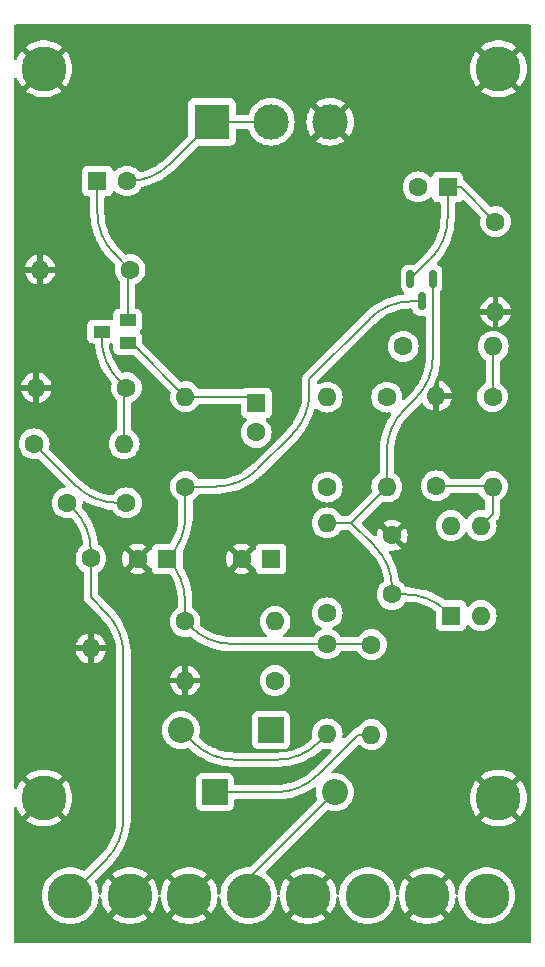
<source format=gbr>
%TF.GenerationSoftware,KiCad,Pcbnew,8.0.7-1.fc41*%
%TF.CreationDate,2025-04-02T21:11:18-07:00*%
%TF.ProjectId,EP-Booster,45502d42-6f6f-4737-9465-722e6b696361,rev?*%
%TF.SameCoordinates,Original*%
%TF.FileFunction,Copper,L1,Top*%
%TF.FilePolarity,Positive*%
%FSLAX46Y46*%
G04 Gerber Fmt 4.6, Leading zero omitted, Abs format (unit mm)*
G04 Created by KiCad (PCBNEW 8.0.7-1.fc41) date 2025-04-02 21:11:18*
%MOMM*%
%LPD*%
G01*
G04 APERTURE LIST*
G04 Aperture macros list*
%AMRoundRect*
0 Rectangle with rounded corners*
0 $1 Rounding radius*
0 $2 $3 $4 $5 $6 $7 $8 $9 X,Y pos of 4 corners*
0 Add a 4 corners polygon primitive as box body*
4,1,4,$2,$3,$4,$5,$6,$7,$8,$9,$2,$3,0*
0 Add four circle primitives for the rounded corners*
1,1,$1+$1,$2,$3*
1,1,$1+$1,$4,$5*
1,1,$1+$1,$6,$7*
1,1,$1+$1,$8,$9*
0 Add four rect primitives between the rounded corners*
20,1,$1+$1,$2,$3,$4,$5,0*
20,1,$1+$1,$4,$5,$6,$7,0*
20,1,$1+$1,$6,$7,$8,$9,0*
20,1,$1+$1,$8,$9,$2,$3,0*%
G04 Aperture macros list end*
%TA.AperFunction,ComponentPad*%
%ADD10C,3.800000*%
%TD*%
%TA.AperFunction,ConnectorPad*%
%ADD11C,3.800000*%
%TD*%
%TA.AperFunction,ComponentPad*%
%ADD12C,2.600000*%
%TD*%
%TA.AperFunction,SMDPad,CuDef*%
%ADD13RoundRect,0.150000X-0.150000X0.587500X-0.150000X-0.587500X0.150000X-0.587500X0.150000X0.587500X0*%
%TD*%
%TA.AperFunction,ComponentPad*%
%ADD14C,1.600000*%
%TD*%
%TA.AperFunction,ComponentPad*%
%ADD15O,1.600000X1.600000*%
%TD*%
%TA.AperFunction,ComponentPad*%
%ADD16R,2.200000X2.200000*%
%TD*%
%TA.AperFunction,ComponentPad*%
%ADD17O,2.200000X2.200000*%
%TD*%
%TA.AperFunction,ComponentPad*%
%ADD18R,1.600000X1.600000*%
%TD*%
%TA.AperFunction,SMDPad,CuDef*%
%ADD19R,1.400000X1.000000*%
%TD*%
%TA.AperFunction,ComponentPad*%
%ADD20R,3.000000X3.000000*%
%TD*%
%TA.AperFunction,ComponentPad*%
%ADD21C,3.000000*%
%TD*%
%TA.AperFunction,Conductor*%
%ADD22C,0.200000*%
%TD*%
G04 APERTURE END LIST*
D10*
%TO.P,H12,1,1*%
%TO.N,Earth*%
X162250000Y-88750000D03*
%TD*%
%TO.P,H11,1,1*%
%TO.N,Earth*%
X123750000Y-88750000D03*
%TD*%
%TO.P,H10,1,1*%
%TO.N,Earth*%
X162250000Y-27000000D03*
%TD*%
%TO.P,H9,1,1*%
%TO.N,Earth*%
X123750000Y-27000000D03*
%TD*%
D11*
%TO.P,H2,1,1*%
%TO.N,Net-(C3-Pad1)*%
X126000000Y-97000000D03*
D12*
X126000000Y-97000000D03*
%TD*%
D11*
%TO.P,H3,1,1*%
%TO.N,/SWB2*%
X161250000Y-97000000D03*
D12*
X161250000Y-97000000D03*
%TD*%
D13*
%TO.P,Q2,1,B*%
%TO.N,/SWA2*%
X156700000Y-44812500D03*
%TO.P,Q2,2,E*%
%TO.N,Net-(Q2-E)*%
X154800000Y-44812500D03*
%TO.P,Q2,3,C*%
%TO.N,/VA*%
X155750000Y-46687500D03*
%TD*%
D11*
%TO.P,H8,1,1*%
%TO.N,Earth*%
X146142856Y-97000000D03*
D12*
X146142856Y-97000000D03*
%TD*%
D14*
%TO.P,R14,1*%
%TO.N,Net-(C6-Pad2)*%
X154190000Y-50500000D03*
D15*
%TO.P,R14,2*%
%TO.N,/SWB1*%
X161810000Y-50500000D03*
%TD*%
D14*
%TO.P,C3,1*%
%TO.N,Net-(C3-Pad1)*%
X125750000Y-63750000D03*
%TO.P,C3,2*%
%TO.N,Net-(C3-Pad2)*%
X130750000Y-63750000D03*
%TD*%
D11*
%TO.P,H1,1,1*%
%TO.N,Net-(D2-K)*%
X151178570Y-97000000D03*
D12*
X151178570Y-97000000D03*
%TD*%
D14*
%TO.P,R6,1*%
%TO.N,Net-(C3-Pad2)*%
X122940000Y-58750000D03*
D15*
%TO.P,R6,2*%
%TO.N,Net-(Q1-Pad3)*%
X130560000Y-58750000D03*
%TD*%
D14*
%TO.P,R2,1*%
%TO.N,/VA*%
X151500000Y-75750000D03*
D15*
%TO.P,R2,2*%
%TO.N,Net-(D1-K)*%
X151500000Y-83370000D03*
%TD*%
D16*
%TO.P,D2,1,K*%
%TO.N,Net-(D2-K)*%
X143000000Y-83000000D03*
D17*
%TO.P,D2,2,A*%
%TO.N,Net-(D2-A)*%
X135380000Y-83000000D03*
%TD*%
D14*
%TO.P,R15,1*%
%TO.N,/SWB1*%
X161750000Y-54750000D03*
D15*
%TO.P,R15,2*%
%TO.N,/SWB2*%
X161750000Y-62370000D03*
%TD*%
D18*
%TO.P,C2,1*%
%TO.N,/VB*%
X143000000Y-68500000D03*
D14*
%TO.P,C2,2*%
%TO.N,Earth*%
X140500000Y-68500000D03*
%TD*%
D11*
%TO.P,H5,1,1*%
%TO.N,Earth*%
X131035714Y-97000000D03*
D12*
X131035714Y-97000000D03*
%TD*%
D11*
%TO.P,H7,1,1*%
%TO.N,+9V*%
X141107142Y-97000000D03*
D12*
X141107142Y-97000000D03*
%TD*%
D14*
%TO.P,R12,1*%
%TO.N,/VB*%
X147750000Y-73060000D03*
D15*
%TO.P,R12,2*%
%TO.N,/SWA2*%
X147750000Y-65440000D03*
%TD*%
%TO.P,R13,2*%
%TO.N,Earth*%
X162000000Y-47560000D03*
D14*
%TO.P,R13,1*%
%TO.N,Net-(Q2-E)*%
X162000000Y-39940000D03*
%TD*%
%TO.P,R3,1*%
%TO.N,/VA*%
X135720000Y-73794888D03*
D15*
%TO.P,R3,2*%
%TO.N,/VB*%
X143340000Y-73794888D03*
%TD*%
D14*
%TO.P,R9,1*%
%TO.N,/VA*%
X135750000Y-62370000D03*
D15*
%TO.P,R9,2*%
%TO.N,Net-(C4-Pad1)*%
X135750000Y-54750000D03*
%TD*%
D14*
%TO.P,R1,1*%
%TO.N,/VA*%
X147750000Y-75690000D03*
D15*
%TO.P,R1,2*%
%TO.N,Net-(D2-A)*%
X147750000Y-83310000D03*
%TD*%
D18*
%TO.P,SW1,1*%
%TO.N,/SWA2*%
X158250000Y-73300000D03*
D15*
%TO.P,SW1,2*%
%TO.N,/SWB1*%
X160790000Y-73300000D03*
%TO.P,SW1,3*%
%TO.N,/SWB2*%
X160790000Y-65680000D03*
%TO.P,SW1,4*%
%TO.N,/SWA1*%
X158250000Y-65680000D03*
%TD*%
D14*
%TO.P,R11,1*%
%TO.N,/SWA1*%
X152800000Y-54800000D03*
D15*
%TO.P,R11,2*%
%TO.N,/SWA2*%
X152800000Y-62420000D03*
%TD*%
D14*
%TO.P,R4,1*%
%TO.N,/VB*%
X143340000Y-78794888D03*
D15*
%TO.P,R4,2*%
%TO.N,Earth*%
X135720000Y-78794888D03*
%TD*%
D19*
%TO.P,Q1,1*%
%TO.N,Net-(C4-Pad1)*%
X130850000Y-50200000D03*
%TO.P,Q1,2*%
%TO.N,Net-(C7-Pad1)*%
X130850000Y-48300000D03*
%TO.P,Q1,3*%
%TO.N,Net-(Q1-Pad3)*%
X128650000Y-49250000D03*
%TD*%
D18*
%TO.P,C7,1*%
%TO.N,Net-(C7-Pad1)*%
X128294888Y-36500000D03*
D14*
%TO.P,C7,2*%
%TO.N,Net-(C7-Pad2)*%
X130794888Y-36500000D03*
%TD*%
%TO.P,R10,1*%
%TO.N,Net-(C4-Pad2)*%
X147753332Y-62420000D03*
D15*
%TO.P,R10,2*%
%TO.N,/SWA1*%
X147753332Y-54800000D03*
%TD*%
D14*
%TO.P,R8,1*%
%TO.N,Net-(C7-Pad1)*%
X131060000Y-44000000D03*
D15*
%TO.P,R8,2*%
%TO.N,Earth*%
X123440000Y-44000000D03*
%TD*%
D14*
%TO.P,R5,1*%
%TO.N,Net-(C3-Pad1)*%
X127750000Y-68440000D03*
D15*
%TO.P,R5,2*%
%TO.N,Earth*%
X127750000Y-76060000D03*
%TD*%
D11*
%TO.P,H6,1,1*%
%TO.N,Earth*%
X136071428Y-97000000D03*
D12*
X136071428Y-97000000D03*
%TD*%
D16*
%TO.P,D1,1,K*%
%TO.N,Net-(D1-K)*%
X138250000Y-88250000D03*
D17*
%TO.P,D1,2,A*%
%TO.N,+9V*%
X148410000Y-88250000D03*
%TD*%
D11*
%TO.P,H4,1,1*%
%TO.N,Earth*%
X156214284Y-97000000D03*
D12*
X156214284Y-97000000D03*
%TD*%
D14*
%TO.P,R7,1*%
%TO.N,Net-(Q1-Pad3)*%
X130750000Y-54000000D03*
D15*
%TO.P,R7,2*%
%TO.N,Earth*%
X123130000Y-54000000D03*
%TD*%
D14*
%TO.P,C6,2*%
%TO.N,Net-(C6-Pad2)*%
X155455112Y-37000000D03*
D18*
%TO.P,C6,1*%
%TO.N,Net-(Q2-E)*%
X157955112Y-37000000D03*
%TD*%
%TO.P,C1,1*%
%TO.N,/VA*%
X134205113Y-68500000D03*
D14*
%TO.P,C1,2*%
%TO.N,Earth*%
X131705113Y-68500000D03*
%TD*%
D20*
%TO.P,RV1,1,1*%
%TO.N,Net-(C7-Pad2)*%
X138000000Y-31500000D03*
D21*
%TO.P,RV1,2,2*%
X143000000Y-31500000D03*
%TO.P,RV1,3,3*%
%TO.N,Earth*%
X148000000Y-31500000D03*
%TD*%
D14*
%TO.P,C5,1*%
%TO.N,/SWA2*%
X153250000Y-71500000D03*
%TO.P,C5,2*%
%TO.N,Earth*%
X153250000Y-66500000D03*
%TD*%
%TO.P,R16,1*%
%TO.N,/SWB2*%
X157000000Y-62310000D03*
D15*
%TO.P,R16,2*%
%TO.N,Earth*%
X157000000Y-54690000D03*
%TD*%
D18*
%TO.P,C4,1*%
%TO.N,Net-(C4-Pad1)*%
X141751666Y-55289775D03*
D14*
%TO.P,C4,2*%
%TO.N,Net-(C4-Pad2)*%
X141751666Y-57789775D03*
%TD*%
D22*
%TO.N,Net-(C7-Pad2)*%
X134464466Y-35035534D02*
G75*
G02*
X130928932Y-36500023I-3535566J3535534D01*
G01*
X138000000Y-31500000D02*
X143000000Y-31500000D01*
X130794888Y-36500000D02*
X130928932Y-36500000D01*
X134464466Y-35035534D02*
X138000000Y-31500000D01*
%TO.N,/VA*%
X144785534Y-57964466D02*
G75*
G03*
X146250023Y-54428932I-3535534J3535566D01*
G01*
X154883568Y-46687500D02*
G75*
G03*
X151348050Y-48151982I32J-5000000D01*
G01*
X141844466Y-60905534D02*
G75*
G02*
X138308932Y-62370023I-3535566J3535534D01*
G01*
X144785534Y-57964466D02*
X141844466Y-60905534D01*
X155750000Y-46687500D02*
X154883568Y-46687500D01*
X146250000Y-53250000D02*
X146250000Y-54428932D01*
X151348034Y-48151966D02*
X146250000Y-53250000D01*
X138308932Y-62370000D02*
X135750000Y-62370000D01*
%TO.N,Net-(D1-K)*%
X146953096Y-86785534D02*
G75*
G02*
X143417562Y-88249973I-3535496J3535534D01*
G01*
X138250000Y-88250000D02*
X143417562Y-88250000D01*
X146953096Y-86785534D02*
X150368630Y-83370000D01*
X150368630Y-83370000D02*
X151500000Y-83370000D01*
X151500000Y-83750000D02*
X151500000Y-83370000D01*
%TO.N,Net-(D2-A)*%
X139951068Y-85500000D02*
G75*
G02*
X136415550Y-84035518I32J5000000D01*
G01*
X147024466Y-84035534D02*
G75*
G02*
X143488932Y-85500023I-3535566J3535534D01*
G01*
%TO.N,/SWA2*%
X151785534Y-67445534D02*
G75*
G02*
X153250023Y-70981068I-3535534J-3535566D01*
G01*
%TO.N,/VA*%
X134255534Y-68550421D02*
G75*
G02*
X135720032Y-72085955I-3535534J-3535579D01*
G01*
%TO.N,Net-(C3-Pad2)*%
X126475534Y-62285534D02*
G75*
G03*
X130011068Y-63750023I3535566J3535534D01*
G01*
%TO.N,Net-(Q1-Pad3)*%
X130114466Y-53364466D02*
G75*
G02*
X128649977Y-49828932I3535534J3535566D01*
G01*
%TO.N,Net-(Q2-E)*%
X156490646Y-43121854D02*
G75*
G03*
X157955123Y-39586320I-3535546J3535554D01*
G01*
%TO.N,/SWA2*%
X154378932Y-71500000D02*
G75*
G02*
X157914450Y-72964482I-32J-5000000D01*
G01*
%TO.N,Net-(C3-Pad1)*%
X130500000Y-76571068D02*
G75*
G03*
X129035518Y-73035550I-5000000J-32D01*
G01*
%TO.N,/SWA2*%
X154264466Y-55869899D02*
G75*
G03*
X152800023Y-59405433I3535534J-3535501D01*
G01*
X156700000Y-51363297D02*
G75*
G02*
X155235535Y-54898832I-5000000J-3D01*
G01*
%TO.N,/VA*%
X139686180Y-75690000D02*
G75*
G02*
X136150656Y-74225524I20J5000000D01*
G01*
%TO.N,Net-(C7-Pad1)*%
X129759354Y-42699354D02*
G75*
G02*
X128294877Y-39163820I3535546J3535554D01*
G01*
%TO.N,/VA*%
X134285534Y-68419579D02*
G75*
G03*
X135750032Y-64884045I-3535534J3535579D01*
G01*
%TO.N,Net-(C3-Pad1)*%
X127750000Y-67821068D02*
G75*
G03*
X126285518Y-64285550I-5000000J-32D01*
G01*
X130500000Y-90428932D02*
G75*
G02*
X129035518Y-93964450I-5000000J32D01*
G01*
X127750000Y-71750000D02*
X129035534Y-73035534D01*
X127750000Y-68440000D02*
X127750000Y-71750000D01*
X130500000Y-76571068D02*
X130500000Y-90428932D01*
X129035534Y-93964466D02*
X126000000Y-97000000D01*
%TO.N,Net-(C7-Pad1)*%
X130850000Y-48300000D02*
X130850000Y-44210000D01*
X130850000Y-44210000D02*
X131060000Y-44000000D01*
%TO.N,Net-(D2-A)*%
X135380000Y-83000000D02*
X136415534Y-84035534D01*
X139951068Y-85500000D02*
X143488932Y-85500000D01*
X147024466Y-84035534D02*
X147750000Y-83310000D01*
%TO.N,+9V*%
X148410000Y-88250000D02*
X141107142Y-95552858D01*
X141107142Y-95552858D02*
X141107142Y-97000000D01*
%TO.N,Net-(D1-K)*%
X151084466Y-83785534D02*
X151500000Y-83370000D01*
%TO.N,/SWB1*%
X161810000Y-50500000D02*
X161810000Y-54690000D01*
X161810000Y-54690000D02*
X161750000Y-54750000D01*
%TO.N,/SWB2*%
X161750000Y-62370000D02*
X161750000Y-64720000D01*
X161750000Y-64720000D02*
X160790000Y-65680000D01*
X157000000Y-62310000D02*
X161690000Y-62310000D01*
X161690000Y-62310000D02*
X161750000Y-62370000D01*
X161250000Y-97000000D02*
X161250000Y-96000000D01*
X161250000Y-96000000D02*
X161890000Y-95360000D01*
%TO.N,/SWA2*%
X153250000Y-71500000D02*
X154378932Y-71500000D01*
X157914466Y-72964466D02*
X158250000Y-73300000D01*
X149780000Y-65440000D02*
X151785534Y-67445534D01*
X153250000Y-70981068D02*
X153250000Y-71500000D01*
X147750000Y-65440000D02*
X149780000Y-65440000D01*
X149780000Y-65440000D02*
X152800000Y-62420000D01*
X156700000Y-44812500D02*
X156700000Y-51363297D01*
X155235534Y-54898831D02*
X154264466Y-55869899D01*
X152800000Y-59405433D02*
X152800000Y-62420000D01*
%TO.N,Net-(Q2-E)*%
X157955112Y-37000000D02*
X157955112Y-39586320D01*
X156490646Y-43121854D02*
X154800000Y-44812500D01*
X157955112Y-37000000D02*
X159060000Y-37000000D01*
X159060000Y-37000000D02*
X162000000Y-39940000D01*
%TO.N,Net-(C7-Pad1)*%
X128294888Y-36500000D02*
X128294888Y-39163820D01*
X129759354Y-42699354D02*
X131060000Y-44000000D01*
%TO.N,/VA*%
X147750000Y-75690000D02*
X151440000Y-75690000D01*
X151440000Y-75690000D02*
X151500000Y-75750000D01*
X135720000Y-73794888D02*
X136150646Y-74225534D01*
X139686180Y-75690000D02*
X147750000Y-75690000D01*
X135720000Y-73794888D02*
X135720000Y-72085955D01*
X134255534Y-68550421D02*
X134205113Y-68500000D01*
X135750000Y-62370000D02*
X135750000Y-64884045D01*
X134285534Y-68419579D02*
X134205113Y-68500000D01*
%TO.N,Net-(C4-Pad1)*%
X135750000Y-54750000D02*
X141211891Y-54750000D01*
X141211891Y-54750000D02*
X141751666Y-55289775D01*
X130850000Y-50200000D02*
X131200000Y-50200000D01*
X131200000Y-50200000D02*
X135750000Y-54750000D01*
%TO.N,Net-(Q1-Pad3)*%
X128650000Y-49250000D02*
X128650000Y-49828932D01*
X130114466Y-53364466D02*
X130750000Y-54000000D01*
X130560000Y-58750000D02*
X130560000Y-54190000D01*
X130560000Y-54190000D02*
X130750000Y-54000000D01*
%TO.N,Net-(C3-Pad2)*%
X130750000Y-63750000D02*
X130011068Y-63750000D01*
X126475534Y-62285534D02*
X122940000Y-58750000D01*
%TO.N,Net-(C3-Pad1)*%
X127750000Y-68440000D02*
X127750000Y-67821068D01*
X126285534Y-64285534D02*
X125750000Y-63750000D01*
%TD*%
%TA.AperFunction,Conductor*%
%TO.N,Earth*%
G36*
X164942539Y-23270185D02*
G01*
X164988294Y-23322989D01*
X164999500Y-23374500D01*
X164999500Y-100875500D01*
X164979815Y-100942539D01*
X164927011Y-100988294D01*
X164875500Y-100999500D01*
X121374500Y-100999500D01*
X121307461Y-100979815D01*
X121261706Y-100927011D01*
X121250500Y-100875500D01*
X121250500Y-89606797D01*
X121270185Y-89539758D01*
X121322989Y-89494003D01*
X121392147Y-89484059D01*
X121455703Y-89513084D01*
X121492431Y-89568479D01*
X121514125Y-89635247D01*
X121514127Y-89635252D01*
X121642704Y-89908491D01*
X121642707Y-89908497D01*
X121804516Y-90163469D01*
X121885311Y-90261133D01*
X122813708Y-89332736D01*
X122910967Y-89466602D01*
X123033398Y-89589033D01*
X123167262Y-89686290D01*
X122236564Y-90616987D01*
X122236565Y-90616989D01*
X122461461Y-90780385D01*
X122461479Y-90780397D01*
X122726109Y-90925878D01*
X122726117Y-90925882D01*
X123006889Y-91037047D01*
X123006892Y-91037048D01*
X123299399Y-91112150D01*
X123598995Y-91149999D01*
X123599007Y-91150000D01*
X123900993Y-91150000D01*
X123901004Y-91149999D01*
X124200600Y-91112150D01*
X124493107Y-91037048D01*
X124493110Y-91037047D01*
X124773882Y-90925882D01*
X124773890Y-90925878D01*
X125038520Y-90780397D01*
X125038530Y-90780390D01*
X125263433Y-90616987D01*
X125263434Y-90616987D01*
X124332737Y-89686290D01*
X124466602Y-89589033D01*
X124589033Y-89466602D01*
X124686290Y-89332737D01*
X125614687Y-90261134D01*
X125695486Y-90163464D01*
X125857292Y-89908497D01*
X125857295Y-89908491D01*
X125985872Y-89635252D01*
X125985874Y-89635247D01*
X126079194Y-89348040D01*
X126135783Y-89051390D01*
X126135784Y-89051383D01*
X126154745Y-88750005D01*
X126154745Y-88749994D01*
X126135784Y-88448616D01*
X126135783Y-88448609D01*
X126079194Y-88151959D01*
X125985874Y-87864752D01*
X125985872Y-87864747D01*
X125857295Y-87591508D01*
X125857292Y-87591502D01*
X125695483Y-87336530D01*
X125614686Y-87238864D01*
X124686289Y-88167261D01*
X124589033Y-88033398D01*
X124466602Y-87910967D01*
X124332736Y-87813709D01*
X125263434Y-86883011D01*
X125263433Y-86883009D01*
X125038538Y-86719614D01*
X125038520Y-86719602D01*
X124773890Y-86574121D01*
X124773882Y-86574117D01*
X124493110Y-86462952D01*
X124493107Y-86462951D01*
X124200600Y-86387849D01*
X123901004Y-86350000D01*
X123598995Y-86350000D01*
X123299399Y-86387849D01*
X123006892Y-86462951D01*
X123006889Y-86462952D01*
X122726117Y-86574117D01*
X122726109Y-86574121D01*
X122461476Y-86719604D01*
X122461471Y-86719607D01*
X122236565Y-86883010D01*
X122236564Y-86883011D01*
X123167262Y-87813709D01*
X123033398Y-87910967D01*
X122910967Y-88033398D01*
X122813709Y-88167262D01*
X121885311Y-87238864D01*
X121804520Y-87336525D01*
X121804518Y-87336528D01*
X121642707Y-87591502D01*
X121642704Y-87591508D01*
X121514127Y-87864747D01*
X121514125Y-87864752D01*
X121492431Y-87931520D01*
X121452993Y-87989196D01*
X121388635Y-88016394D01*
X121319788Y-88004479D01*
X121268313Y-87957235D01*
X121250500Y-87893202D01*
X121250500Y-75809999D01*
X126471127Y-75809999D01*
X126471128Y-75810000D01*
X127434314Y-75810000D01*
X127429920Y-75814394D01*
X127377259Y-75905606D01*
X127350000Y-76007339D01*
X127350000Y-76112661D01*
X127377259Y-76214394D01*
X127429920Y-76305606D01*
X127434314Y-76310000D01*
X126471128Y-76310000D01*
X126523730Y-76506317D01*
X126523734Y-76506326D01*
X126619865Y-76712482D01*
X126750342Y-76898820D01*
X126911179Y-77059657D01*
X127097517Y-77190134D01*
X127303673Y-77286265D01*
X127303682Y-77286269D01*
X127499999Y-77338872D01*
X127500000Y-77338871D01*
X127500000Y-76375686D01*
X127504394Y-76380080D01*
X127595606Y-76432741D01*
X127697339Y-76460000D01*
X127802661Y-76460000D01*
X127904394Y-76432741D01*
X127995606Y-76380080D01*
X128000000Y-76375686D01*
X128000000Y-77338872D01*
X128196317Y-77286269D01*
X128196326Y-77286265D01*
X128402482Y-77190134D01*
X128588820Y-77059657D01*
X128749657Y-76898820D01*
X128880134Y-76712482D01*
X128976265Y-76506326D01*
X128976269Y-76506317D01*
X129028872Y-76310000D01*
X128065686Y-76310000D01*
X128070080Y-76305606D01*
X128122741Y-76214394D01*
X128150000Y-76112661D01*
X128150000Y-76007339D01*
X128122741Y-75905606D01*
X128070080Y-75814394D01*
X128065686Y-75810000D01*
X129028872Y-75810000D01*
X129028872Y-75809999D01*
X128976269Y-75613682D01*
X128976265Y-75613673D01*
X128880134Y-75407517D01*
X128749657Y-75221179D01*
X128588820Y-75060342D01*
X128402482Y-74929865D01*
X128196328Y-74833734D01*
X128000000Y-74781127D01*
X128000000Y-75744314D01*
X127995606Y-75739920D01*
X127904394Y-75687259D01*
X127802661Y-75660000D01*
X127697339Y-75660000D01*
X127595606Y-75687259D01*
X127504394Y-75739920D01*
X127500000Y-75744314D01*
X127500000Y-74781127D01*
X127303671Y-74833734D01*
X127097517Y-74929865D01*
X126911179Y-75060342D01*
X126750342Y-75221179D01*
X126619865Y-75407517D01*
X126523734Y-75613673D01*
X126523730Y-75613682D01*
X126471127Y-75809999D01*
X121250500Y-75809999D01*
X121250500Y-58749998D01*
X121634532Y-58749998D01*
X121634532Y-58750001D01*
X121654364Y-58976686D01*
X121654366Y-58976697D01*
X121713258Y-59196488D01*
X121713261Y-59196497D01*
X121809431Y-59402732D01*
X121809432Y-59402734D01*
X121939954Y-59589141D01*
X122100858Y-59750045D01*
X122100861Y-59750047D01*
X122287266Y-59880568D01*
X122493504Y-59976739D01*
X122713308Y-60035635D01*
X122875230Y-60049801D01*
X122939998Y-60055468D01*
X122940000Y-60055468D01*
X122940002Y-60055468D01*
X122996673Y-60050509D01*
X123166692Y-60035635D01*
X123262932Y-60009847D01*
X123332781Y-60011510D01*
X123382706Y-60041941D01*
X125594452Y-62253687D01*
X125627937Y-62315010D01*
X125622953Y-62384702D01*
X125581081Y-62440635D01*
X125528304Y-62463484D01*
X125523309Y-62464364D01*
X125303511Y-62523258D01*
X125303502Y-62523261D01*
X125097267Y-62619431D01*
X125097265Y-62619432D01*
X124910858Y-62749954D01*
X124749954Y-62910858D01*
X124619432Y-63097265D01*
X124619431Y-63097267D01*
X124523261Y-63303502D01*
X124523258Y-63303511D01*
X124464366Y-63523302D01*
X124464364Y-63523313D01*
X124444532Y-63749998D01*
X124444532Y-63750001D01*
X124464364Y-63976686D01*
X124464366Y-63976697D01*
X124523258Y-64196488D01*
X124523261Y-64196497D01*
X124619431Y-64402732D01*
X124619432Y-64402734D01*
X124749954Y-64589141D01*
X124910858Y-64750045D01*
X124910861Y-64750047D01*
X125097266Y-64880568D01*
X125303504Y-64976739D01*
X125303509Y-64976740D01*
X125303511Y-64976741D01*
X125306508Y-64977544D01*
X125523308Y-65035635D01*
X125685230Y-65049801D01*
X125749998Y-65055468D01*
X125750000Y-65055468D01*
X125750002Y-65055468D01*
X125806673Y-65050509D01*
X125976692Y-65035635D01*
X126042767Y-65017930D01*
X126112613Y-65019593D01*
X126170476Y-65058755D01*
X126173198Y-65062174D01*
X126350575Y-65293332D01*
X126356771Y-65302182D01*
X126557178Y-65616754D01*
X126562585Y-65626120D01*
X126576730Y-65653291D01*
X126734809Y-65956955D01*
X126739381Y-65966759D01*
X126882117Y-66311348D01*
X126885817Y-66321513D01*
X126997976Y-66677230D01*
X127000775Y-66687679D01*
X127081507Y-67051824D01*
X127083386Y-67062477D01*
X127104505Y-67222883D01*
X127093740Y-67291918D01*
X127052689Y-67340644D01*
X126910859Y-67439953D01*
X126749954Y-67600858D01*
X126619432Y-67787265D01*
X126619431Y-67787267D01*
X126523261Y-67993502D01*
X126523258Y-67993511D01*
X126464366Y-68213302D01*
X126464364Y-68213313D01*
X126444532Y-68439998D01*
X126444532Y-68440001D01*
X126464364Y-68666686D01*
X126464366Y-68666697D01*
X126523258Y-68886488D01*
X126523261Y-68886497D01*
X126619431Y-69092732D01*
X126619432Y-69092734D01*
X126749954Y-69279141D01*
X126910858Y-69440045D01*
X126910861Y-69440047D01*
X127096624Y-69570118D01*
X127140248Y-69624693D01*
X127149500Y-69671692D01*
X127149500Y-71663330D01*
X127149499Y-71663348D01*
X127149499Y-71829054D01*
X127149498Y-71829054D01*
X127152371Y-71839777D01*
X127190423Y-71981785D01*
X127204351Y-72005909D01*
X127269477Y-72118712D01*
X127269481Y-72118717D01*
X127388349Y-72237585D01*
X127388355Y-72237590D01*
X128591403Y-73440639D01*
X128608995Y-73458231D01*
X128612736Y-73462138D01*
X128709915Y-73568190D01*
X128866562Y-73739138D01*
X128873512Y-73747421D01*
X128987040Y-73895373D01*
X129100566Y-74043321D01*
X129106771Y-74052182D01*
X129162171Y-74139141D01*
X129306358Y-74365468D01*
X129307178Y-74366754D01*
X129312587Y-74376123D01*
X129484809Y-74706955D01*
X129489381Y-74716759D01*
X129632117Y-75061348D01*
X129635817Y-75071513D01*
X129747976Y-75427230D01*
X129750775Y-75437679D01*
X129831507Y-75801824D01*
X129833386Y-75812477D01*
X129882071Y-76182259D01*
X129883014Y-76193035D01*
X129899382Y-76567865D01*
X129899500Y-76573275D01*
X129899500Y-90426220D01*
X129899382Y-90431630D01*
X129882992Y-90806962D01*
X129882049Y-90817738D01*
X129833364Y-91187518D01*
X129831486Y-91198171D01*
X129750755Y-91562314D01*
X129747955Y-91572763D01*
X129635796Y-91928479D01*
X129632096Y-91938645D01*
X129489361Y-92283231D01*
X129484789Y-92293034D01*
X129312568Y-92623865D01*
X129307159Y-92633234D01*
X129106753Y-92947804D01*
X129100549Y-92956664D01*
X128938715Y-93167570D01*
X128873499Y-93252560D01*
X128866545Y-93260847D01*
X128612381Y-93538216D01*
X128608642Y-93542121D01*
X128559363Y-93591402D01*
X128559361Y-93591404D01*
X127285446Y-94865317D01*
X127224123Y-94898802D01*
X127154431Y-94893818D01*
X127138028Y-94886298D01*
X127024103Y-94823667D01*
X127024095Y-94823663D01*
X126743265Y-94712475D01*
X126743262Y-94712474D01*
X126450695Y-94637357D01*
X126151036Y-94599500D01*
X126151027Y-94599500D01*
X125848973Y-94599500D01*
X125848963Y-94599500D01*
X125549304Y-94637357D01*
X125256737Y-94712474D01*
X125256734Y-94712475D01*
X124975904Y-94823663D01*
X124975903Y-94823664D01*
X124711205Y-94969184D01*
X124711193Y-94969191D01*
X124466846Y-95146719D01*
X124466836Y-95146727D01*
X124246652Y-95353494D01*
X124054111Y-95586236D01*
X123892268Y-95841261D01*
X123892265Y-95841267D01*
X123763661Y-96114563D01*
X123763659Y-96114568D01*
X123670320Y-96401835D01*
X123613719Y-96698546D01*
X123613718Y-96698553D01*
X123594754Y-96999994D01*
X123594754Y-97000005D01*
X123613718Y-97301446D01*
X123613719Y-97301453D01*
X123670320Y-97598164D01*
X123763659Y-97885431D01*
X123763661Y-97885436D01*
X123892265Y-98158732D01*
X123892268Y-98158738D01*
X124054111Y-98413763D01*
X124246652Y-98646505D01*
X124466836Y-98853272D01*
X124466846Y-98853280D01*
X124711193Y-99030808D01*
X124711198Y-99030810D01*
X124711205Y-99030816D01*
X124975896Y-99176332D01*
X124975901Y-99176334D01*
X124975903Y-99176335D01*
X124975904Y-99176336D01*
X125256734Y-99287524D01*
X125256737Y-99287525D01*
X125354259Y-99312564D01*
X125549302Y-99362642D01*
X125696039Y-99381179D01*
X125848963Y-99400499D01*
X125848969Y-99400499D01*
X125848973Y-99400500D01*
X125848975Y-99400500D01*
X126151025Y-99400500D01*
X126151027Y-99400500D01*
X126151032Y-99400499D01*
X126151036Y-99400499D01*
X126230591Y-99390448D01*
X126450698Y-99362642D01*
X126743262Y-99287525D01*
X126744467Y-99287048D01*
X127024095Y-99176336D01*
X127024096Y-99176335D01*
X127024094Y-99176335D01*
X127024104Y-99176332D01*
X127288795Y-99030816D01*
X127533162Y-98853274D01*
X127753349Y-98646504D01*
X127945885Y-98413768D01*
X128107733Y-98158736D01*
X128236341Y-97885430D01*
X128329681Y-97598160D01*
X128386280Y-97301457D01*
X128391483Y-97218767D01*
X128394352Y-97173157D01*
X128418206Y-97107485D01*
X128473779Y-97065136D01*
X128543425Y-97059554D01*
X128605033Y-97092512D01*
X128639043Y-97153546D01*
X128641862Y-97173156D01*
X128649929Y-97301383D01*
X128649930Y-97301390D01*
X128706519Y-97598040D01*
X128799839Y-97885247D01*
X128799841Y-97885252D01*
X128928418Y-98158491D01*
X128928421Y-98158497D01*
X129090230Y-98413469D01*
X129171025Y-98511133D01*
X130358135Y-97324024D01*
X130371073Y-97355258D01*
X130453151Y-97478097D01*
X130557617Y-97582563D01*
X130680456Y-97664641D01*
X130711689Y-97677578D01*
X129522278Y-98866987D01*
X129522279Y-98866989D01*
X129747175Y-99030385D01*
X129747193Y-99030397D01*
X130011823Y-99175878D01*
X130011831Y-99175882D01*
X130292603Y-99287047D01*
X130292606Y-99287048D01*
X130585113Y-99362150D01*
X130884709Y-99399999D01*
X130884721Y-99400000D01*
X131186707Y-99400000D01*
X131186718Y-99399999D01*
X131486314Y-99362150D01*
X131778821Y-99287048D01*
X131778824Y-99287047D01*
X132059596Y-99175882D01*
X132059604Y-99175878D01*
X132324234Y-99030397D01*
X132324244Y-99030390D01*
X132549147Y-98866987D01*
X132549148Y-98866987D01*
X131359738Y-97677578D01*
X131390972Y-97664641D01*
X131513811Y-97582563D01*
X131618277Y-97478097D01*
X131700355Y-97355258D01*
X131713292Y-97324025D01*
X132900401Y-98511134D01*
X132981200Y-98413464D01*
X133143006Y-98158497D01*
X133143009Y-98158491D01*
X133271586Y-97885252D01*
X133271588Y-97885247D01*
X133364908Y-97598040D01*
X133421497Y-97301390D01*
X133421498Y-97301383D01*
X133429816Y-97169174D01*
X133453671Y-97103503D01*
X133509243Y-97061154D01*
X133578890Y-97055572D01*
X133640498Y-97088531D01*
X133674507Y-97149565D01*
X133677326Y-97169174D01*
X133685643Y-97301383D01*
X133685644Y-97301390D01*
X133742233Y-97598040D01*
X133835553Y-97885247D01*
X133835555Y-97885252D01*
X133964132Y-98158491D01*
X133964135Y-98158497D01*
X134125944Y-98413469D01*
X134206739Y-98511133D01*
X135393849Y-97324024D01*
X135406787Y-97355258D01*
X135488865Y-97478097D01*
X135593331Y-97582563D01*
X135716170Y-97664641D01*
X135747403Y-97677578D01*
X134557992Y-98866987D01*
X134557993Y-98866989D01*
X134782889Y-99030385D01*
X134782907Y-99030397D01*
X135047537Y-99175878D01*
X135047545Y-99175882D01*
X135328317Y-99287047D01*
X135328320Y-99287048D01*
X135620827Y-99362150D01*
X135920423Y-99399999D01*
X135920435Y-99400000D01*
X136222421Y-99400000D01*
X136222432Y-99399999D01*
X136522028Y-99362150D01*
X136814535Y-99287048D01*
X136814538Y-99287047D01*
X137095310Y-99175882D01*
X137095318Y-99175878D01*
X137359948Y-99030397D01*
X137359958Y-99030390D01*
X137584861Y-98866987D01*
X137584862Y-98866987D01*
X136395452Y-97677578D01*
X136426686Y-97664641D01*
X136549525Y-97582563D01*
X136653991Y-97478097D01*
X136736069Y-97355258D01*
X136749006Y-97324025D01*
X137936115Y-98511134D01*
X138016914Y-98413464D01*
X138178720Y-98158497D01*
X138178723Y-98158491D01*
X138307300Y-97885252D01*
X138307302Y-97885247D01*
X138400622Y-97598040D01*
X138457211Y-97301390D01*
X138457212Y-97301382D01*
X138465279Y-97173157D01*
X138489133Y-97107485D01*
X138544706Y-97065136D01*
X138614352Y-97059554D01*
X138675960Y-97092512D01*
X138709970Y-97153546D01*
X138712789Y-97173156D01*
X138720860Y-97301446D01*
X138720861Y-97301453D01*
X138777462Y-97598164D01*
X138870801Y-97885431D01*
X138870803Y-97885436D01*
X138999407Y-98158732D01*
X138999410Y-98158738D01*
X139161253Y-98413763D01*
X139353794Y-98646505D01*
X139573978Y-98853272D01*
X139573988Y-98853280D01*
X139818335Y-99030808D01*
X139818340Y-99030810D01*
X139818347Y-99030816D01*
X140083038Y-99176332D01*
X140083043Y-99176334D01*
X140083045Y-99176335D01*
X140083046Y-99176336D01*
X140363876Y-99287524D01*
X140363879Y-99287525D01*
X140461401Y-99312564D01*
X140656444Y-99362642D01*
X140803181Y-99381179D01*
X140956105Y-99400499D01*
X140956111Y-99400499D01*
X140956115Y-99400500D01*
X140956117Y-99400500D01*
X141258167Y-99400500D01*
X141258169Y-99400500D01*
X141258174Y-99400499D01*
X141258178Y-99400499D01*
X141337733Y-99390448D01*
X141557840Y-99362642D01*
X141850404Y-99287525D01*
X141851609Y-99287048D01*
X142131237Y-99176336D01*
X142131238Y-99176335D01*
X142131236Y-99176335D01*
X142131246Y-99176332D01*
X142395937Y-99030816D01*
X142640304Y-98853274D01*
X142860491Y-98646504D01*
X143053027Y-98413768D01*
X143214875Y-98158736D01*
X143343483Y-97885430D01*
X143436823Y-97598160D01*
X143493422Y-97301457D01*
X143498625Y-97218767D01*
X143501494Y-97173157D01*
X143525348Y-97107485D01*
X143580921Y-97065136D01*
X143650567Y-97059554D01*
X143712175Y-97092512D01*
X143746185Y-97153546D01*
X143749004Y-97173156D01*
X143757071Y-97301383D01*
X143757072Y-97301390D01*
X143813661Y-97598040D01*
X143906981Y-97885247D01*
X143906983Y-97885252D01*
X144035560Y-98158491D01*
X144035563Y-98158497D01*
X144197372Y-98413469D01*
X144278167Y-98511133D01*
X145465277Y-97324024D01*
X145478215Y-97355258D01*
X145560293Y-97478097D01*
X145664759Y-97582563D01*
X145787598Y-97664641D01*
X145818831Y-97677578D01*
X144629420Y-98866987D01*
X144629421Y-98866989D01*
X144854317Y-99030385D01*
X144854335Y-99030397D01*
X145118965Y-99175878D01*
X145118973Y-99175882D01*
X145399745Y-99287047D01*
X145399748Y-99287048D01*
X145692255Y-99362150D01*
X145991851Y-99399999D01*
X145991863Y-99400000D01*
X146293849Y-99400000D01*
X146293860Y-99399999D01*
X146593456Y-99362150D01*
X146885963Y-99287048D01*
X146885966Y-99287047D01*
X147166738Y-99175882D01*
X147166746Y-99175878D01*
X147431376Y-99030397D01*
X147431386Y-99030390D01*
X147656289Y-98866987D01*
X147656290Y-98866987D01*
X146466880Y-97677578D01*
X146498114Y-97664641D01*
X146620953Y-97582563D01*
X146725419Y-97478097D01*
X146807497Y-97355258D01*
X146820434Y-97324025D01*
X148007543Y-98511134D01*
X148088342Y-98413464D01*
X148250148Y-98158497D01*
X148250151Y-98158491D01*
X148378728Y-97885252D01*
X148378730Y-97885247D01*
X148472050Y-97598040D01*
X148528639Y-97301390D01*
X148528640Y-97301382D01*
X148536707Y-97173157D01*
X148560561Y-97107485D01*
X148616134Y-97065136D01*
X148685780Y-97059554D01*
X148747388Y-97092512D01*
X148781398Y-97153546D01*
X148784217Y-97173156D01*
X148792288Y-97301446D01*
X148792289Y-97301453D01*
X148848890Y-97598164D01*
X148942229Y-97885431D01*
X148942231Y-97885436D01*
X149070835Y-98158732D01*
X149070838Y-98158738D01*
X149232681Y-98413763D01*
X149425222Y-98646505D01*
X149645406Y-98853272D01*
X149645416Y-98853280D01*
X149889763Y-99030808D01*
X149889768Y-99030810D01*
X149889775Y-99030816D01*
X150154466Y-99176332D01*
X150154471Y-99176334D01*
X150154473Y-99176335D01*
X150154474Y-99176336D01*
X150435304Y-99287524D01*
X150435307Y-99287525D01*
X150532829Y-99312564D01*
X150727872Y-99362642D01*
X150874609Y-99381179D01*
X151027533Y-99400499D01*
X151027539Y-99400499D01*
X151027543Y-99400500D01*
X151027545Y-99400500D01*
X151329595Y-99400500D01*
X151329597Y-99400500D01*
X151329602Y-99400499D01*
X151329606Y-99400499D01*
X151409161Y-99390448D01*
X151629268Y-99362642D01*
X151921832Y-99287525D01*
X151923037Y-99287048D01*
X152202665Y-99176336D01*
X152202666Y-99176335D01*
X152202664Y-99176335D01*
X152202674Y-99176332D01*
X152467365Y-99030816D01*
X152711732Y-98853274D01*
X152931919Y-98646504D01*
X153124455Y-98413768D01*
X153286303Y-98158736D01*
X153414911Y-97885430D01*
X153508251Y-97598160D01*
X153564850Y-97301457D01*
X153570053Y-97218767D01*
X153572922Y-97173157D01*
X153596776Y-97107485D01*
X153652349Y-97065136D01*
X153721995Y-97059554D01*
X153783603Y-97092512D01*
X153817613Y-97153546D01*
X153820432Y-97173156D01*
X153828499Y-97301383D01*
X153828500Y-97301390D01*
X153885089Y-97598040D01*
X153978409Y-97885247D01*
X153978411Y-97885252D01*
X154106988Y-98158491D01*
X154106991Y-98158497D01*
X154268800Y-98413469D01*
X154349595Y-98511133D01*
X155536705Y-97324024D01*
X155549643Y-97355258D01*
X155631721Y-97478097D01*
X155736187Y-97582563D01*
X155859026Y-97664641D01*
X155890259Y-97677578D01*
X154700848Y-98866987D01*
X154700849Y-98866989D01*
X154925745Y-99030385D01*
X154925763Y-99030397D01*
X155190393Y-99175878D01*
X155190401Y-99175882D01*
X155471173Y-99287047D01*
X155471176Y-99287048D01*
X155763683Y-99362150D01*
X156063279Y-99399999D01*
X156063291Y-99400000D01*
X156365277Y-99400000D01*
X156365288Y-99399999D01*
X156664884Y-99362150D01*
X156957391Y-99287048D01*
X156957394Y-99287047D01*
X157238166Y-99175882D01*
X157238174Y-99175878D01*
X157502804Y-99030397D01*
X157502814Y-99030390D01*
X157727717Y-98866987D01*
X157727718Y-98866987D01*
X156538308Y-97677578D01*
X156569542Y-97664641D01*
X156692381Y-97582563D01*
X156796847Y-97478097D01*
X156878925Y-97355258D01*
X156891862Y-97324024D01*
X158078971Y-98511134D01*
X158159770Y-98413464D01*
X158321576Y-98158497D01*
X158321579Y-98158491D01*
X158450156Y-97885252D01*
X158450158Y-97885247D01*
X158543478Y-97598040D01*
X158600067Y-97301390D01*
X158600068Y-97301382D01*
X158608136Y-97173141D01*
X158631990Y-97107469D01*
X158687563Y-97065120D01*
X158757209Y-97059538D01*
X158818817Y-97092496D01*
X158852827Y-97153530D01*
X158855646Y-97173140D01*
X158863718Y-97301446D01*
X158863719Y-97301453D01*
X158920320Y-97598164D01*
X159013659Y-97885431D01*
X159013661Y-97885436D01*
X159142265Y-98158732D01*
X159142268Y-98158738D01*
X159304111Y-98413763D01*
X159496652Y-98646505D01*
X159716836Y-98853272D01*
X159716846Y-98853280D01*
X159961193Y-99030808D01*
X159961198Y-99030810D01*
X159961205Y-99030816D01*
X160225896Y-99176332D01*
X160225901Y-99176334D01*
X160225903Y-99176335D01*
X160225904Y-99176336D01*
X160506734Y-99287524D01*
X160506737Y-99287525D01*
X160604259Y-99312564D01*
X160799302Y-99362642D01*
X160946039Y-99381179D01*
X161098963Y-99400499D01*
X161098969Y-99400499D01*
X161098973Y-99400500D01*
X161098975Y-99400500D01*
X161401025Y-99400500D01*
X161401027Y-99400500D01*
X161401032Y-99400499D01*
X161401036Y-99400499D01*
X161480591Y-99390448D01*
X161700698Y-99362642D01*
X161993262Y-99287525D01*
X161994467Y-99287048D01*
X162274095Y-99176336D01*
X162274096Y-99176335D01*
X162274094Y-99176335D01*
X162274104Y-99176332D01*
X162538795Y-99030816D01*
X162783162Y-98853274D01*
X163003349Y-98646504D01*
X163195885Y-98413768D01*
X163357733Y-98158736D01*
X163486341Y-97885430D01*
X163579681Y-97598160D01*
X163636280Y-97301457D01*
X163636281Y-97301445D01*
X163655246Y-97000005D01*
X163655246Y-96999994D01*
X163636281Y-96698553D01*
X163636280Y-96698546D01*
X163636280Y-96698543D01*
X163579681Y-96401840D01*
X163486341Y-96114570D01*
X163357733Y-95841264D01*
X163275573Y-95711800D01*
X163195888Y-95586236D01*
X163003347Y-95353494D01*
X162783163Y-95146727D01*
X162783153Y-95146719D01*
X162538806Y-94969191D01*
X162538799Y-94969186D01*
X162538795Y-94969184D01*
X162274104Y-94823668D01*
X162274101Y-94823666D01*
X162274096Y-94823664D01*
X162274095Y-94823663D01*
X161993265Y-94712475D01*
X161993262Y-94712474D01*
X161700695Y-94637357D01*
X161401036Y-94599500D01*
X161401027Y-94599500D01*
X161098973Y-94599500D01*
X161098963Y-94599500D01*
X160799304Y-94637357D01*
X160506737Y-94712474D01*
X160506734Y-94712475D01*
X160225904Y-94823663D01*
X160225903Y-94823664D01*
X159961205Y-94969184D01*
X159961193Y-94969191D01*
X159716846Y-95146719D01*
X159716836Y-95146727D01*
X159496652Y-95353494D01*
X159304111Y-95586236D01*
X159142268Y-95841261D01*
X159142265Y-95841267D01*
X159013661Y-96114563D01*
X159013659Y-96114568D01*
X158920320Y-96401835D01*
X158863719Y-96698546D01*
X158863718Y-96698553D01*
X158855646Y-96826859D01*
X158831791Y-96892530D01*
X158776218Y-96934879D01*
X158706572Y-96940461D01*
X158644964Y-96907502D01*
X158610955Y-96846468D01*
X158608136Y-96826858D01*
X158600068Y-96698617D01*
X158600067Y-96698609D01*
X158543478Y-96401959D01*
X158450158Y-96114752D01*
X158450156Y-96114747D01*
X158321579Y-95841508D01*
X158321576Y-95841502D01*
X158159767Y-95586530D01*
X158078970Y-95488864D01*
X156891861Y-96675974D01*
X156878925Y-96644742D01*
X156796847Y-96521903D01*
X156692381Y-96417437D01*
X156569542Y-96335359D01*
X156538308Y-96322421D01*
X157727718Y-95133011D01*
X157727717Y-95133009D01*
X157502822Y-94969614D01*
X157502804Y-94969602D01*
X157238174Y-94824121D01*
X157238166Y-94824117D01*
X156957394Y-94712952D01*
X156957391Y-94712951D01*
X156664884Y-94637849D01*
X156365288Y-94600000D01*
X156063279Y-94600000D01*
X155763683Y-94637849D01*
X155471176Y-94712951D01*
X155471173Y-94712952D01*
X155190401Y-94824117D01*
X155190393Y-94824121D01*
X154925760Y-94969604D01*
X154925755Y-94969607D01*
X154700849Y-95133010D01*
X154700848Y-95133011D01*
X155890259Y-96322421D01*
X155859026Y-96335359D01*
X155736187Y-96417437D01*
X155631721Y-96521903D01*
X155549643Y-96644742D01*
X155536705Y-96675974D01*
X154349595Y-95488864D01*
X154268804Y-95586525D01*
X154268802Y-95586528D01*
X154106991Y-95841502D01*
X154106988Y-95841508D01*
X153978411Y-96114747D01*
X153978409Y-96114752D01*
X153885089Y-96401959D01*
X153828500Y-96698609D01*
X153828499Y-96698616D01*
X153820432Y-96826843D01*
X153796577Y-96892514D01*
X153741004Y-96934863D01*
X153671358Y-96940445D01*
X153609750Y-96907486D01*
X153575741Y-96846452D01*
X153572922Y-96826842D01*
X153564851Y-96698554D01*
X153564850Y-96698546D01*
X153564850Y-96698543D01*
X153508251Y-96401840D01*
X153414911Y-96114570D01*
X153286303Y-95841264D01*
X153204143Y-95711800D01*
X153124458Y-95586236D01*
X152931917Y-95353494D01*
X152711733Y-95146727D01*
X152711723Y-95146719D01*
X152467376Y-94969191D01*
X152467369Y-94969186D01*
X152467365Y-94969184D01*
X152202674Y-94823668D01*
X152202671Y-94823666D01*
X152202666Y-94823664D01*
X152202665Y-94823663D01*
X151921835Y-94712475D01*
X151921832Y-94712474D01*
X151629265Y-94637357D01*
X151329606Y-94599500D01*
X151329597Y-94599500D01*
X151027543Y-94599500D01*
X151027533Y-94599500D01*
X150727874Y-94637357D01*
X150435307Y-94712474D01*
X150435304Y-94712475D01*
X150154474Y-94823663D01*
X150154473Y-94823664D01*
X149889775Y-94969184D01*
X149889763Y-94969191D01*
X149645416Y-95146719D01*
X149645406Y-95146727D01*
X149425222Y-95353494D01*
X149232681Y-95586236D01*
X149070838Y-95841261D01*
X149070835Y-95841267D01*
X148942231Y-96114563D01*
X148942229Y-96114568D01*
X148848890Y-96401835D01*
X148792289Y-96698546D01*
X148792288Y-96698553D01*
X148784217Y-96826843D01*
X148760362Y-96892514D01*
X148704789Y-96934863D01*
X148635143Y-96940445D01*
X148573535Y-96907486D01*
X148539526Y-96846452D01*
X148536707Y-96826842D01*
X148528640Y-96698617D01*
X148528639Y-96698609D01*
X148472050Y-96401959D01*
X148378730Y-96114752D01*
X148378728Y-96114747D01*
X148250151Y-95841508D01*
X148250148Y-95841502D01*
X148088339Y-95586530D01*
X148007542Y-95488864D01*
X146820433Y-96675973D01*
X146807497Y-96644742D01*
X146725419Y-96521903D01*
X146620953Y-96417437D01*
X146498114Y-96335359D01*
X146466880Y-96322421D01*
X147656290Y-95133011D01*
X147656289Y-95133009D01*
X147431394Y-94969614D01*
X147431376Y-94969602D01*
X147166746Y-94824121D01*
X147166738Y-94824117D01*
X146885966Y-94712952D01*
X146885963Y-94712951D01*
X146593456Y-94637849D01*
X146293860Y-94600000D01*
X145991851Y-94600000D01*
X145692255Y-94637849D01*
X145399748Y-94712951D01*
X145399745Y-94712952D01*
X145118973Y-94824117D01*
X145118965Y-94824121D01*
X144854332Y-94969604D01*
X144854327Y-94969607D01*
X144629421Y-95133010D01*
X144629420Y-95133011D01*
X145818831Y-96322421D01*
X145787598Y-96335359D01*
X145664759Y-96417437D01*
X145560293Y-96521903D01*
X145478215Y-96644742D01*
X145465277Y-96675974D01*
X144278167Y-95488864D01*
X144197376Y-95586525D01*
X144197374Y-95586528D01*
X144035563Y-95841502D01*
X144035560Y-95841508D01*
X143906983Y-96114747D01*
X143906981Y-96114752D01*
X143813661Y-96401959D01*
X143757072Y-96698609D01*
X143757071Y-96698616D01*
X143749004Y-96826843D01*
X143725149Y-96892514D01*
X143669576Y-96934863D01*
X143599930Y-96940445D01*
X143538322Y-96907486D01*
X143504313Y-96846452D01*
X143501494Y-96826842D01*
X143493423Y-96698554D01*
X143493422Y-96698546D01*
X143493422Y-96698543D01*
X143436823Y-96401840D01*
X143343483Y-96114570D01*
X143214875Y-95841264D01*
X143132715Y-95711800D01*
X143053030Y-95586236D01*
X142860489Y-95353494D01*
X142640305Y-95146727D01*
X142640302Y-95146724D01*
X142596863Y-95115164D01*
X142554198Y-95059834D01*
X142548219Y-94990220D01*
X142580825Y-94928425D01*
X142581994Y-94927239D01*
X147726944Y-89782289D01*
X147788265Y-89748806D01*
X147857957Y-89753790D01*
X147862031Y-89755393D01*
X147913889Y-89776873D01*
X148158852Y-89835683D01*
X148410000Y-89855449D01*
X148661148Y-89835683D01*
X148906111Y-89776873D01*
X149138859Y-89680466D01*
X149353659Y-89548836D01*
X149545224Y-89385224D01*
X149708836Y-89193659D01*
X149840466Y-88978859D01*
X149935265Y-88749994D01*
X159845255Y-88749994D01*
X159845255Y-88750005D01*
X159864215Y-89051383D01*
X159864216Y-89051390D01*
X159920805Y-89348040D01*
X160014125Y-89635247D01*
X160014127Y-89635252D01*
X160142704Y-89908491D01*
X160142707Y-89908497D01*
X160304516Y-90163469D01*
X160385311Y-90261133D01*
X161313708Y-89332736D01*
X161410967Y-89466602D01*
X161533398Y-89589033D01*
X161667262Y-89686290D01*
X160736564Y-90616987D01*
X160736565Y-90616989D01*
X160961461Y-90780385D01*
X160961479Y-90780397D01*
X161226109Y-90925878D01*
X161226117Y-90925882D01*
X161506889Y-91037047D01*
X161506892Y-91037048D01*
X161799399Y-91112150D01*
X162098995Y-91149999D01*
X162099007Y-91150000D01*
X162400993Y-91150000D01*
X162401004Y-91149999D01*
X162700600Y-91112150D01*
X162993107Y-91037048D01*
X162993110Y-91037047D01*
X163273882Y-90925882D01*
X163273890Y-90925878D01*
X163538520Y-90780397D01*
X163538530Y-90780390D01*
X163763433Y-90616987D01*
X163763434Y-90616987D01*
X162832737Y-89686290D01*
X162966602Y-89589033D01*
X163089033Y-89466602D01*
X163186290Y-89332737D01*
X164114687Y-90261134D01*
X164195486Y-90163464D01*
X164357292Y-89908497D01*
X164357295Y-89908491D01*
X164485872Y-89635252D01*
X164485874Y-89635247D01*
X164579194Y-89348040D01*
X164635783Y-89051390D01*
X164635784Y-89051383D01*
X164654745Y-88750005D01*
X164654745Y-88749994D01*
X164635784Y-88448616D01*
X164635783Y-88448609D01*
X164579194Y-88151959D01*
X164485874Y-87864752D01*
X164485872Y-87864747D01*
X164357295Y-87591508D01*
X164357292Y-87591502D01*
X164195483Y-87336530D01*
X164114686Y-87238864D01*
X163186289Y-88167261D01*
X163089033Y-88033398D01*
X162966602Y-87910967D01*
X162832736Y-87813709D01*
X163763434Y-86883011D01*
X163763433Y-86883009D01*
X163538538Y-86719614D01*
X163538520Y-86719602D01*
X163273890Y-86574121D01*
X163273882Y-86574117D01*
X162993110Y-86462952D01*
X162993107Y-86462951D01*
X162700600Y-86387849D01*
X162401004Y-86350000D01*
X162098995Y-86350000D01*
X161799399Y-86387849D01*
X161506892Y-86462951D01*
X161506889Y-86462952D01*
X161226117Y-86574117D01*
X161226109Y-86574121D01*
X160961476Y-86719604D01*
X160961471Y-86719607D01*
X160736565Y-86883010D01*
X160736564Y-86883011D01*
X161667262Y-87813709D01*
X161533398Y-87910967D01*
X161410967Y-88033398D01*
X161313709Y-88167262D01*
X160385311Y-87238864D01*
X160304520Y-87336525D01*
X160304518Y-87336528D01*
X160142707Y-87591502D01*
X160142704Y-87591508D01*
X160014127Y-87864747D01*
X160014125Y-87864752D01*
X159920805Y-88151959D01*
X159864216Y-88448609D01*
X159864215Y-88448616D01*
X159845255Y-88749994D01*
X149935265Y-88749994D01*
X149936873Y-88746111D01*
X149995683Y-88501148D01*
X150015449Y-88250000D01*
X149995683Y-87998852D01*
X149936873Y-87753889D01*
X149893585Y-87649382D01*
X149840466Y-87521140D01*
X149708839Y-87306346D01*
X149708838Y-87306343D01*
X149671875Y-87263066D01*
X149545224Y-87114776D01*
X149418571Y-87006604D01*
X149353656Y-86951161D01*
X149353653Y-86951160D01*
X149138859Y-86819533D01*
X148906110Y-86723126D01*
X148661151Y-86664317D01*
X148472787Y-86649492D01*
X148410000Y-86644551D01*
X148409999Y-86644551D01*
X148385495Y-86646479D01*
X148238523Y-86658046D01*
X148170148Y-86643683D01*
X148120391Y-86594632D01*
X148105052Y-86526467D01*
X148129001Y-86460829D01*
X148141108Y-86446755D01*
X150351659Y-84236204D01*
X150412980Y-84202721D01*
X150482672Y-84207705D01*
X150527019Y-84236206D01*
X150660858Y-84370045D01*
X150660861Y-84370047D01*
X150847266Y-84500568D01*
X151053504Y-84596739D01*
X151053509Y-84596740D01*
X151053511Y-84596741D01*
X151086010Y-84605449D01*
X151273308Y-84655635D01*
X151435230Y-84669801D01*
X151499998Y-84675468D01*
X151500000Y-84675468D01*
X151500002Y-84675468D01*
X151556673Y-84670509D01*
X151726692Y-84655635D01*
X151946496Y-84596739D01*
X152152734Y-84500568D01*
X152339139Y-84370047D01*
X152500047Y-84209139D01*
X152630568Y-84022734D01*
X152726739Y-83816496D01*
X152785635Y-83596692D01*
X152805468Y-83370000D01*
X152800218Y-83309998D01*
X152785635Y-83143313D01*
X152785635Y-83143308D01*
X152726739Y-82923504D01*
X152630568Y-82717266D01*
X152500047Y-82530861D01*
X152500045Y-82530858D01*
X152339141Y-82369954D01*
X152152734Y-82239432D01*
X152152732Y-82239431D01*
X151946497Y-82143261D01*
X151946488Y-82143258D01*
X151726697Y-82084366D01*
X151726693Y-82084365D01*
X151726692Y-82084365D01*
X151726691Y-82084364D01*
X151726686Y-82084364D01*
X151500002Y-82064532D01*
X151499998Y-82064532D01*
X151273313Y-82084364D01*
X151273302Y-82084366D01*
X151053511Y-82143258D01*
X151053502Y-82143261D01*
X150847267Y-82239431D01*
X150847265Y-82239432D01*
X150660858Y-82369954D01*
X150499954Y-82530858D01*
X150368549Y-82718527D01*
X150313973Y-82762152D01*
X150297212Y-82766609D01*
X150297423Y-82767396D01*
X150289574Y-82769499D01*
X150289573Y-82769499D01*
X150224250Y-82787002D01*
X150136844Y-82810423D01*
X150136839Y-82810426D01*
X149999920Y-82889475D01*
X149999912Y-82889481D01*
X149245848Y-83643545D01*
X149184525Y-83677030D01*
X149114833Y-83672046D01*
X149058900Y-83630174D01*
X149034483Y-83564710D01*
X149035649Y-83542128D01*
X149035163Y-83542086D01*
X149035636Y-83536686D01*
X149055468Y-83310000D01*
X149035635Y-83083308D01*
X148990916Y-82916415D01*
X148976741Y-82863511D01*
X148976738Y-82863502D01*
X148929477Y-82762152D01*
X148880568Y-82657266D01*
X148750047Y-82470861D01*
X148750045Y-82470858D01*
X148589141Y-82309954D01*
X148402734Y-82179432D01*
X148402732Y-82179431D01*
X148196497Y-82083261D01*
X148196488Y-82083258D01*
X147976697Y-82024366D01*
X147976693Y-82024365D01*
X147976692Y-82024365D01*
X147976691Y-82024364D01*
X147976686Y-82024364D01*
X147750002Y-82004532D01*
X147749998Y-82004532D01*
X147523313Y-82024364D01*
X147523302Y-82024366D01*
X147303511Y-82083258D01*
X147303502Y-82083261D01*
X147097267Y-82179431D01*
X147097265Y-82179432D01*
X146910858Y-82309954D01*
X146749954Y-82470858D01*
X146619432Y-82657265D01*
X146619431Y-82657267D01*
X146523261Y-82863502D01*
X146523258Y-82863511D01*
X146464366Y-83083302D01*
X146464364Y-83083313D01*
X146444532Y-83309998D01*
X146444532Y-83310001D01*
X146464364Y-83536686D01*
X146464366Y-83536697D01*
X146487565Y-83623278D01*
X146485902Y-83693128D01*
X146451564Y-83746793D01*
X146320861Y-83866562D01*
X146312574Y-83873515D01*
X146016678Y-84100566D01*
X146007817Y-84106771D01*
X145693245Y-84307178D01*
X145683876Y-84312587D01*
X145353044Y-84484809D01*
X145343240Y-84489381D01*
X144998651Y-84632117D01*
X144988486Y-84635817D01*
X144632769Y-84747976D01*
X144622320Y-84750775D01*
X144305053Y-84821114D01*
X144235343Y-84816407D01*
X144218979Y-84804258D01*
X144218320Y-84805702D01*
X144159542Y-84843476D01*
X144140793Y-84847438D01*
X143877740Y-84882071D01*
X143866964Y-84883014D01*
X143492134Y-84899382D01*
X143486724Y-84899500D01*
X139953780Y-84899500D01*
X139948370Y-84899382D01*
X139573037Y-84882992D01*
X139562261Y-84882049D01*
X139192481Y-84833364D01*
X139181828Y-84831486D01*
X138817685Y-84750755D01*
X138807236Y-84747955D01*
X138451520Y-84635796D01*
X138441354Y-84632096D01*
X138401841Y-84615729D01*
X138228188Y-84543798D01*
X138096768Y-84489361D01*
X138086965Y-84484789D01*
X137795220Y-84332915D01*
X137756131Y-84312566D01*
X137746765Y-84307159D01*
X137733705Y-84298839D01*
X137496744Y-84147876D01*
X137432195Y-84106753D01*
X137423345Y-84100557D01*
X137127421Y-83873484D01*
X137119152Y-83866545D01*
X136918069Y-83682283D01*
X136881942Y-83622478D01*
X136883882Y-83552635D01*
X136887282Y-83543407D01*
X136887812Y-83542128D01*
X136906873Y-83496111D01*
X136965683Y-83251148D01*
X136985449Y-83000000D01*
X136965683Y-82748852D01*
X136906873Y-82503889D01*
X136826543Y-82309954D01*
X136810466Y-82271140D01*
X136678839Y-82056346D01*
X136678838Y-82056343D01*
X136634587Y-82004532D01*
X136515224Y-81864776D01*
X136500423Y-81852135D01*
X141399500Y-81852135D01*
X141399500Y-84147870D01*
X141399501Y-84147876D01*
X141405908Y-84207483D01*
X141456202Y-84342328D01*
X141456206Y-84342335D01*
X141542452Y-84457544D01*
X141542455Y-84457547D01*
X141657664Y-84543793D01*
X141657671Y-84543797D01*
X141792517Y-84594091D01*
X141792516Y-84594091D01*
X141799444Y-84594835D01*
X141852127Y-84600500D01*
X144124607Y-84600499D01*
X144190260Y-84619777D01*
X144218355Y-84591459D01*
X144234882Y-84583872D01*
X144342326Y-84543798D01*
X144342326Y-84543797D01*
X144342331Y-84543796D01*
X144457546Y-84457546D01*
X144543796Y-84342331D01*
X144594091Y-84207483D01*
X144600500Y-84147873D01*
X144600499Y-81852128D01*
X144594091Y-81792517D01*
X144560017Y-81701161D01*
X144543797Y-81657671D01*
X144543793Y-81657664D01*
X144457547Y-81542455D01*
X144457544Y-81542452D01*
X144342335Y-81456206D01*
X144342328Y-81456202D01*
X144207482Y-81405908D01*
X144207483Y-81405908D01*
X144147883Y-81399501D01*
X144147881Y-81399500D01*
X144147873Y-81399500D01*
X144147864Y-81399500D01*
X141852129Y-81399500D01*
X141852123Y-81399501D01*
X141792516Y-81405908D01*
X141657671Y-81456202D01*
X141657664Y-81456206D01*
X141542455Y-81542452D01*
X141542452Y-81542455D01*
X141456206Y-81657664D01*
X141456202Y-81657671D01*
X141405908Y-81792517D01*
X141399501Y-81852116D01*
X141399501Y-81852123D01*
X141399500Y-81852135D01*
X136500423Y-81852135D01*
X136388571Y-81756604D01*
X136323656Y-81701161D01*
X136323653Y-81701160D01*
X136108859Y-81569533D01*
X135876110Y-81473126D01*
X135631151Y-81414317D01*
X135380000Y-81394551D01*
X135128848Y-81414317D01*
X134883889Y-81473126D01*
X134651140Y-81569533D01*
X134436346Y-81701160D01*
X134436343Y-81701161D01*
X134244776Y-81864776D01*
X134081161Y-82056343D01*
X134081160Y-82056346D01*
X133949533Y-82271140D01*
X133853126Y-82503889D01*
X133794317Y-82748848D01*
X133774551Y-83000000D01*
X133794317Y-83251151D01*
X133853126Y-83496110D01*
X133949533Y-83728859D01*
X134081160Y-83943653D01*
X134081161Y-83943656D01*
X134136604Y-84008571D01*
X134244776Y-84135224D01*
X134331322Y-84209141D01*
X134436343Y-84298838D01*
X134436346Y-84298839D01*
X134651140Y-84430466D01*
X134883887Y-84526872D01*
X134883889Y-84526873D01*
X135128852Y-84585683D01*
X135380000Y-84605449D01*
X135631148Y-84585683D01*
X135876111Y-84526873D01*
X135927944Y-84505402D01*
X135997412Y-84497933D01*
X136059892Y-84529206D01*
X136063070Y-84532273D01*
X136146524Y-84615729D01*
X136481168Y-84901544D01*
X136837205Y-85160223D01*
X136837209Y-85160225D01*
X136837214Y-85160229D01*
X137081725Y-85310066D01*
X137212440Y-85390170D01*
X137604560Y-85589967D01*
X138011147Y-85758384D01*
X138429694Y-85894381D01*
X138857621Y-85997119D01*
X139292290Y-86065967D01*
X139731020Y-86100498D01*
X139862014Y-86100498D01*
X139862022Y-86100500D01*
X139872011Y-86100500D01*
X139951064Y-86100500D01*
X140023978Y-86100500D01*
X143416022Y-86100500D01*
X143437552Y-86100500D01*
X143437626Y-86100521D01*
X143488936Y-86100520D01*
X143488936Y-86100522D01*
X143708980Y-86100520D01*
X144147713Y-86065989D01*
X144582383Y-85997141D01*
X145010312Y-85894402D01*
X145428861Y-85758404D01*
X145835449Y-85589987D01*
X146227571Y-85390189D01*
X146602807Y-85160241D01*
X146958846Y-84901561D01*
X147293491Y-84615745D01*
X147307291Y-84601944D01*
X147368609Y-84568457D01*
X147427066Y-84569846D01*
X147523308Y-84595635D01*
X147685230Y-84609801D01*
X147749998Y-84615468D01*
X147750000Y-84615468D01*
X147750002Y-84615468D01*
X147964050Y-84596741D01*
X147976692Y-84595635D01*
X147976692Y-84595634D01*
X147982086Y-84595163D01*
X147982240Y-84596934D01*
X148043766Y-84603793D01*
X148097997Y-84647847D01*
X148119801Y-84714227D01*
X148102257Y-84781858D01*
X148083545Y-84805848D01*
X146530406Y-86358988D01*
X146526498Y-86362730D01*
X146249496Y-86616553D01*
X146241209Y-86623506D01*
X145945312Y-86850553D01*
X145936450Y-86856758D01*
X145621877Y-87057160D01*
X145612509Y-87062569D01*
X145281668Y-87234791D01*
X145271864Y-87239362D01*
X144927285Y-87382088D01*
X144917120Y-87385788D01*
X144561404Y-87497943D01*
X144550955Y-87500743D01*
X144186810Y-87581470D01*
X144176156Y-87583348D01*
X143806377Y-87632026D01*
X143795601Y-87632969D01*
X143419645Y-87649382D01*
X143414237Y-87649500D01*
X139974499Y-87649500D01*
X139907460Y-87629815D01*
X139861705Y-87577011D01*
X139850499Y-87525500D01*
X139850499Y-87102129D01*
X139850498Y-87102123D01*
X139850497Y-87102116D01*
X139844091Y-87042517D01*
X139810017Y-86951161D01*
X139793797Y-86907671D01*
X139793793Y-86907664D01*
X139707547Y-86792455D01*
X139707544Y-86792452D01*
X139592335Y-86706206D01*
X139592328Y-86706202D01*
X139457482Y-86655908D01*
X139457483Y-86655908D01*
X139397883Y-86649501D01*
X139397881Y-86649500D01*
X139397873Y-86649500D01*
X139397864Y-86649500D01*
X137102129Y-86649500D01*
X137102123Y-86649501D01*
X137042516Y-86655908D01*
X136907671Y-86706202D01*
X136907664Y-86706206D01*
X136792455Y-86792452D01*
X136792452Y-86792455D01*
X136706206Y-86907664D01*
X136706202Y-86907671D01*
X136655908Y-87042517D01*
X136649501Y-87102116D01*
X136649501Y-87102123D01*
X136649500Y-87102135D01*
X136649500Y-89397870D01*
X136649501Y-89397876D01*
X136655908Y-89457483D01*
X136706202Y-89592328D01*
X136706206Y-89592335D01*
X136792452Y-89707544D01*
X136792455Y-89707547D01*
X136907664Y-89793793D01*
X136907671Y-89793797D01*
X137042517Y-89844091D01*
X137042516Y-89844091D01*
X137049444Y-89844835D01*
X137102127Y-89850500D01*
X139397872Y-89850499D01*
X139457483Y-89844091D01*
X139592331Y-89793796D01*
X139707546Y-89707546D01*
X139793796Y-89592331D01*
X139844091Y-89457483D01*
X139850500Y-89397873D01*
X139850500Y-88974500D01*
X139870185Y-88907461D01*
X139922989Y-88861706D01*
X139974500Y-88850500D01*
X143504768Y-88850500D01*
X143505164Y-88850473D01*
X143637601Y-88850475D01*
X144076332Y-88815949D01*
X144511002Y-88747107D01*
X144511007Y-88747105D01*
X144511012Y-88747105D01*
X144689238Y-88704317D01*
X144938931Y-88644374D01*
X145357480Y-88508382D01*
X145764069Y-88339970D01*
X146156191Y-88140177D01*
X146531429Y-87910234D01*
X146640046Y-87831319D01*
X146705850Y-87807841D01*
X146773904Y-87823666D01*
X146822599Y-87873772D01*
X146836474Y-87942250D01*
X146833504Y-87960583D01*
X146824317Y-87998850D01*
X146804551Y-88250000D01*
X146824317Y-88501151D01*
X146883127Y-88746111D01*
X146883127Y-88746114D01*
X146904587Y-88797923D01*
X146912056Y-88867393D01*
X146880780Y-88929872D01*
X146877707Y-88933056D01*
X141247584Y-94563181D01*
X141186261Y-94596666D01*
X141159903Y-94599500D01*
X140956105Y-94599500D01*
X140656446Y-94637357D01*
X140363879Y-94712474D01*
X140363876Y-94712475D01*
X140083046Y-94823663D01*
X140083045Y-94823664D01*
X139818347Y-94969184D01*
X139818335Y-94969191D01*
X139573988Y-95146719D01*
X139573978Y-95146727D01*
X139353794Y-95353494D01*
X139161253Y-95586236D01*
X138999410Y-95841261D01*
X138999407Y-95841267D01*
X138870803Y-96114563D01*
X138870801Y-96114568D01*
X138777462Y-96401835D01*
X138720861Y-96698546D01*
X138720860Y-96698553D01*
X138712789Y-96826843D01*
X138688934Y-96892514D01*
X138633361Y-96934863D01*
X138563715Y-96940445D01*
X138502107Y-96907486D01*
X138468098Y-96846452D01*
X138465279Y-96826842D01*
X138457212Y-96698617D01*
X138457211Y-96698609D01*
X138400622Y-96401959D01*
X138307302Y-96114752D01*
X138307300Y-96114747D01*
X138178723Y-95841508D01*
X138178720Y-95841502D01*
X138016911Y-95586530D01*
X137936114Y-95488864D01*
X136749005Y-96675974D01*
X136736069Y-96644742D01*
X136653991Y-96521903D01*
X136549525Y-96417437D01*
X136426686Y-96335359D01*
X136395452Y-96322421D01*
X137584862Y-95133011D01*
X137584861Y-95133009D01*
X137359966Y-94969614D01*
X137359948Y-94969602D01*
X137095318Y-94824121D01*
X137095310Y-94824117D01*
X136814538Y-94712952D01*
X136814535Y-94712951D01*
X136522028Y-94637849D01*
X136222432Y-94600000D01*
X135920423Y-94600000D01*
X135620827Y-94637849D01*
X135328320Y-94712951D01*
X135328317Y-94712952D01*
X135047545Y-94824117D01*
X135047537Y-94824121D01*
X134782904Y-94969604D01*
X134782899Y-94969607D01*
X134557993Y-95133010D01*
X134557992Y-95133011D01*
X135747403Y-96322421D01*
X135716170Y-96335359D01*
X135593331Y-96417437D01*
X135488865Y-96521903D01*
X135406787Y-96644742D01*
X135393849Y-96675974D01*
X134206739Y-95488864D01*
X134125948Y-95586525D01*
X134125946Y-95586528D01*
X133964135Y-95841502D01*
X133964132Y-95841508D01*
X133835555Y-96114747D01*
X133835553Y-96114752D01*
X133742233Y-96401959D01*
X133685644Y-96698609D01*
X133685643Y-96698616D01*
X133677326Y-96830825D01*
X133653471Y-96896496D01*
X133597899Y-96938845D01*
X133528252Y-96944427D01*
X133466644Y-96911468D01*
X133432635Y-96850434D01*
X133429816Y-96830825D01*
X133421498Y-96698616D01*
X133421497Y-96698609D01*
X133364908Y-96401959D01*
X133271588Y-96114752D01*
X133271586Y-96114747D01*
X133143009Y-95841508D01*
X133143006Y-95841502D01*
X132981197Y-95586530D01*
X132900400Y-95488864D01*
X131713291Y-96675974D01*
X131700355Y-96644742D01*
X131618277Y-96521903D01*
X131513811Y-96417437D01*
X131390972Y-96335359D01*
X131359738Y-96322421D01*
X132549148Y-95133011D01*
X132549147Y-95133009D01*
X132324252Y-94969614D01*
X132324234Y-94969602D01*
X132059604Y-94824121D01*
X132059596Y-94824117D01*
X131778824Y-94712952D01*
X131778821Y-94712951D01*
X131486314Y-94637849D01*
X131186718Y-94600000D01*
X130884709Y-94600000D01*
X130585113Y-94637849D01*
X130292606Y-94712951D01*
X130292603Y-94712952D01*
X130011831Y-94824117D01*
X130011823Y-94824121D01*
X129747190Y-94969604D01*
X129747185Y-94969607D01*
X129522279Y-95133010D01*
X129522278Y-95133011D01*
X130711689Y-96322421D01*
X130680456Y-96335359D01*
X130557617Y-96417437D01*
X130453151Y-96521903D01*
X130371073Y-96644742D01*
X130358135Y-96675974D01*
X129171025Y-95488864D01*
X129090234Y-95586525D01*
X129090232Y-95586528D01*
X128928421Y-95841502D01*
X128928418Y-95841508D01*
X128799841Y-96114747D01*
X128799839Y-96114752D01*
X128706519Y-96401959D01*
X128649930Y-96698609D01*
X128649929Y-96698616D01*
X128641862Y-96826843D01*
X128618007Y-96892514D01*
X128562434Y-96934863D01*
X128492788Y-96940445D01*
X128431180Y-96907486D01*
X128397171Y-96846452D01*
X128394352Y-96826842D01*
X128386281Y-96698554D01*
X128386280Y-96698546D01*
X128386280Y-96698543D01*
X128329681Y-96401840D01*
X128236341Y-96114570D01*
X128112916Y-95852278D01*
X128102183Y-95783237D01*
X128130479Y-95719354D01*
X128137421Y-95711812D01*
X129434370Y-94414864D01*
X129460150Y-94389086D01*
X129460149Y-94389085D01*
X129496444Y-94352794D01*
X129496460Y-94352773D01*
X129516053Y-94333182D01*
X129516055Y-94333177D01*
X129521972Y-94327261D01*
X129522180Y-94327022D01*
X129615729Y-94233476D01*
X129901544Y-93898832D01*
X130160223Y-93542795D01*
X130390170Y-93167560D01*
X130589967Y-92775440D01*
X130758384Y-92368853D01*
X130894381Y-91950306D01*
X130997119Y-91522379D01*
X131065967Y-91087710D01*
X131100498Y-90648980D01*
X131100498Y-90522426D01*
X131100500Y-90522422D01*
X131100500Y-78544887D01*
X134441127Y-78544887D01*
X134441128Y-78544888D01*
X135404314Y-78544888D01*
X135399920Y-78549282D01*
X135347259Y-78640494D01*
X135320000Y-78742227D01*
X135320000Y-78847549D01*
X135347259Y-78949282D01*
X135399920Y-79040494D01*
X135404314Y-79044888D01*
X134441128Y-79044888D01*
X134493730Y-79241205D01*
X134493734Y-79241214D01*
X134589865Y-79447370D01*
X134720342Y-79633708D01*
X134881179Y-79794545D01*
X135067517Y-79925022D01*
X135273673Y-80021153D01*
X135273682Y-80021157D01*
X135469999Y-80073760D01*
X135470000Y-80073759D01*
X135470000Y-79110574D01*
X135474394Y-79114968D01*
X135565606Y-79167629D01*
X135667339Y-79194888D01*
X135772661Y-79194888D01*
X135874394Y-79167629D01*
X135965606Y-79114968D01*
X135970000Y-79110574D01*
X135970000Y-80073760D01*
X136166317Y-80021157D01*
X136166326Y-80021153D01*
X136372482Y-79925022D01*
X136558820Y-79794545D01*
X136719657Y-79633708D01*
X136850134Y-79447370D01*
X136946265Y-79241214D01*
X136946269Y-79241205D01*
X136998872Y-79044888D01*
X136035686Y-79044888D01*
X136040080Y-79040494D01*
X136092741Y-78949282D01*
X136120000Y-78847549D01*
X136120000Y-78794886D01*
X142034532Y-78794886D01*
X142034532Y-78794889D01*
X142054364Y-79021574D01*
X142054366Y-79021585D01*
X142113258Y-79241376D01*
X142113261Y-79241385D01*
X142209431Y-79447620D01*
X142209432Y-79447622D01*
X142339954Y-79634029D01*
X142500858Y-79794933D01*
X142500861Y-79794935D01*
X142687266Y-79925456D01*
X142893504Y-80021627D01*
X143113308Y-80080523D01*
X143275230Y-80094689D01*
X143339998Y-80100356D01*
X143340000Y-80100356D01*
X143340002Y-80100356D01*
X143396673Y-80095397D01*
X143566692Y-80080523D01*
X143786496Y-80021627D01*
X143992734Y-79925456D01*
X144179139Y-79794935D01*
X144340047Y-79634027D01*
X144470568Y-79447622D01*
X144566739Y-79241384D01*
X144625635Y-79021580D01*
X144645468Y-78794888D01*
X144625635Y-78568196D01*
X144566739Y-78348392D01*
X144470568Y-78142154D01*
X144340047Y-77955749D01*
X144340045Y-77955746D01*
X144179141Y-77794842D01*
X143992734Y-77664320D01*
X143992732Y-77664319D01*
X143786497Y-77568149D01*
X143786488Y-77568146D01*
X143566697Y-77509254D01*
X143566693Y-77509253D01*
X143566692Y-77509253D01*
X143566691Y-77509252D01*
X143566686Y-77509252D01*
X143340002Y-77489420D01*
X143339998Y-77489420D01*
X143113313Y-77509252D01*
X143113302Y-77509254D01*
X142893511Y-77568146D01*
X142893502Y-77568149D01*
X142687267Y-77664319D01*
X142687265Y-77664320D01*
X142500858Y-77794842D01*
X142339954Y-77955746D01*
X142209432Y-78142153D01*
X142209431Y-78142155D01*
X142113261Y-78348390D01*
X142113258Y-78348399D01*
X142054366Y-78568190D01*
X142054364Y-78568201D01*
X142034532Y-78794886D01*
X136120000Y-78794886D01*
X136120000Y-78742227D01*
X136092741Y-78640494D01*
X136040080Y-78549282D01*
X136035686Y-78544888D01*
X136998872Y-78544888D01*
X136998872Y-78544887D01*
X136946269Y-78348570D01*
X136946265Y-78348561D01*
X136850134Y-78142405D01*
X136719657Y-77956067D01*
X136558820Y-77795230D01*
X136372482Y-77664753D01*
X136166328Y-77568622D01*
X135970000Y-77516015D01*
X135970000Y-78479202D01*
X135965606Y-78474808D01*
X135874394Y-78422147D01*
X135772661Y-78394888D01*
X135667339Y-78394888D01*
X135565606Y-78422147D01*
X135474394Y-78474808D01*
X135470000Y-78479202D01*
X135470000Y-77516015D01*
X135273671Y-77568622D01*
X135067517Y-77664753D01*
X134881179Y-77795230D01*
X134720342Y-77956067D01*
X134589865Y-78142405D01*
X134493734Y-78348561D01*
X134493730Y-78348570D01*
X134441127Y-78544887D01*
X131100500Y-78544887D01*
X131100500Y-76622448D01*
X131100521Y-76622373D01*
X131100521Y-76571064D01*
X131100522Y-76571064D01*
X131100520Y-76351020D01*
X131065989Y-75912287D01*
X130997141Y-75477617D01*
X130894402Y-75049688D01*
X130758404Y-74631139D01*
X130589987Y-74224551D01*
X130390189Y-73832429D01*
X130190455Y-73506497D01*
X130160247Y-73457202D01*
X130160243Y-73457197D01*
X130160241Y-73457193D01*
X129901561Y-73101154D01*
X129615745Y-72766509D01*
X129526265Y-72677031D01*
X129526260Y-72677024D01*
X128386819Y-71537583D01*
X128353334Y-71476260D01*
X128350500Y-71449902D01*
X128350500Y-69671692D01*
X128370185Y-69604653D01*
X128403374Y-69570119D01*
X128589139Y-69440047D01*
X128750047Y-69279139D01*
X128880568Y-69092734D01*
X128976739Y-68886496D01*
X129035635Y-68666692D01*
X129050219Y-68499997D01*
X130400147Y-68499997D01*
X130400147Y-68500002D01*
X130419971Y-68726599D01*
X130419973Y-68726610D01*
X130478843Y-68946317D01*
X130478848Y-68946331D01*
X130574976Y-69152478D01*
X130626087Y-69225472D01*
X131305113Y-68546446D01*
X131305113Y-68552661D01*
X131332372Y-68654394D01*
X131385033Y-68745606D01*
X131459507Y-68820080D01*
X131550719Y-68872741D01*
X131652452Y-68900000D01*
X131658666Y-68900000D01*
X130979639Y-69579025D01*
X131052626Y-69630132D01*
X131052634Y-69630136D01*
X131258781Y-69726264D01*
X131258795Y-69726269D01*
X131478502Y-69785139D01*
X131478513Y-69785141D01*
X131705111Y-69804966D01*
X131705115Y-69804966D01*
X131931712Y-69785141D01*
X131931723Y-69785139D01*
X132151430Y-69726269D01*
X132151444Y-69726264D01*
X132357591Y-69630136D01*
X132430584Y-69579024D01*
X131751560Y-68900000D01*
X131757774Y-68900000D01*
X131859507Y-68872741D01*
X131950719Y-68820080D01*
X132025193Y-68745606D01*
X132077854Y-68654394D01*
X132105113Y-68552661D01*
X132105113Y-68546447D01*
X132789310Y-69230644D01*
X132838305Y-69240491D01*
X132888488Y-69289106D01*
X132903162Y-69344632D01*
X132904212Y-69344576D01*
X132904259Y-69344571D01*
X132904259Y-69344573D01*
X132904437Y-69344564D01*
X132904614Y-69347876D01*
X132911021Y-69407483D01*
X132961315Y-69542328D01*
X132961319Y-69542335D01*
X133047565Y-69657544D01*
X133047568Y-69657547D01*
X133162777Y-69743793D01*
X133162784Y-69743797D01*
X133297630Y-69794091D01*
X133297629Y-69794091D01*
X133304557Y-69794835D01*
X133357240Y-69800500D01*
X134407458Y-69800499D01*
X134474497Y-69820183D01*
X134512037Y-69857871D01*
X134527181Y-69881641D01*
X134532591Y-69891012D01*
X134704811Y-70221839D01*
X134709383Y-70231642D01*
X134852123Y-70576238D01*
X134855823Y-70586403D01*
X134965433Y-70934033D01*
X134967985Y-70942125D01*
X134970784Y-70952574D01*
X135051513Y-71316703D01*
X135053392Y-71327357D01*
X135102079Y-71697148D01*
X135103022Y-71707924D01*
X135119382Y-72082547D01*
X135119500Y-72087957D01*
X135119500Y-72563194D01*
X135099815Y-72630233D01*
X135066623Y-72664769D01*
X134880859Y-72794841D01*
X134719954Y-72955746D01*
X134589432Y-73142153D01*
X134589431Y-73142155D01*
X134493261Y-73348390D01*
X134493258Y-73348399D01*
X134434366Y-73568190D01*
X134434364Y-73568201D01*
X134414532Y-73794886D01*
X134414532Y-73794889D01*
X134434364Y-74021574D01*
X134434366Y-74021585D01*
X134493258Y-74241376D01*
X134493261Y-74241385D01*
X134589431Y-74447620D01*
X134589432Y-74447622D01*
X134719954Y-74634029D01*
X134880858Y-74794933D01*
X134880861Y-74794935D01*
X135067266Y-74925456D01*
X135273504Y-75021627D01*
X135273509Y-75021628D01*
X135273511Y-75021629D01*
X135326415Y-75035804D01*
X135493308Y-75080523D01*
X135655230Y-75094689D01*
X135719998Y-75100356D01*
X135720000Y-75100356D01*
X135720002Y-75100356D01*
X135776673Y-75095397D01*
X135946692Y-75080523D01*
X136079054Y-75045056D01*
X136148902Y-75046719D01*
X136191678Y-75070541D01*
X136216276Y-75091550D01*
X136572314Y-75350229D01*
X136572329Y-75350238D01*
X136947533Y-75580165D01*
X136947544Y-75580172D01*
X136947550Y-75580175D01*
X137339670Y-75779972D01*
X137746258Y-75948388D01*
X138164806Y-76084384D01*
X138592733Y-76187122D01*
X139027403Y-76255968D01*
X139466134Y-76290499D01*
X139592681Y-76290499D01*
X139592689Y-76290500D01*
X139607123Y-76290500D01*
X139686178Y-76290500D01*
X139759091Y-76290500D01*
X146518308Y-76290500D01*
X146585347Y-76310185D01*
X146619880Y-76343374D01*
X146661444Y-76402734D01*
X146749954Y-76529141D01*
X146910858Y-76690045D01*
X146910861Y-76690047D01*
X147097266Y-76820568D01*
X147303504Y-76916739D01*
X147523308Y-76975635D01*
X147685230Y-76989801D01*
X147749998Y-76995468D01*
X147750000Y-76995468D01*
X147750002Y-76995468D01*
X147806673Y-76990509D01*
X147976692Y-76975635D01*
X148196496Y-76916739D01*
X148402734Y-76820568D01*
X148589139Y-76690047D01*
X148750047Y-76529139D01*
X148880118Y-76343375D01*
X148934693Y-76299752D01*
X148981692Y-76290500D01*
X150238099Y-76290500D01*
X150305138Y-76310185D01*
X150350481Y-76362094D01*
X150369431Y-76402733D01*
X150499954Y-76589141D01*
X150660858Y-76750045D01*
X150660861Y-76750047D01*
X150847266Y-76880568D01*
X151053504Y-76976739D01*
X151273308Y-77035635D01*
X151435230Y-77049801D01*
X151499998Y-77055468D01*
X151500000Y-77055468D01*
X151500002Y-77055468D01*
X151556673Y-77050509D01*
X151726692Y-77035635D01*
X151946496Y-76976739D01*
X152152734Y-76880568D01*
X152339139Y-76750047D01*
X152500047Y-76589139D01*
X152630568Y-76402734D01*
X152726739Y-76196496D01*
X152785635Y-75976692D01*
X152805468Y-75750000D01*
X152785635Y-75523308D01*
X152726739Y-75303504D01*
X152630568Y-75097266D01*
X152513354Y-74929865D01*
X152500045Y-74910858D01*
X152339141Y-74749954D01*
X152152734Y-74619432D01*
X152152732Y-74619431D01*
X151946497Y-74523261D01*
X151946488Y-74523258D01*
X151726697Y-74464366D01*
X151726693Y-74464365D01*
X151726692Y-74464365D01*
X151726691Y-74464364D01*
X151726686Y-74464364D01*
X151500002Y-74444532D01*
X151499998Y-74444532D01*
X151273313Y-74464364D01*
X151273302Y-74464366D01*
X151053511Y-74523258D01*
X151053502Y-74523261D01*
X150847267Y-74619431D01*
X150847265Y-74619432D01*
X150660858Y-74749954D01*
X150499954Y-74910858D01*
X150411894Y-75036623D01*
X150357317Y-75080248D01*
X150310319Y-75089500D01*
X148981692Y-75089500D01*
X148914653Y-75069815D01*
X148880119Y-75036625D01*
X148750047Y-74850861D01*
X148750045Y-74850858D01*
X148589141Y-74689954D01*
X148402734Y-74559432D01*
X148402732Y-74559431D01*
X148332624Y-74526739D01*
X148248220Y-74487380D01*
X148195783Y-74441210D01*
X148176631Y-74374016D01*
X148196847Y-74307135D01*
X148248220Y-74262619D01*
X148402734Y-74190568D01*
X148589139Y-74060047D01*
X148750047Y-73899139D01*
X148880568Y-73712734D01*
X148976739Y-73506496D01*
X149035635Y-73286692D01*
X149055468Y-73060000D01*
X149035635Y-72833308D01*
X148981311Y-72630567D01*
X148976741Y-72613511D01*
X148976738Y-72613502D01*
X148953279Y-72563194D01*
X148880568Y-72407266D01*
X148750047Y-72220861D01*
X148750045Y-72220858D01*
X148589141Y-72059954D01*
X148402734Y-71929432D01*
X148402732Y-71929431D01*
X148196497Y-71833261D01*
X148196488Y-71833258D01*
X147976697Y-71774366D01*
X147976693Y-71774365D01*
X147976692Y-71774365D01*
X147976691Y-71774364D01*
X147976686Y-71774364D01*
X147750002Y-71754532D01*
X147749998Y-71754532D01*
X147523313Y-71774364D01*
X147523302Y-71774366D01*
X147303511Y-71833258D01*
X147303502Y-71833261D01*
X147097267Y-71929431D01*
X147097265Y-71929432D01*
X146910858Y-72059954D01*
X146749954Y-72220858D01*
X146619432Y-72407265D01*
X146619431Y-72407267D01*
X146523261Y-72613502D01*
X146523258Y-72613511D01*
X146464366Y-72833302D01*
X146464364Y-72833313D01*
X146444532Y-73059998D01*
X146444532Y-73060001D01*
X146464364Y-73286686D01*
X146464366Y-73286697D01*
X146523258Y-73506488D01*
X146523261Y-73506497D01*
X146619431Y-73712732D01*
X146619432Y-73712734D01*
X146749954Y-73899141D01*
X146910858Y-74060045D01*
X146910861Y-74060047D01*
X147097266Y-74190568D01*
X147206241Y-74241384D01*
X147251777Y-74262618D01*
X147304216Y-74308791D01*
X147323368Y-74375984D01*
X147303152Y-74442865D01*
X147251777Y-74487382D01*
X147097267Y-74559431D01*
X147097265Y-74559432D01*
X146910858Y-74689954D01*
X146749954Y-74850858D01*
X146687827Y-74939587D01*
X146619881Y-75036624D01*
X146565307Y-75080248D01*
X146518308Y-75089500D01*
X144151733Y-75089500D01*
X144084694Y-75069815D01*
X144038939Y-75017011D01*
X144028995Y-74947853D01*
X144058020Y-74884297D01*
X144080610Y-74863925D01*
X144179139Y-74794935D01*
X144340047Y-74634027D01*
X144470568Y-74447622D01*
X144566739Y-74241384D01*
X144625635Y-74021580D01*
X144645468Y-73794888D01*
X144625635Y-73568196D01*
X144566739Y-73348392D01*
X144470568Y-73142154D01*
X144340047Y-72955749D01*
X144340045Y-72955746D01*
X144179141Y-72794842D01*
X143992734Y-72664320D01*
X143992732Y-72664319D01*
X143786497Y-72568149D01*
X143786488Y-72568146D01*
X143566697Y-72509254D01*
X143566693Y-72509253D01*
X143566692Y-72509253D01*
X143566691Y-72509252D01*
X143566686Y-72509252D01*
X143340002Y-72489420D01*
X143339998Y-72489420D01*
X143113313Y-72509252D01*
X143113302Y-72509254D01*
X142893511Y-72568146D01*
X142893502Y-72568149D01*
X142687267Y-72664319D01*
X142687265Y-72664320D01*
X142500858Y-72794842D01*
X142339954Y-72955746D01*
X142209432Y-73142153D01*
X142209431Y-73142155D01*
X142113261Y-73348390D01*
X142113258Y-73348399D01*
X142054366Y-73568190D01*
X142054364Y-73568201D01*
X142034532Y-73794886D01*
X142034532Y-73794889D01*
X142054364Y-74021574D01*
X142054366Y-74021585D01*
X142113258Y-74241376D01*
X142113261Y-74241385D01*
X142209431Y-74447620D01*
X142209432Y-74447622D01*
X142339954Y-74634029D01*
X142500858Y-74794933D01*
X142599390Y-74863925D01*
X142643015Y-74918501D01*
X142650209Y-74988000D01*
X142618687Y-75050354D01*
X142558457Y-75085769D01*
X142528267Y-75089500D01*
X139688889Y-75089500D01*
X139683480Y-75089382D01*
X139308149Y-75072993D01*
X139297372Y-75072050D01*
X138927591Y-75023366D01*
X138916938Y-75021488D01*
X138552794Y-74940758D01*
X138542345Y-74937958D01*
X138186629Y-74825799D01*
X138176464Y-74822099D01*
X137831877Y-74679365D01*
X137822073Y-74674793D01*
X137491237Y-74502570D01*
X137481869Y-74497161D01*
X137167315Y-74296767D01*
X137158453Y-74290563D01*
X137037646Y-74197864D01*
X136996444Y-74141436D01*
X136992289Y-74071690D01*
X136993359Y-74067392D01*
X136995328Y-74060047D01*
X137005635Y-74021580D01*
X137025468Y-73794888D01*
X137005635Y-73568196D01*
X136946739Y-73348392D01*
X136850568Y-73142154D01*
X136720047Y-72955749D01*
X136720045Y-72955746D01*
X136559140Y-72794841D01*
X136373377Y-72664769D01*
X136329752Y-72610192D01*
X136320500Y-72563194D01*
X136320500Y-72137343D01*
X136320530Y-72137237D01*
X136320530Y-72085950D01*
X136320531Y-72085950D01*
X136320529Y-71865905D01*
X136285996Y-71427172D01*
X136217147Y-70992502D01*
X136114407Y-70564573D01*
X135978408Y-70146024D01*
X135809990Y-69739436D01*
X135803281Y-69726269D01*
X135610196Y-69347324D01*
X135610189Y-69347312D01*
X135608512Y-69344576D01*
X135544728Y-69240491D01*
X135523885Y-69206479D01*
X135505612Y-69141688D01*
X135505612Y-68499997D01*
X139195034Y-68499997D01*
X139195034Y-68500002D01*
X139214858Y-68726599D01*
X139214860Y-68726610D01*
X139273730Y-68946317D01*
X139273735Y-68946331D01*
X139369863Y-69152478D01*
X139420974Y-69225472D01*
X140100000Y-68546446D01*
X140100000Y-68552661D01*
X140127259Y-68654394D01*
X140179920Y-68745606D01*
X140254394Y-68820080D01*
X140345606Y-68872741D01*
X140447339Y-68900000D01*
X140453553Y-68900000D01*
X139774526Y-69579025D01*
X139847513Y-69630132D01*
X139847521Y-69630136D01*
X140053668Y-69726264D01*
X140053682Y-69726269D01*
X140273389Y-69785139D01*
X140273400Y-69785141D01*
X140499998Y-69804966D01*
X140500002Y-69804966D01*
X140726599Y-69785141D01*
X140726610Y-69785139D01*
X140946317Y-69726269D01*
X140946331Y-69726264D01*
X141152478Y-69630136D01*
X141225471Y-69579024D01*
X140546447Y-68900000D01*
X140552661Y-68900000D01*
X140654394Y-68872741D01*
X140745606Y-68820080D01*
X140820080Y-68745606D01*
X140872741Y-68654394D01*
X140900000Y-68552661D01*
X140900000Y-68546447D01*
X141584197Y-69230644D01*
X141633192Y-69240491D01*
X141683375Y-69289106D01*
X141698049Y-69344632D01*
X141699099Y-69344576D01*
X141699146Y-69344571D01*
X141699146Y-69344573D01*
X141699324Y-69344564D01*
X141699501Y-69347876D01*
X141705908Y-69407483D01*
X141756202Y-69542328D01*
X141756206Y-69542335D01*
X141842452Y-69657544D01*
X141842455Y-69657547D01*
X141957664Y-69743793D01*
X141957671Y-69743797D01*
X142092517Y-69794091D01*
X142092516Y-69794091D01*
X142099444Y-69794835D01*
X142152127Y-69800500D01*
X143847872Y-69800499D01*
X143907483Y-69794091D01*
X144042331Y-69743796D01*
X144157546Y-69657546D01*
X144243796Y-69542331D01*
X144294091Y-69407483D01*
X144300500Y-69347873D01*
X144300499Y-67652128D01*
X144294091Y-67592517D01*
X144289058Y-67579024D01*
X144243797Y-67457671D01*
X144243793Y-67457664D01*
X144157547Y-67342455D01*
X144157544Y-67342452D01*
X144042335Y-67256206D01*
X144042328Y-67256202D01*
X143907482Y-67205908D01*
X143907483Y-67205908D01*
X143847883Y-67199501D01*
X143847881Y-67199500D01*
X143847873Y-67199500D01*
X143847864Y-67199500D01*
X142152129Y-67199500D01*
X142152123Y-67199501D01*
X142092516Y-67205908D01*
X141957671Y-67256202D01*
X141957664Y-67256206D01*
X141842455Y-67342452D01*
X141842452Y-67342455D01*
X141756206Y-67457664D01*
X141756202Y-67457671D01*
X141705908Y-67592517D01*
X141701864Y-67630136D01*
X141699501Y-67652123D01*
X141699322Y-67655452D01*
X141697847Y-67655372D01*
X141679815Y-67716784D01*
X141627011Y-67762539D01*
X141583522Y-67770029D01*
X140900000Y-68453551D01*
X140900000Y-68447339D01*
X140872741Y-68345606D01*
X140820080Y-68254394D01*
X140745606Y-68179920D01*
X140654394Y-68127259D01*
X140552661Y-68100000D01*
X140546445Y-68100000D01*
X141225472Y-67420974D01*
X141152478Y-67369863D01*
X140946331Y-67273735D01*
X140946317Y-67273730D01*
X140726610Y-67214860D01*
X140726599Y-67214858D01*
X140500002Y-67195034D01*
X140499998Y-67195034D01*
X140273400Y-67214858D01*
X140273389Y-67214860D01*
X140053682Y-67273730D01*
X140053673Y-67273734D01*
X139847516Y-67369866D01*
X139847512Y-67369868D01*
X139774526Y-67420973D01*
X139774526Y-67420974D01*
X140453553Y-68100000D01*
X140447339Y-68100000D01*
X140345606Y-68127259D01*
X140254394Y-68179920D01*
X140179920Y-68254394D01*
X140127259Y-68345606D01*
X140100000Y-68447339D01*
X140100000Y-68453552D01*
X139420974Y-67774526D01*
X139420973Y-67774526D01*
X139369868Y-67847512D01*
X139369866Y-67847516D01*
X139273734Y-68053673D01*
X139273730Y-68053682D01*
X139214860Y-68273389D01*
X139214858Y-68273400D01*
X139195034Y-68499997D01*
X135505612Y-68499997D01*
X135505612Y-67877206D01*
X135523884Y-67812416D01*
X135640164Y-67622670D01*
X135839962Y-67230551D01*
X136008379Y-66823965D01*
X136144377Y-66405419D01*
X136247117Y-65977492D01*
X136315965Y-65542824D01*
X136350498Y-65104094D01*
X136350498Y-64977539D01*
X136350500Y-64977535D01*
X136350500Y-63601692D01*
X136370185Y-63534653D01*
X136403374Y-63500119D01*
X136589139Y-63370047D01*
X136750047Y-63209139D01*
X136880118Y-63023375D01*
X136934693Y-62979752D01*
X136981692Y-62970500D01*
X138236022Y-62970500D01*
X138257552Y-62970500D01*
X138257626Y-62970521D01*
X138308936Y-62970520D01*
X138308936Y-62970522D01*
X138528980Y-62970520D01*
X138967713Y-62935989D01*
X139402383Y-62867141D01*
X139830312Y-62764402D01*
X140248861Y-62628404D01*
X140655449Y-62459987D01*
X140733931Y-62419998D01*
X146447864Y-62419998D01*
X146447864Y-62420001D01*
X146467696Y-62646686D01*
X146467698Y-62646697D01*
X146526590Y-62866488D01*
X146526593Y-62866497D01*
X146622763Y-63072732D01*
X146622764Y-63072734D01*
X146753286Y-63259141D01*
X146914190Y-63420045D01*
X146914193Y-63420047D01*
X147100598Y-63550568D01*
X147306836Y-63646739D01*
X147526640Y-63705635D01*
X147688562Y-63719801D01*
X147753330Y-63725468D01*
X147753332Y-63725468D01*
X147753334Y-63725468D01*
X147810005Y-63720509D01*
X147980024Y-63705635D01*
X148199828Y-63646739D01*
X148406066Y-63550568D01*
X148592471Y-63420047D01*
X148753379Y-63259139D01*
X148883900Y-63072734D01*
X148980071Y-62866496D01*
X149038967Y-62646692D01*
X149058800Y-62420000D01*
X149038967Y-62193308D01*
X148980071Y-61973504D01*
X148883900Y-61767266D01*
X148753379Y-61580861D01*
X148753377Y-61580858D01*
X148592473Y-61419954D01*
X148406066Y-61289432D01*
X148406064Y-61289431D01*
X148199829Y-61193261D01*
X148199820Y-61193258D01*
X147980029Y-61134366D01*
X147980025Y-61134365D01*
X147980024Y-61134365D01*
X147980023Y-61134364D01*
X147980018Y-61134364D01*
X147753334Y-61114532D01*
X147753330Y-61114532D01*
X147526645Y-61134364D01*
X147526634Y-61134366D01*
X147306843Y-61193258D01*
X147306834Y-61193261D01*
X147100599Y-61289431D01*
X147100597Y-61289432D01*
X146914190Y-61419954D01*
X146753286Y-61580858D01*
X146622764Y-61767265D01*
X146622763Y-61767267D01*
X146526593Y-61973502D01*
X146526590Y-61973511D01*
X146467698Y-62193302D01*
X146467696Y-62193313D01*
X146447864Y-62419998D01*
X140733931Y-62419998D01*
X141047571Y-62260189D01*
X141422807Y-62030241D01*
X141778846Y-61771561D01*
X142113491Y-61485745D01*
X142229282Y-61369953D01*
X142232756Y-61366478D01*
X142232768Y-61366471D01*
X142269086Y-61330150D01*
X142294864Y-61304370D01*
X145184370Y-58414864D01*
X145210150Y-58389086D01*
X145210149Y-58389085D01*
X145246444Y-58352794D01*
X145246460Y-58352773D01*
X145266053Y-58333182D01*
X145266055Y-58333177D01*
X145271972Y-58327261D01*
X145272180Y-58327022D01*
X145365729Y-58233476D01*
X145651544Y-57898832D01*
X145910223Y-57542795D01*
X146140170Y-57167560D01*
X146339967Y-56775440D01*
X146508384Y-56368853D01*
X146644381Y-55950306D01*
X146674018Y-55826858D01*
X146708808Y-55766269D01*
X146770834Y-55734105D01*
X146840403Y-55740581D01*
X146882272Y-55768127D01*
X146914190Y-55800045D01*
X146914193Y-55800047D01*
X147100598Y-55930568D01*
X147306836Y-56026739D01*
X147526640Y-56085635D01*
X147688562Y-56099801D01*
X147753330Y-56105468D01*
X147753332Y-56105468D01*
X147753334Y-56105468D01*
X147810005Y-56100509D01*
X147980024Y-56085635D01*
X148199828Y-56026739D01*
X148406066Y-55930568D01*
X148592471Y-55800047D01*
X148753379Y-55639139D01*
X148883900Y-55452734D01*
X148980071Y-55246496D01*
X149038967Y-55026692D01*
X149058800Y-54800000D01*
X149053783Y-54742661D01*
X149045916Y-54652734D01*
X149038967Y-54573308D01*
X148980071Y-54353504D01*
X148883900Y-54147266D01*
X148753379Y-53960861D01*
X148753377Y-53960858D01*
X148592473Y-53799954D01*
X148406066Y-53669432D01*
X148406064Y-53669431D01*
X148199829Y-53573261D01*
X148199820Y-53573258D01*
X147980029Y-53514366D01*
X147980025Y-53514365D01*
X147980024Y-53514365D01*
X147980023Y-53514364D01*
X147980018Y-53514364D01*
X147753334Y-53494532D01*
X147753330Y-53494532D01*
X147526645Y-53514364D01*
X147526634Y-53514366D01*
X147306843Y-53573258D01*
X147306834Y-53573261D01*
X147100599Y-53669431D01*
X147045622Y-53707926D01*
X146979416Y-53730253D01*
X146911648Y-53713241D01*
X146863836Y-53662292D01*
X146850500Y-53606350D01*
X146850500Y-53550097D01*
X146870185Y-53483058D01*
X146886819Y-53462416D01*
X149849237Y-50499998D01*
X152884532Y-50499998D01*
X152884532Y-50500001D01*
X152904364Y-50726686D01*
X152904366Y-50726697D01*
X152963258Y-50946488D01*
X152963261Y-50946497D01*
X153059431Y-51152732D01*
X153059432Y-51152734D01*
X153189954Y-51339141D01*
X153350858Y-51500045D01*
X153350861Y-51500047D01*
X153537266Y-51630568D01*
X153743504Y-51726739D01*
X153963308Y-51785635D01*
X154125230Y-51799801D01*
X154189998Y-51805468D01*
X154190000Y-51805468D01*
X154190002Y-51805468D01*
X154246673Y-51800509D01*
X154416692Y-51785635D01*
X154636496Y-51726739D01*
X154842734Y-51630568D01*
X155029139Y-51500047D01*
X155190047Y-51339139D01*
X155320568Y-51152734D01*
X155416739Y-50946496D01*
X155475635Y-50726692D01*
X155495468Y-50500000D01*
X155475635Y-50273308D01*
X155416739Y-50053504D01*
X155320568Y-49847266D01*
X155190047Y-49660861D01*
X155190045Y-49660858D01*
X155029141Y-49499954D01*
X154842734Y-49369432D01*
X154842732Y-49369431D01*
X154636497Y-49273261D01*
X154636488Y-49273258D01*
X154416697Y-49214366D01*
X154416693Y-49214365D01*
X154416692Y-49214365D01*
X154416691Y-49214364D01*
X154416686Y-49214364D01*
X154190002Y-49194532D01*
X154189998Y-49194532D01*
X153963313Y-49214364D01*
X153963302Y-49214366D01*
X153743511Y-49273258D01*
X153743502Y-49273261D01*
X153537267Y-49369431D01*
X153537265Y-49369432D01*
X153350858Y-49499954D01*
X153189954Y-49660858D01*
X153059432Y-49847265D01*
X153059431Y-49847267D01*
X152963261Y-50053502D01*
X152963258Y-50053511D01*
X152904366Y-50273302D01*
X152904364Y-50273313D01*
X152884532Y-50499998D01*
X149849237Y-50499998D01*
X151721096Y-48628139D01*
X151770752Y-48578483D01*
X151774615Y-48574784D01*
X152051655Y-48320922D01*
X152059907Y-48313998D01*
X152355832Y-48086924D01*
X152364671Y-48080735D01*
X152679274Y-47880308D01*
X152688602Y-47874923D01*
X153019461Y-47702686D01*
X153029252Y-47698120D01*
X153373863Y-47555376D01*
X153383998Y-47551687D01*
X153739741Y-47439519D01*
X153750179Y-47436724D01*
X154114324Y-47355992D01*
X154124960Y-47354115D01*
X154494781Y-47305426D01*
X154505513Y-47304486D01*
X154828527Y-47290381D01*
X154896360Y-47307122D01*
X154944375Y-47357880D01*
X154953011Y-47379668D01*
X154998253Y-47535393D01*
X154998255Y-47535396D01*
X154998256Y-47535398D01*
X155011424Y-47557664D01*
X155081917Y-47676862D01*
X155081923Y-47676870D01*
X155198129Y-47793076D01*
X155198133Y-47793079D01*
X155198135Y-47793081D01*
X155339602Y-47876744D01*
X155351914Y-47880321D01*
X155497426Y-47922597D01*
X155497429Y-47922597D01*
X155497431Y-47922598D01*
X155534306Y-47925500D01*
X155534314Y-47925500D01*
X155965686Y-47925500D01*
X155965694Y-47925500D01*
X155965729Y-47925497D01*
X155965734Y-47925498D01*
X155968132Y-47925404D01*
X155968155Y-47926005D01*
X156034111Y-47939837D01*
X156083885Y-47988872D01*
X156099500Y-48049111D01*
X156099500Y-51360590D01*
X156099382Y-51365999D01*
X156082995Y-51741333D01*
X156082052Y-51752109D01*
X156033369Y-52121888D01*
X156031491Y-52132541D01*
X155950762Y-52496687D01*
X155947962Y-52507136D01*
X155835805Y-52862853D01*
X155832105Y-52873019D01*
X155689372Y-53217608D01*
X155684800Y-53227412D01*
X155512582Y-53558240D01*
X155507174Y-53567608D01*
X155306767Y-53882185D01*
X155300562Y-53891046D01*
X155073507Y-54186950D01*
X155066553Y-54195237D01*
X154812790Y-54472170D01*
X154809049Y-54476078D01*
X154309969Y-54975158D01*
X154248646Y-55008643D01*
X154178954Y-55003659D01*
X154123021Y-54961787D01*
X154098604Y-54896323D01*
X154098760Y-54876669D01*
X154102044Y-54839141D01*
X154105468Y-54800000D01*
X154100451Y-54742661D01*
X154092584Y-54652734D01*
X154085635Y-54573308D01*
X154026739Y-54353504D01*
X153930568Y-54147266D01*
X153800047Y-53960861D01*
X153800045Y-53960858D01*
X153639141Y-53799954D01*
X153452734Y-53669432D01*
X153452732Y-53669431D01*
X153246497Y-53573261D01*
X153246488Y-53573258D01*
X153026697Y-53514366D01*
X153026693Y-53514365D01*
X153026692Y-53514365D01*
X153026691Y-53514364D01*
X153026686Y-53514364D01*
X152800002Y-53494532D01*
X152799998Y-53494532D01*
X152573313Y-53514364D01*
X152573302Y-53514366D01*
X152353511Y-53573258D01*
X152353502Y-53573261D01*
X152147267Y-53669431D01*
X152147265Y-53669432D01*
X151960858Y-53799954D01*
X151799954Y-53960858D01*
X151669432Y-54147265D01*
X151669431Y-54147267D01*
X151573261Y-54353502D01*
X151573258Y-54353511D01*
X151514366Y-54573302D01*
X151514364Y-54573313D01*
X151494532Y-54799998D01*
X151494532Y-54800001D01*
X151514364Y-55026686D01*
X151514366Y-55026697D01*
X151573258Y-55246488D01*
X151573261Y-55246497D01*
X151669431Y-55452732D01*
X151669432Y-55452734D01*
X151799954Y-55639141D01*
X151960858Y-55800045D01*
X151960861Y-55800047D01*
X152147266Y-55930568D01*
X152353504Y-56026739D01*
X152573308Y-56085635D01*
X152735230Y-56099801D01*
X152799998Y-56105468D01*
X152800000Y-56105468D01*
X152800002Y-56105468D01*
X152955800Y-56091837D01*
X153026692Y-56085635D01*
X153026692Y-56085634D01*
X153032086Y-56085163D01*
X153032206Y-56086537D01*
X153095130Y-56093551D01*
X153149362Y-56137604D01*
X153171167Y-56203984D01*
X153153624Y-56271616D01*
X153147552Y-56280806D01*
X153139754Y-56291540D01*
X153139750Y-56291546D01*
X153139746Y-56291552D01*
X153044293Y-56447319D01*
X152909802Y-56666789D01*
X152909790Y-56666811D01*
X152710016Y-57058895D01*
X152710006Y-57058916D01*
X152541593Y-57465508D01*
X152541590Y-57465514D01*
X152405607Y-57884038D01*
X152405598Y-57884069D01*
X152302866Y-58311991D01*
X152234023Y-58746671D01*
X152199499Y-59185384D01*
X152199499Y-59185398D01*
X152199500Y-59326376D01*
X152199500Y-61188306D01*
X152179815Y-61255345D01*
X152146623Y-61289881D01*
X151960859Y-61419953D01*
X151799954Y-61580858D01*
X151669432Y-61767265D01*
X151669431Y-61767267D01*
X151573261Y-61973502D01*
X151573258Y-61973511D01*
X151514366Y-62193302D01*
X151514364Y-62193313D01*
X151494532Y-62419998D01*
X151494532Y-62420001D01*
X151514364Y-62646686D01*
X151514366Y-62646697D01*
X151540152Y-62742931D01*
X151538489Y-62812781D01*
X151508058Y-62862705D01*
X149567584Y-64803181D01*
X149506261Y-64836666D01*
X149479903Y-64839500D01*
X148981692Y-64839500D01*
X148914653Y-64819815D01*
X148880119Y-64786625D01*
X148750047Y-64600861D01*
X148750045Y-64600858D01*
X148589141Y-64439954D01*
X148402734Y-64309432D01*
X148402732Y-64309431D01*
X148196497Y-64213261D01*
X148196488Y-64213258D01*
X147976697Y-64154366D01*
X147976693Y-64154365D01*
X147976692Y-64154365D01*
X147976691Y-64154364D01*
X147976686Y-64154364D01*
X147750002Y-64134532D01*
X147749998Y-64134532D01*
X147523313Y-64154364D01*
X147523302Y-64154366D01*
X147303511Y-64213258D01*
X147303502Y-64213261D01*
X147097267Y-64309431D01*
X147097265Y-64309432D01*
X146910858Y-64439954D01*
X146749954Y-64600858D01*
X146619432Y-64787265D01*
X146619431Y-64787267D01*
X146523261Y-64993502D01*
X146523258Y-64993511D01*
X146464366Y-65213302D01*
X146464364Y-65213313D01*
X146444532Y-65439998D01*
X146444532Y-65440001D01*
X146464364Y-65666686D01*
X146464366Y-65666697D01*
X146523258Y-65886488D01*
X146523261Y-65886497D01*
X146619431Y-66092732D01*
X146619432Y-66092734D01*
X146749954Y-66279141D01*
X146910858Y-66440045D01*
X146910861Y-66440047D01*
X147097266Y-66570568D01*
X147303504Y-66666739D01*
X147303509Y-66666740D01*
X147303511Y-66666741D01*
X147342657Y-66677230D01*
X147523308Y-66725635D01*
X147685230Y-66739801D01*
X147749998Y-66745468D01*
X147750000Y-66745468D01*
X147750002Y-66745468D01*
X147806673Y-66740509D01*
X147976692Y-66725635D01*
X148196496Y-66666739D01*
X148402734Y-66570568D01*
X148589139Y-66440047D01*
X148750047Y-66279139D01*
X148880118Y-66093375D01*
X148934693Y-66049752D01*
X148981692Y-66040500D01*
X149479903Y-66040500D01*
X149546942Y-66060185D01*
X149567584Y-66076819D01*
X151309362Y-67818597D01*
X151358995Y-67868231D01*
X151362735Y-67872137D01*
X151529083Y-68053673D01*
X151616562Y-68149138D01*
X151623512Y-68157421D01*
X151737040Y-68305373D01*
X151850566Y-68453321D01*
X151856771Y-68462182D01*
X152057178Y-68776754D01*
X152062587Y-68786123D01*
X152234809Y-69116955D01*
X152239381Y-69126759D01*
X152382117Y-69471348D01*
X152385817Y-69481513D01*
X152497976Y-69837230D01*
X152500776Y-69847679D01*
X152581508Y-70211826D01*
X152583386Y-70222479D01*
X152592450Y-70291324D01*
X152581685Y-70360359D01*
X152540634Y-70409085D01*
X152410859Y-70499953D01*
X152249954Y-70660858D01*
X152119432Y-70847265D01*
X152119431Y-70847267D01*
X152023261Y-71053502D01*
X152023258Y-71053511D01*
X151964366Y-71273302D01*
X151964364Y-71273313D01*
X151944532Y-71499998D01*
X151944532Y-71500001D01*
X151964364Y-71726686D01*
X151964366Y-71726697D01*
X152023258Y-71946488D01*
X152023261Y-71946497D01*
X152119431Y-72152732D01*
X152119432Y-72152734D01*
X152249954Y-72339141D01*
X152410858Y-72500045D01*
X152410861Y-72500047D01*
X152597266Y-72630568D01*
X152803504Y-72726739D01*
X153023308Y-72785635D01*
X153185230Y-72799801D01*
X153249998Y-72805468D01*
X153250000Y-72805468D01*
X153250002Y-72805468D01*
X153306673Y-72800509D01*
X153476692Y-72785635D01*
X153696496Y-72726739D01*
X153902734Y-72630568D01*
X154089139Y-72500047D01*
X154250047Y-72339139D01*
X154376989Y-72157844D01*
X154431565Y-72114220D01*
X154483970Y-72105086D01*
X154756982Y-72117008D01*
X154767718Y-72117948D01*
X155137531Y-72166637D01*
X155148158Y-72168510D01*
X155512320Y-72249245D01*
X155522757Y-72252042D01*
X155878487Y-72364205D01*
X155888629Y-72367897D01*
X156233236Y-72510640D01*
X156243034Y-72515210D01*
X156573876Y-72687437D01*
X156583223Y-72692834D01*
X156892127Y-72889629D01*
X156938089Y-72942250D01*
X156949500Y-72994208D01*
X156949500Y-74147870D01*
X156949501Y-74147876D01*
X156955908Y-74207483D01*
X157006202Y-74342328D01*
X157006206Y-74342335D01*
X157092452Y-74457544D01*
X157092455Y-74457547D01*
X157207664Y-74543793D01*
X157207671Y-74543797D01*
X157342517Y-74594091D01*
X157342516Y-74594091D01*
X157349444Y-74594835D01*
X157402127Y-74600500D01*
X159097872Y-74600499D01*
X159157483Y-74594091D01*
X159292331Y-74543796D01*
X159407546Y-74457546D01*
X159493796Y-74342331D01*
X159544091Y-74207483D01*
X159547862Y-74172401D01*
X159574599Y-74107855D01*
X159631990Y-74068006D01*
X159701816Y-74065511D01*
X159761905Y-74101163D01*
X159772726Y-74114536D01*
X159789956Y-74139143D01*
X159950858Y-74300045D01*
X159950861Y-74300047D01*
X160137266Y-74430568D01*
X160343504Y-74526739D01*
X160563308Y-74585635D01*
X160725230Y-74599801D01*
X160789998Y-74605468D01*
X160790000Y-74605468D01*
X160790002Y-74605468D01*
X160846807Y-74600498D01*
X161016692Y-74585635D01*
X161236496Y-74526739D01*
X161442734Y-74430568D01*
X161629139Y-74300047D01*
X161790047Y-74139139D01*
X161920568Y-73952734D01*
X162016739Y-73746496D01*
X162075635Y-73526692D01*
X162095468Y-73300000D01*
X162075635Y-73073308D01*
X162016739Y-72853504D01*
X161920568Y-72647266D01*
X161790047Y-72460861D01*
X161790045Y-72460858D01*
X161629141Y-72299954D01*
X161442734Y-72169432D01*
X161442732Y-72169431D01*
X161236497Y-72073261D01*
X161236488Y-72073258D01*
X161016697Y-72014366D01*
X161016693Y-72014365D01*
X161016692Y-72014365D01*
X161016691Y-72014364D01*
X161016686Y-72014364D01*
X160790002Y-71994532D01*
X160789998Y-71994532D01*
X160563313Y-72014364D01*
X160563302Y-72014366D01*
X160343511Y-72073258D01*
X160343502Y-72073261D01*
X160137267Y-72169431D01*
X160137265Y-72169432D01*
X159950858Y-72299954D01*
X159789954Y-72460858D01*
X159772725Y-72485464D01*
X159718147Y-72529088D01*
X159648648Y-72536280D01*
X159586294Y-72504757D01*
X159550882Y-72444526D01*
X159547861Y-72427591D01*
X159545676Y-72407267D01*
X159544091Y-72392517D01*
X159524182Y-72339139D01*
X159493797Y-72257671D01*
X159493793Y-72257664D01*
X159407547Y-72142455D01*
X159407544Y-72142452D01*
X159292335Y-72056206D01*
X159292328Y-72056202D01*
X159157482Y-72005908D01*
X159157483Y-72005908D01*
X159097883Y-71999501D01*
X159097881Y-71999500D01*
X159097873Y-71999500D01*
X159097865Y-71999500D01*
X157752924Y-71999500D01*
X157685885Y-71979815D01*
X157680038Y-71975818D01*
X157613285Y-71927319D01*
X157492795Y-71839777D01*
X157492792Y-71839775D01*
X157492785Y-71839770D01*
X157117570Y-71609836D01*
X157117551Y-71609825D01*
X156725442Y-71410034D01*
X156318858Y-71241618D01*
X156318857Y-71241617D01*
X156318853Y-71241616D01*
X156086128Y-71165997D01*
X155900310Y-71105620D01*
X155900307Y-71105619D01*
X155900306Y-71105619D01*
X155472379Y-71002881D01*
X155037710Y-70934033D01*
X154598984Y-70899502D01*
X154598971Y-70899501D01*
X154481690Y-70899500D01*
X154414651Y-70879814D01*
X154380119Y-70846625D01*
X154250047Y-70660861D01*
X154250045Y-70660858D01*
X154089141Y-70499954D01*
X153902735Y-70369432D01*
X153876884Y-70357377D01*
X153824446Y-70311203D01*
X153806819Y-70264395D01*
X153747141Y-69887617D01*
X153644402Y-69459688D01*
X153508404Y-69041139D01*
X153339987Y-68634551D01*
X153140189Y-68242429D01*
X152979241Y-67979790D01*
X152960997Y-67912346D01*
X152982113Y-67845743D01*
X153035885Y-67801129D01*
X153095777Y-67791473D01*
X153249999Y-67804966D01*
X153250002Y-67804966D01*
X153476599Y-67785141D01*
X153476610Y-67785139D01*
X153696317Y-67726269D01*
X153696331Y-67726264D01*
X153902478Y-67630136D01*
X153975471Y-67579024D01*
X153296446Y-66900000D01*
X153302661Y-66900000D01*
X153404394Y-66872741D01*
X153495606Y-66820080D01*
X153570080Y-66745606D01*
X153622741Y-66654394D01*
X153650000Y-66552661D01*
X153650000Y-66546447D01*
X154329024Y-67225471D01*
X154380136Y-67152478D01*
X154476264Y-66946331D01*
X154476269Y-66946317D01*
X154535139Y-66726610D01*
X154535141Y-66726599D01*
X154554966Y-66500002D01*
X154554966Y-66499997D01*
X154535141Y-66273400D01*
X154535139Y-66273389D01*
X154476269Y-66053682D01*
X154476264Y-66053668D01*
X154380136Y-65847521D01*
X154380132Y-65847513D01*
X154329025Y-65774526D01*
X153650000Y-66453551D01*
X153650000Y-66447339D01*
X153622741Y-66345606D01*
X153570080Y-66254394D01*
X153495606Y-66179920D01*
X153404394Y-66127259D01*
X153302661Y-66100000D01*
X153296445Y-66100000D01*
X153975472Y-65420974D01*
X153902478Y-65369863D01*
X153696331Y-65273735D01*
X153696317Y-65273730D01*
X153476610Y-65214860D01*
X153476599Y-65214858D01*
X153250002Y-65195034D01*
X153249998Y-65195034D01*
X153023400Y-65214858D01*
X153023389Y-65214860D01*
X152803682Y-65273730D01*
X152803673Y-65273734D01*
X152597516Y-65369866D01*
X152597512Y-65369868D01*
X152524526Y-65420973D01*
X152524526Y-65420974D01*
X153203553Y-66100000D01*
X153197339Y-66100000D01*
X153095606Y-66127259D01*
X153004394Y-66179920D01*
X152929920Y-66254394D01*
X152877259Y-66345606D01*
X152850000Y-66447339D01*
X152850000Y-66453553D01*
X152170974Y-65774526D01*
X152170973Y-65774526D01*
X152119868Y-65847512D01*
X152119866Y-65847516D01*
X152023734Y-66053673D01*
X152023730Y-66053682D01*
X151964860Y-66273389D01*
X151964858Y-66273400D01*
X151947631Y-66470313D01*
X151922179Y-66535382D01*
X151865588Y-66576361D01*
X151795826Y-66580239D01*
X151736422Y-66547187D01*
X150716915Y-65527680D01*
X150683430Y-65466357D01*
X150688414Y-65396665D01*
X150716911Y-65352323D01*
X152357294Y-63711939D01*
X152418615Y-63678456D01*
X152477066Y-63679847D01*
X152496604Y-63685082D01*
X152573308Y-63705635D01*
X152735230Y-63719801D01*
X152799998Y-63725468D01*
X152800000Y-63725468D01*
X152800002Y-63725468D01*
X152856673Y-63720509D01*
X153026692Y-63705635D01*
X153246496Y-63646739D01*
X153452734Y-63550568D01*
X153639139Y-63420047D01*
X153800047Y-63259139D01*
X153930568Y-63072734D01*
X154026739Y-62866496D01*
X154085635Y-62646692D01*
X154105468Y-62420000D01*
X154095844Y-62309998D01*
X155694532Y-62309998D01*
X155694532Y-62310001D01*
X155714364Y-62536686D01*
X155714366Y-62536697D01*
X155773258Y-62756488D01*
X155773261Y-62756497D01*
X155869431Y-62962732D01*
X155869432Y-62962734D01*
X155999954Y-63149141D01*
X156160858Y-63310045D01*
X156160861Y-63310047D01*
X156347266Y-63440568D01*
X156553504Y-63536739D01*
X156773308Y-63595635D01*
X156935230Y-63609801D01*
X156999998Y-63615468D01*
X157000000Y-63615468D01*
X157000002Y-63615468D01*
X157056673Y-63610509D01*
X157226692Y-63595635D01*
X157446496Y-63536739D01*
X157652734Y-63440568D01*
X157839139Y-63310047D01*
X158000047Y-63149139D01*
X158130118Y-62963375D01*
X158184693Y-62919752D01*
X158231692Y-62910500D01*
X160488099Y-62910500D01*
X160555138Y-62930185D01*
X160600481Y-62982094D01*
X160619431Y-63022733D01*
X160749954Y-63209141D01*
X160910858Y-63370045D01*
X160910861Y-63370047D01*
X161096624Y-63500118D01*
X161140248Y-63554693D01*
X161149500Y-63601692D01*
X161149500Y-64270662D01*
X161129815Y-64337701D01*
X161077011Y-64383456D01*
X161014693Y-64394190D01*
X160790002Y-64374532D01*
X160789998Y-64374532D01*
X160563313Y-64394364D01*
X160563302Y-64394366D01*
X160343511Y-64453258D01*
X160343502Y-64453261D01*
X160137267Y-64549431D01*
X160137265Y-64549432D01*
X159950858Y-64679954D01*
X159789954Y-64840858D01*
X159659432Y-65027265D01*
X159659431Y-65027267D01*
X159632382Y-65085275D01*
X159586209Y-65137714D01*
X159519016Y-65156866D01*
X159452135Y-65136650D01*
X159407618Y-65085275D01*
X159396866Y-65062218D01*
X159380568Y-65027266D01*
X159250047Y-64840861D01*
X159250045Y-64840858D01*
X159089141Y-64679954D01*
X158902734Y-64549432D01*
X158902732Y-64549431D01*
X158696497Y-64453261D01*
X158696488Y-64453258D01*
X158476697Y-64394366D01*
X158476693Y-64394365D01*
X158476692Y-64394365D01*
X158476691Y-64394364D01*
X158476686Y-64394364D01*
X158250002Y-64374532D01*
X158249998Y-64374532D01*
X158023313Y-64394364D01*
X158023302Y-64394366D01*
X157803511Y-64453258D01*
X157803502Y-64453261D01*
X157597267Y-64549431D01*
X157597265Y-64549432D01*
X157410858Y-64679954D01*
X157249954Y-64840858D01*
X157119432Y-65027265D01*
X157119431Y-65027267D01*
X157023261Y-65233502D01*
X157023258Y-65233511D01*
X156964366Y-65453302D01*
X156964364Y-65453313D01*
X156944532Y-65679998D01*
X156944532Y-65680001D01*
X156964364Y-65906686D01*
X156964366Y-65906697D01*
X157023258Y-66126488D01*
X157023261Y-66126497D01*
X157119431Y-66332732D01*
X157119432Y-66332734D01*
X157249954Y-66519141D01*
X157410858Y-66680045D01*
X157410861Y-66680047D01*
X157597266Y-66810568D01*
X157803504Y-66906739D01*
X158023308Y-66965635D01*
X158185230Y-66979801D01*
X158249998Y-66985468D01*
X158250000Y-66985468D01*
X158250002Y-66985468D01*
X158306673Y-66980509D01*
X158476692Y-66965635D01*
X158696496Y-66906739D01*
X158902734Y-66810568D01*
X159089139Y-66680047D01*
X159250047Y-66519139D01*
X159380568Y-66332734D01*
X159407618Y-66274724D01*
X159453790Y-66222285D01*
X159520983Y-66203133D01*
X159587865Y-66223348D01*
X159632382Y-66274725D01*
X159659429Y-66332728D01*
X159659432Y-66332734D01*
X159789954Y-66519141D01*
X159950858Y-66680045D01*
X159950861Y-66680047D01*
X160137266Y-66810568D01*
X160343504Y-66906739D01*
X160563308Y-66965635D01*
X160725230Y-66979801D01*
X160789998Y-66985468D01*
X160790000Y-66985468D01*
X160790002Y-66985468D01*
X160846673Y-66980509D01*
X161016692Y-66965635D01*
X161236496Y-66906739D01*
X161442734Y-66810568D01*
X161629139Y-66680047D01*
X161790047Y-66519139D01*
X161920568Y-66332734D01*
X162016739Y-66126496D01*
X162075635Y-65906692D01*
X162095468Y-65680000D01*
X162075635Y-65453308D01*
X162049847Y-65357066D01*
X162051510Y-65287217D01*
X162081939Y-65237294D01*
X162108506Y-65210728D01*
X162108511Y-65210724D01*
X162118714Y-65200520D01*
X162118716Y-65200520D01*
X162230520Y-65088716D01*
X162285490Y-64993504D01*
X162309577Y-64951785D01*
X162350501Y-64799057D01*
X162350501Y-64640943D01*
X162350501Y-64633348D01*
X162350500Y-64633330D01*
X162350500Y-63601692D01*
X162370185Y-63534653D01*
X162403374Y-63500119D01*
X162589139Y-63370047D01*
X162750047Y-63209139D01*
X162880568Y-63022734D01*
X162976739Y-62816496D01*
X163035635Y-62596692D01*
X163055468Y-62370000D01*
X163050218Y-62309998D01*
X163035635Y-62143313D01*
X163035635Y-62143308D01*
X162976739Y-61923504D01*
X162880568Y-61717266D01*
X162750047Y-61530861D01*
X162750045Y-61530858D01*
X162589140Y-61369953D01*
X162402734Y-61239432D01*
X162402732Y-61239431D01*
X162196497Y-61143261D01*
X162196488Y-61143258D01*
X161976697Y-61084366D01*
X161976693Y-61084365D01*
X161976692Y-61084365D01*
X161976691Y-61084364D01*
X161976686Y-61084364D01*
X161750002Y-61064532D01*
X161749998Y-61064532D01*
X161523313Y-61084364D01*
X161523302Y-61084366D01*
X161303511Y-61143258D01*
X161303502Y-61143261D01*
X161097267Y-61239431D01*
X161097265Y-61239432D01*
X160910860Y-61369953D01*
X160749954Y-61530858D01*
X160661894Y-61656623D01*
X160607317Y-61700248D01*
X160560319Y-61709500D01*
X158231692Y-61709500D01*
X158164653Y-61689815D01*
X158130119Y-61656625D01*
X158000047Y-61470861D01*
X158000045Y-61470858D01*
X157839141Y-61309954D01*
X157652734Y-61179432D01*
X157652732Y-61179431D01*
X157446497Y-61083261D01*
X157446488Y-61083258D01*
X157226697Y-61024366D01*
X157226693Y-61024365D01*
X157226692Y-61024365D01*
X157226691Y-61024364D01*
X157226686Y-61024364D01*
X157000002Y-61004532D01*
X156999998Y-61004532D01*
X156773313Y-61024364D01*
X156773302Y-61024366D01*
X156553511Y-61083258D01*
X156553502Y-61083261D01*
X156347267Y-61179431D01*
X156347265Y-61179432D01*
X156160858Y-61309954D01*
X155999954Y-61470858D01*
X155869432Y-61657265D01*
X155869431Y-61657267D01*
X155773261Y-61863502D01*
X155773258Y-61863511D01*
X155714366Y-62083302D01*
X155714364Y-62083313D01*
X155694532Y-62309998D01*
X154095844Y-62309998D01*
X154085635Y-62193308D01*
X154026739Y-61973504D01*
X153930568Y-61767266D01*
X153800047Y-61580861D01*
X153800045Y-61580858D01*
X153639140Y-61419953D01*
X153453377Y-61289881D01*
X153409752Y-61235304D01*
X153400500Y-61188306D01*
X153400500Y-59408133D01*
X153400618Y-59402725D01*
X153403951Y-59326376D01*
X153417004Y-59027369D01*
X153417942Y-59016639D01*
X153466629Y-58646812D01*
X153468500Y-58636201D01*
X153549237Y-58272010D01*
X153552024Y-58261607D01*
X153664187Y-57905864D01*
X153667887Y-57895701D01*
X153711763Y-57789773D01*
X153810623Y-57551099D01*
X153815175Y-57541336D01*
X153987416Y-57210459D01*
X153992809Y-57201117D01*
X154193236Y-56886508D01*
X154199410Y-56877690D01*
X154426487Y-56581755D01*
X154433415Y-56573498D01*
X154686876Y-56296889D01*
X154690598Y-56293003D01*
X154712964Y-56270635D01*
X154712965Y-56270634D01*
X155615266Y-55368333D01*
X155615275Y-55368328D01*
X155671899Y-55311704D01*
X155733222Y-55278218D01*
X155802914Y-55283202D01*
X155858847Y-55325073D01*
X155866641Y-55338096D01*
X155867161Y-55337797D01*
X155869865Y-55342481D01*
X156000342Y-55528820D01*
X156161179Y-55689657D01*
X156347517Y-55820134D01*
X156553673Y-55916265D01*
X156553682Y-55916269D01*
X156749999Y-55968872D01*
X156750000Y-55968871D01*
X156750000Y-55005686D01*
X156754394Y-55010080D01*
X156845606Y-55062741D01*
X156947339Y-55090000D01*
X157052661Y-55090000D01*
X157154394Y-55062741D01*
X157245606Y-55010080D01*
X157250000Y-55005686D01*
X157250000Y-55968872D01*
X157446317Y-55916269D01*
X157446326Y-55916265D01*
X157652482Y-55820134D01*
X157838820Y-55689657D01*
X157999657Y-55528820D01*
X158130134Y-55342482D01*
X158226265Y-55136326D01*
X158226269Y-55136317D01*
X158278872Y-54940000D01*
X157315686Y-54940000D01*
X157320080Y-54935606D01*
X157372741Y-54844394D01*
X157398034Y-54749998D01*
X160444532Y-54749998D01*
X160444532Y-54750001D01*
X160464364Y-54976686D01*
X160464366Y-54976697D01*
X160523258Y-55196488D01*
X160523261Y-55196497D01*
X160619431Y-55402732D01*
X160619432Y-55402734D01*
X160749954Y-55589141D01*
X160910858Y-55750045D01*
X160910861Y-55750047D01*
X161097266Y-55880568D01*
X161303504Y-55976739D01*
X161523308Y-56035635D01*
X161685230Y-56049801D01*
X161749998Y-56055468D01*
X161750000Y-56055468D01*
X161750002Y-56055468D01*
X161806673Y-56050509D01*
X161976692Y-56035635D01*
X162196496Y-55976739D01*
X162402734Y-55880568D01*
X162589139Y-55750047D01*
X162750047Y-55589139D01*
X162880568Y-55402734D01*
X162976739Y-55196496D01*
X163035635Y-54976692D01*
X163055468Y-54750000D01*
X163035635Y-54523308D01*
X162976739Y-54303504D01*
X162880568Y-54097266D01*
X162750047Y-53910861D01*
X162750045Y-53910858D01*
X162589143Y-53749956D01*
X162463376Y-53661893D01*
X162419752Y-53607316D01*
X162410500Y-53560318D01*
X162410500Y-51731692D01*
X162430185Y-51664653D01*
X162463374Y-51630119D01*
X162649139Y-51500047D01*
X162810047Y-51339139D01*
X162940568Y-51152734D01*
X163036739Y-50946496D01*
X163095635Y-50726692D01*
X163115468Y-50500000D01*
X163095635Y-50273308D01*
X163036739Y-50053504D01*
X162940568Y-49847266D01*
X162810047Y-49660861D01*
X162810045Y-49660858D01*
X162649141Y-49499954D01*
X162462734Y-49369432D01*
X162462732Y-49369431D01*
X162256497Y-49273261D01*
X162256488Y-49273258D01*
X162036697Y-49214366D01*
X162036693Y-49214365D01*
X162036692Y-49214365D01*
X162036691Y-49214364D01*
X162036686Y-49214364D01*
X161810002Y-49194532D01*
X161809998Y-49194532D01*
X161583313Y-49214364D01*
X161583302Y-49214366D01*
X161363511Y-49273258D01*
X161363502Y-49273261D01*
X161157267Y-49369431D01*
X161157265Y-49369432D01*
X160970858Y-49499954D01*
X160809954Y-49660858D01*
X160679432Y-49847265D01*
X160679431Y-49847267D01*
X160583261Y-50053502D01*
X160583258Y-50053511D01*
X160524366Y-50273302D01*
X160524364Y-50273313D01*
X160504532Y-50499998D01*
X160504532Y-50500001D01*
X160524364Y-50726686D01*
X160524366Y-50726697D01*
X160583258Y-50946488D01*
X160583261Y-50946497D01*
X160679431Y-51152732D01*
X160679432Y-51152734D01*
X160809954Y-51339141D01*
X160970858Y-51500045D01*
X160970861Y-51500047D01*
X161156624Y-51630118D01*
X161200248Y-51684693D01*
X161209500Y-51731692D01*
X161209500Y-53488099D01*
X161189815Y-53555138D01*
X161137906Y-53600481D01*
X161097266Y-53619431D01*
X160910858Y-53749954D01*
X160749954Y-53910858D01*
X160619432Y-54097265D01*
X160619431Y-54097267D01*
X160523261Y-54303502D01*
X160523258Y-54303511D01*
X160464366Y-54523302D01*
X160464364Y-54523313D01*
X160444532Y-54749998D01*
X157398034Y-54749998D01*
X157400000Y-54742661D01*
X157400000Y-54637339D01*
X157372741Y-54535606D01*
X157320080Y-54444394D01*
X157315686Y-54440000D01*
X158278872Y-54440000D01*
X158278872Y-54439999D01*
X158226269Y-54243682D01*
X158226265Y-54243673D01*
X158130134Y-54037517D01*
X157999657Y-53851179D01*
X157838820Y-53690342D01*
X157652482Y-53559865D01*
X157446328Y-53463734D01*
X157250000Y-53411127D01*
X157250000Y-54374314D01*
X157245606Y-54369920D01*
X157154394Y-54317259D01*
X157052661Y-54290000D01*
X156947339Y-54290000D01*
X156845606Y-54317259D01*
X156754394Y-54369920D01*
X156750000Y-54374314D01*
X156750000Y-53818046D01*
X156763514Y-53761753D01*
X156789981Y-53709810D01*
X156958396Y-53303221D01*
X157094390Y-52884672D01*
X157197127Y-52456743D01*
X157265971Y-52022073D01*
X157300500Y-51583341D01*
X157300500Y-51363297D01*
X157300500Y-51333648D01*
X157300500Y-47309999D01*
X160721127Y-47309999D01*
X160721128Y-47310000D01*
X161684314Y-47310000D01*
X161679920Y-47314394D01*
X161627259Y-47405606D01*
X161600000Y-47507339D01*
X161600000Y-47612661D01*
X161627259Y-47714394D01*
X161679920Y-47805606D01*
X161684314Y-47810000D01*
X160721128Y-47810000D01*
X160773730Y-48006317D01*
X160773734Y-48006326D01*
X160869865Y-48212482D01*
X161000342Y-48398820D01*
X161161179Y-48559657D01*
X161347517Y-48690134D01*
X161553673Y-48786265D01*
X161553682Y-48786269D01*
X161749999Y-48838872D01*
X161750000Y-48838871D01*
X161750000Y-47875686D01*
X161754394Y-47880080D01*
X161845606Y-47932741D01*
X161947339Y-47960000D01*
X162052661Y-47960000D01*
X162154394Y-47932741D01*
X162245606Y-47880080D01*
X162250000Y-47875686D01*
X162250000Y-48838872D01*
X162446317Y-48786269D01*
X162446326Y-48786265D01*
X162652482Y-48690134D01*
X162838820Y-48559657D01*
X162999657Y-48398820D01*
X163130134Y-48212482D01*
X163226265Y-48006326D01*
X163226269Y-48006317D01*
X163278872Y-47810000D01*
X162315686Y-47810000D01*
X162320080Y-47805606D01*
X162372741Y-47714394D01*
X162400000Y-47612661D01*
X162400000Y-47507339D01*
X162372741Y-47405606D01*
X162320080Y-47314394D01*
X162315686Y-47310000D01*
X163278872Y-47310000D01*
X163278872Y-47309999D01*
X163226269Y-47113682D01*
X163226265Y-47113673D01*
X163130134Y-46907517D01*
X162999657Y-46721179D01*
X162838820Y-46560342D01*
X162652482Y-46429865D01*
X162446328Y-46333734D01*
X162250000Y-46281127D01*
X162250000Y-47244314D01*
X162245606Y-47239920D01*
X162154394Y-47187259D01*
X162052661Y-47160000D01*
X161947339Y-47160000D01*
X161845606Y-47187259D01*
X161754394Y-47239920D01*
X161750000Y-47244314D01*
X161750000Y-46281127D01*
X161553671Y-46333734D01*
X161347517Y-46429865D01*
X161161179Y-46560342D01*
X161000342Y-46721179D01*
X160869865Y-46907517D01*
X160773734Y-47113673D01*
X160773730Y-47113682D01*
X160721127Y-47309999D01*
X157300500Y-47309999D01*
X157300500Y-45920808D01*
X157320185Y-45853769D01*
X157336820Y-45833126D01*
X157368076Y-45801870D01*
X157368081Y-45801865D01*
X157451744Y-45660398D01*
X157497598Y-45502569D01*
X157500500Y-45465694D01*
X157500500Y-44159306D01*
X157497598Y-44122431D01*
X157451744Y-43964602D01*
X157368081Y-43823135D01*
X157368079Y-43823133D01*
X157368076Y-43823129D01*
X157251870Y-43706923D01*
X157251862Y-43706917D01*
X157173681Y-43660681D01*
X157110398Y-43623256D01*
X157110397Y-43623255D01*
X157110396Y-43623255D01*
X157110394Y-43623254D01*
X157101025Y-43620532D01*
X157042141Y-43582923D01*
X157012937Y-43519450D01*
X157022686Y-43450263D01*
X157047946Y-43413774D01*
X157070837Y-43390883D01*
X157070837Y-43390882D01*
X157070850Y-43390870D01*
X157356665Y-43056225D01*
X157615343Y-42700187D01*
X157845289Y-42324951D01*
X158045085Y-41932830D01*
X158213501Y-41526243D01*
X158349496Y-41107695D01*
X158452234Y-40679767D01*
X158521081Y-40245097D01*
X158555611Y-39806366D01*
X158555612Y-39586322D01*
X158555612Y-39513409D01*
X158555612Y-38424499D01*
X158575297Y-38357460D01*
X158628101Y-38311705D01*
X158679612Y-38300499D01*
X158802983Y-38300499D01*
X158802984Y-38300499D01*
X158862595Y-38294091D01*
X158997443Y-38243796D01*
X159112658Y-38157546D01*
X159136348Y-38125900D01*
X159192280Y-38084029D01*
X159261972Y-38079045D01*
X159323295Y-38112530D01*
X160708058Y-39497293D01*
X160741543Y-39558616D01*
X160740152Y-39617067D01*
X160714366Y-39713302D01*
X160714364Y-39713313D01*
X160694532Y-39939998D01*
X160694532Y-39940001D01*
X160714364Y-40166686D01*
X160714366Y-40166697D01*
X160773258Y-40386488D01*
X160773261Y-40386497D01*
X160869431Y-40592732D01*
X160869432Y-40592734D01*
X160999954Y-40779141D01*
X161160858Y-40940045D01*
X161160861Y-40940047D01*
X161347266Y-41070568D01*
X161553504Y-41166739D01*
X161773308Y-41225635D01*
X161935230Y-41239801D01*
X161999998Y-41245468D01*
X162000000Y-41245468D01*
X162000002Y-41245468D01*
X162056673Y-41240509D01*
X162226692Y-41225635D01*
X162446496Y-41166739D01*
X162652734Y-41070568D01*
X162839139Y-40940047D01*
X163000047Y-40779139D01*
X163130568Y-40592734D01*
X163226739Y-40386496D01*
X163285635Y-40166692D01*
X163305468Y-39940000D01*
X163285635Y-39713308D01*
X163226739Y-39493504D01*
X163130568Y-39287266D01*
X163000047Y-39100861D01*
X163000045Y-39100858D01*
X162839141Y-38939954D01*
X162652734Y-38809432D01*
X162652732Y-38809431D01*
X162446497Y-38713261D01*
X162446488Y-38713258D01*
X162226697Y-38654366D01*
X162226693Y-38654365D01*
X162226692Y-38654365D01*
X162226691Y-38654364D01*
X162226686Y-38654364D01*
X162000002Y-38634532D01*
X161999998Y-38634532D01*
X161773313Y-38654364D01*
X161773302Y-38654366D01*
X161677067Y-38680152D01*
X161607217Y-38678489D01*
X161557293Y-38648058D01*
X159547590Y-36638355D01*
X159547588Y-36638352D01*
X159428717Y-36519481D01*
X159428716Y-36519480D01*
X159341904Y-36469360D01*
X159341904Y-36469359D01*
X159341900Y-36469358D01*
X159317608Y-36455332D01*
X159269394Y-36404765D01*
X159255611Y-36347947D01*
X159255611Y-36152129D01*
X159255610Y-36152123D01*
X159249203Y-36092516D01*
X159198909Y-35957671D01*
X159198905Y-35957664D01*
X159112659Y-35842455D01*
X159112656Y-35842452D01*
X158997447Y-35756206D01*
X158997440Y-35756202D01*
X158862594Y-35705908D01*
X158862595Y-35705908D01*
X158802995Y-35699501D01*
X158802993Y-35699500D01*
X158802985Y-35699500D01*
X158802976Y-35699500D01*
X157107241Y-35699500D01*
X157107235Y-35699501D01*
X157047628Y-35705908D01*
X156912783Y-35756202D01*
X156912776Y-35756206D01*
X156797567Y-35842452D01*
X156797564Y-35842455D01*
X156711318Y-35957664D01*
X156711314Y-35957671D01*
X156661021Y-36092513D01*
X156659744Y-36097922D01*
X156625170Y-36158638D01*
X156563259Y-36191023D01*
X156493668Y-36184796D01*
X156451386Y-36157087D01*
X156294253Y-35999954D01*
X156107846Y-35869432D01*
X156107844Y-35869431D01*
X155901609Y-35773261D01*
X155901600Y-35773258D01*
X155681809Y-35714366D01*
X155681805Y-35714365D01*
X155681804Y-35714365D01*
X155681803Y-35714364D01*
X155681798Y-35714364D01*
X155455114Y-35694532D01*
X155455110Y-35694532D01*
X155228425Y-35714364D01*
X155228414Y-35714366D01*
X155008623Y-35773258D01*
X155008614Y-35773261D01*
X154802379Y-35869431D01*
X154802377Y-35869432D01*
X154615970Y-35999954D01*
X154455066Y-36160858D01*
X154324544Y-36347265D01*
X154324543Y-36347267D01*
X154228373Y-36553502D01*
X154228370Y-36553511D01*
X154169478Y-36773302D01*
X154169476Y-36773313D01*
X154149644Y-36999998D01*
X154149644Y-37000001D01*
X154169476Y-37226686D01*
X154169478Y-37226697D01*
X154228370Y-37446488D01*
X154228373Y-37446497D01*
X154324543Y-37652732D01*
X154324544Y-37652734D01*
X154455066Y-37839141D01*
X154615970Y-38000045D01*
X154615973Y-38000047D01*
X154802378Y-38130568D01*
X155008616Y-38226739D01*
X155228420Y-38285635D01*
X155390342Y-38299801D01*
X155455110Y-38305468D01*
X155455112Y-38305468D01*
X155455114Y-38305468D01*
X155511919Y-38300498D01*
X155681804Y-38285635D01*
X155901608Y-38226739D01*
X156107846Y-38130568D01*
X156294251Y-38000047D01*
X156451386Y-37842911D01*
X156512708Y-37809428D01*
X156582399Y-37814412D01*
X156638333Y-37856283D01*
X156659741Y-37902070D01*
X156661020Y-37907480D01*
X156711314Y-38042328D01*
X156711318Y-38042335D01*
X156797564Y-38157544D01*
X156797567Y-38157547D01*
X156912776Y-38243793D01*
X156912783Y-38243797D01*
X156957730Y-38260561D01*
X157047629Y-38294091D01*
X157107239Y-38300500D01*
X157230612Y-38300499D01*
X157297651Y-38320183D01*
X157343406Y-38372987D01*
X157354612Y-38424499D01*
X157354612Y-39583611D01*
X157354494Y-39589020D01*
X157338105Y-39964350D01*
X157337162Y-39975127D01*
X157288478Y-40344909D01*
X157286600Y-40355562D01*
X157205870Y-40719706D01*
X157203070Y-40730155D01*
X157090912Y-41085871D01*
X157087212Y-41096036D01*
X156944478Y-41440624D01*
X156939906Y-41450428D01*
X156767683Y-41781264D01*
X156762274Y-41790632D01*
X156561880Y-42105186D01*
X156555676Y-42114047D01*
X156328612Y-42409963D01*
X156321658Y-42418250D01*
X156067697Y-42695398D01*
X156063956Y-42699306D01*
X155207708Y-43555554D01*
X155146385Y-43589039D01*
X155085433Y-43586950D01*
X155052569Y-43577402D01*
X155052563Y-43577401D01*
X155015701Y-43574500D01*
X155015694Y-43574500D01*
X154584306Y-43574500D01*
X154584298Y-43574500D01*
X154547432Y-43577401D01*
X154547426Y-43577402D01*
X154389606Y-43623254D01*
X154389603Y-43623255D01*
X154248137Y-43706917D01*
X154248129Y-43706923D01*
X154131923Y-43823129D01*
X154131917Y-43823137D01*
X154048255Y-43964603D01*
X154048254Y-43964606D01*
X154002402Y-44122426D01*
X154002401Y-44122432D01*
X153999500Y-44159298D01*
X153999500Y-45465701D01*
X154002401Y-45502567D01*
X154002402Y-45502573D01*
X154048254Y-45660393D01*
X154048255Y-45660396D01*
X154131917Y-45801862D01*
X154131923Y-45801870D01*
X154248473Y-45918420D01*
X154281958Y-45979743D01*
X154276974Y-46049435D01*
X154235102Y-46105368D01*
X154180191Y-46128574D01*
X153790122Y-46190358D01*
X153790119Y-46190358D01*
X153790117Y-46190359D01*
X153362188Y-46293098D01*
X153362183Y-46293099D01*
X152943633Y-46429098D01*
X152537048Y-46597514D01*
X152144937Y-46797306D01*
X152144918Y-46797317D01*
X151769702Y-47027252D01*
X151413654Y-47285939D01*
X151079015Y-47571749D01*
X151079001Y-47571762D01*
X150961877Y-47688887D01*
X150961876Y-47688888D01*
X150923416Y-47727346D01*
X150923417Y-47727347D01*
X150923414Y-47727350D01*
X150898638Y-47752127D01*
X145881286Y-52769478D01*
X145769481Y-52881282D01*
X145769479Y-52881285D01*
X145735671Y-52939844D01*
X145735670Y-52939846D01*
X145690423Y-53018214D01*
X145690423Y-53018215D01*
X145649499Y-53170943D01*
X145649499Y-53170945D01*
X145649499Y-53339046D01*
X145649500Y-53339059D01*
X145649500Y-54426220D01*
X145649382Y-54431630D01*
X145632992Y-54806962D01*
X145632049Y-54817738D01*
X145583364Y-55187518D01*
X145581486Y-55198171D01*
X145500755Y-55562314D01*
X145497955Y-55572763D01*
X145385796Y-55928479D01*
X145382096Y-55938645D01*
X145239361Y-56283231D01*
X145234789Y-56293034D01*
X145062568Y-56623865D01*
X145057159Y-56633234D01*
X144856753Y-56947804D01*
X144850549Y-56956664D01*
X144655794Y-57210473D01*
X144623499Y-57252560D01*
X144616545Y-57260847D01*
X144362381Y-57538216D01*
X144358642Y-57542121D01*
X144309363Y-57591402D01*
X141471403Y-60429362D01*
X141421767Y-60478996D01*
X141417862Y-60482735D01*
X141140861Y-60736562D01*
X141132574Y-60743515D01*
X140836678Y-60970566D01*
X140827817Y-60976771D01*
X140513245Y-61177178D01*
X140503876Y-61182587D01*
X140173044Y-61354809D01*
X140163240Y-61359381D01*
X139818651Y-61502117D01*
X139808486Y-61505817D01*
X139452769Y-61617976D01*
X139442320Y-61620775D01*
X139078175Y-61701507D01*
X139067522Y-61703386D01*
X138697740Y-61752071D01*
X138686964Y-61753014D01*
X138312134Y-61769382D01*
X138306724Y-61769500D01*
X136981692Y-61769500D01*
X136914653Y-61749815D01*
X136880119Y-61716625D01*
X136750047Y-61530861D01*
X136750045Y-61530858D01*
X136589140Y-61369953D01*
X136402734Y-61239432D01*
X136402732Y-61239431D01*
X136196497Y-61143261D01*
X136196488Y-61143258D01*
X135976697Y-61084366D01*
X135976693Y-61084365D01*
X135976692Y-61084365D01*
X135976691Y-61084364D01*
X135976686Y-61084364D01*
X135750002Y-61064532D01*
X135749998Y-61064532D01*
X135523313Y-61084364D01*
X135523302Y-61084366D01*
X135303511Y-61143258D01*
X135303502Y-61143261D01*
X135097267Y-61239431D01*
X135097265Y-61239432D01*
X134910860Y-61369953D01*
X134749954Y-61530858D01*
X134619432Y-61717265D01*
X134619431Y-61717267D01*
X134523261Y-61923502D01*
X134523258Y-61923511D01*
X134464366Y-62143302D01*
X134464364Y-62143313D01*
X134444532Y-62369998D01*
X134444532Y-62370001D01*
X134464364Y-62596686D01*
X134464366Y-62596697D01*
X134523258Y-62816488D01*
X134523261Y-62816497D01*
X134619431Y-63022732D01*
X134619432Y-63022734D01*
X134749954Y-63209141D01*
X134910858Y-63370045D01*
X134910861Y-63370047D01*
X135096624Y-63500118D01*
X135140248Y-63554693D01*
X135149500Y-63601692D01*
X135149500Y-64881332D01*
X135149382Y-64886742D01*
X135132991Y-65262072D01*
X135132048Y-65272848D01*
X135083361Y-65642637D01*
X135081482Y-65653291D01*
X135000754Y-66017417D01*
X134997955Y-66027865D01*
X134885794Y-66383584D01*
X134882094Y-66393750D01*
X134739357Y-66738339D01*
X134734785Y-66748142D01*
X134562561Y-67078977D01*
X134557152Y-67088346D01*
X134522890Y-67142126D01*
X134470268Y-67188089D01*
X134418310Y-67199500D01*
X133357242Y-67199500D01*
X133357236Y-67199501D01*
X133297629Y-67205908D01*
X133162784Y-67256202D01*
X133162777Y-67256206D01*
X133047568Y-67342452D01*
X133047565Y-67342455D01*
X132961319Y-67457664D01*
X132961315Y-67457671D01*
X132911021Y-67592517D01*
X132906977Y-67630136D01*
X132904614Y-67652123D01*
X132904435Y-67655452D01*
X132902960Y-67655372D01*
X132884928Y-67716784D01*
X132832124Y-67762539D01*
X132788635Y-67770029D01*
X132105113Y-68453551D01*
X132105113Y-68447339D01*
X132077854Y-68345606D01*
X132025193Y-68254394D01*
X131950719Y-68179920D01*
X131859507Y-68127259D01*
X131757774Y-68100000D01*
X131751558Y-68100000D01*
X132430585Y-67420974D01*
X132357591Y-67369863D01*
X132151444Y-67273735D01*
X132151430Y-67273730D01*
X131931723Y-67214860D01*
X131931712Y-67214858D01*
X131705115Y-67195034D01*
X131705111Y-67195034D01*
X131478513Y-67214858D01*
X131478502Y-67214860D01*
X131258795Y-67273730D01*
X131258786Y-67273734D01*
X131052629Y-67369866D01*
X131052625Y-67369868D01*
X130979639Y-67420973D01*
X130979639Y-67420974D01*
X131658666Y-68100000D01*
X131652452Y-68100000D01*
X131550719Y-68127259D01*
X131459507Y-68179920D01*
X131385033Y-68254394D01*
X131332372Y-68345606D01*
X131305113Y-68447339D01*
X131305113Y-68453552D01*
X130626087Y-67774526D01*
X130626086Y-67774526D01*
X130574981Y-67847512D01*
X130574979Y-67847516D01*
X130478847Y-68053673D01*
X130478843Y-68053682D01*
X130419973Y-68273389D01*
X130419971Y-68273400D01*
X130400147Y-68499997D01*
X129050219Y-68499997D01*
X129055468Y-68440000D01*
X129035635Y-68213308D01*
X128976739Y-67993504D01*
X128880568Y-67787266D01*
X128750047Y-67600861D01*
X128750045Y-67600858D01*
X128589141Y-67439954D01*
X128402735Y-67309432D01*
X128402733Y-67309431D01*
X128390245Y-67303608D01*
X128337806Y-67257435D01*
X128319032Y-67200954D01*
X128318566Y-67195034D01*
X128315989Y-67162287D01*
X128247141Y-66727617D01*
X128144402Y-66299688D01*
X128008404Y-65881139D01*
X127839987Y-65474551D01*
X127640189Y-65082429D01*
X127520270Y-64886742D01*
X127410247Y-64707202D01*
X127410243Y-64707197D01*
X127410241Y-64707193D01*
X127151561Y-64351154D01*
X127082814Y-64270662D01*
X127029313Y-64208020D01*
X127000742Y-64144258D01*
X127003827Y-64095397D01*
X127035635Y-63976692D01*
X127055468Y-63750000D01*
X127054464Y-63738531D01*
X127068229Y-63670033D01*
X127116842Y-63619848D01*
X127184870Y-63603913D01*
X127242779Y-63621994D01*
X127272440Y-63640170D01*
X127664560Y-63839967D01*
X128071147Y-64008384D01*
X128489694Y-64144381D01*
X128917621Y-64247119D01*
X129352290Y-64315967D01*
X129515519Y-64328814D01*
X129580804Y-64353697D01*
X129616615Y-64398099D01*
X129616721Y-64398039D01*
X129617110Y-64398713D01*
X129618169Y-64400026D01*
X129619430Y-64402731D01*
X129749954Y-64589141D01*
X129910858Y-64750045D01*
X129910861Y-64750047D01*
X130097266Y-64880568D01*
X130303504Y-64976739D01*
X130303509Y-64976740D01*
X130303511Y-64976741D01*
X130306508Y-64977544D01*
X130523308Y-65035635D01*
X130685230Y-65049801D01*
X130749998Y-65055468D01*
X130750000Y-65055468D01*
X130750002Y-65055468D01*
X130806673Y-65050509D01*
X130976692Y-65035635D01*
X131196496Y-64976739D01*
X131402734Y-64880568D01*
X131589139Y-64750047D01*
X131750047Y-64589139D01*
X131880568Y-64402734D01*
X131976739Y-64196496D01*
X132035635Y-63976692D01*
X132055468Y-63750000D01*
X132035635Y-63523308D01*
X131976739Y-63303504D01*
X131880568Y-63097266D01*
X131763578Y-62930185D01*
X131750045Y-62910858D01*
X131589141Y-62749954D01*
X131402734Y-62619432D01*
X131402732Y-62619431D01*
X131196497Y-62523261D01*
X131196488Y-62523258D01*
X130976697Y-62464366D01*
X130976693Y-62464365D01*
X130976692Y-62464365D01*
X130976691Y-62464364D01*
X130976686Y-62464364D01*
X130750002Y-62444532D01*
X130749998Y-62444532D01*
X130523313Y-62464364D01*
X130523302Y-62464366D01*
X130303511Y-62523258D01*
X130303502Y-62523261D01*
X130097267Y-62619431D01*
X130097265Y-62619432D01*
X129910858Y-62749954D01*
X129749954Y-62910858D01*
X129640530Y-63067134D01*
X129585953Y-63110759D01*
X129522769Y-63118949D01*
X129463495Y-63111146D01*
X129252481Y-63083364D01*
X129241828Y-63081486D01*
X128877685Y-63000755D01*
X128867236Y-62997955D01*
X128511520Y-62885796D01*
X128501354Y-62882096D01*
X128463695Y-62866497D01*
X128198137Y-62756497D01*
X128156768Y-62739361D01*
X128146965Y-62734789D01*
X127816134Y-62562568D01*
X127806765Y-62557159D01*
X127774629Y-62536686D01*
X127654238Y-62459987D01*
X127492195Y-62356753D01*
X127483345Y-62350557D01*
X127187421Y-62123484D01*
X127179152Y-62116545D01*
X127142886Y-62083313D01*
X126901760Y-61862359D01*
X126897877Y-61858641D01*
X126848596Y-61809361D01*
X124231941Y-59192706D01*
X124198456Y-59131383D01*
X124199847Y-59072931D01*
X124225635Y-58976692D01*
X124245468Y-58750000D01*
X124225635Y-58523308D01*
X124166739Y-58303504D01*
X124070568Y-58097266D01*
X123940047Y-57910861D01*
X123940045Y-57910858D01*
X123779141Y-57749954D01*
X123592734Y-57619432D01*
X123592732Y-57619431D01*
X123386497Y-57523261D01*
X123386488Y-57523258D01*
X123166697Y-57464366D01*
X123166693Y-57464365D01*
X123166692Y-57464365D01*
X123166691Y-57464364D01*
X123166686Y-57464364D01*
X122940002Y-57444532D01*
X122939998Y-57444532D01*
X122713313Y-57464364D01*
X122713302Y-57464366D01*
X122493511Y-57523258D01*
X122493502Y-57523261D01*
X122287267Y-57619431D01*
X122287265Y-57619432D01*
X122100858Y-57749954D01*
X121939954Y-57910858D01*
X121809432Y-58097265D01*
X121809431Y-58097267D01*
X121713261Y-58303502D01*
X121713258Y-58303511D01*
X121654366Y-58523302D01*
X121654364Y-58523313D01*
X121634532Y-58749998D01*
X121250500Y-58749998D01*
X121250500Y-53749999D01*
X121851127Y-53749999D01*
X121851128Y-53750000D01*
X122814314Y-53750000D01*
X122809920Y-53754394D01*
X122757259Y-53845606D01*
X122730000Y-53947339D01*
X122730000Y-54052661D01*
X122757259Y-54154394D01*
X122809920Y-54245606D01*
X122814314Y-54250000D01*
X121851128Y-54250000D01*
X121903730Y-54446317D01*
X121903734Y-54446326D01*
X121999865Y-54652482D01*
X122130342Y-54838820D01*
X122291179Y-54999657D01*
X122477517Y-55130134D01*
X122683673Y-55226265D01*
X122683682Y-55226269D01*
X122879999Y-55278872D01*
X122880000Y-55278871D01*
X122880000Y-54315686D01*
X122884394Y-54320080D01*
X122975606Y-54372741D01*
X123077339Y-54400000D01*
X123182661Y-54400000D01*
X123284394Y-54372741D01*
X123375606Y-54320080D01*
X123380000Y-54315686D01*
X123380000Y-55278872D01*
X123576317Y-55226269D01*
X123576326Y-55226265D01*
X123782482Y-55130134D01*
X123968820Y-54999657D01*
X124129657Y-54838820D01*
X124260134Y-54652482D01*
X124356265Y-54446326D01*
X124356269Y-54446317D01*
X124408872Y-54250000D01*
X123445686Y-54250000D01*
X123450080Y-54245606D01*
X123502741Y-54154394D01*
X123530000Y-54052661D01*
X123530000Y-53947339D01*
X123502741Y-53845606D01*
X123450080Y-53754394D01*
X123445686Y-53750000D01*
X124408872Y-53750000D01*
X124408872Y-53749999D01*
X124356269Y-53553682D01*
X124356265Y-53553673D01*
X124260134Y-53347517D01*
X124129657Y-53161179D01*
X123968820Y-53000342D01*
X123782482Y-52869865D01*
X123576328Y-52773734D01*
X123380000Y-52721127D01*
X123380000Y-53684314D01*
X123375606Y-53679920D01*
X123284394Y-53627259D01*
X123182661Y-53600000D01*
X123077339Y-53600000D01*
X122975606Y-53627259D01*
X122884394Y-53679920D01*
X122880000Y-53684314D01*
X122880000Y-52721127D01*
X122683671Y-52773734D01*
X122477517Y-52869865D01*
X122291179Y-53000342D01*
X122130342Y-53161179D01*
X121999865Y-53347517D01*
X121903734Y-53553673D01*
X121903730Y-53553682D01*
X121851127Y-53749999D01*
X121250500Y-53749999D01*
X121250500Y-43749999D01*
X122161127Y-43749999D01*
X122161128Y-43750000D01*
X123124314Y-43750000D01*
X123119920Y-43754394D01*
X123067259Y-43845606D01*
X123040000Y-43947339D01*
X123040000Y-44052661D01*
X123067259Y-44154394D01*
X123119920Y-44245606D01*
X123124314Y-44250000D01*
X122161128Y-44250000D01*
X122213730Y-44446317D01*
X122213734Y-44446326D01*
X122309865Y-44652482D01*
X122440342Y-44838820D01*
X122601179Y-44999657D01*
X122787517Y-45130134D01*
X122993673Y-45226265D01*
X122993682Y-45226269D01*
X123189999Y-45278872D01*
X123190000Y-45278871D01*
X123190000Y-44315686D01*
X123194394Y-44320080D01*
X123285606Y-44372741D01*
X123387339Y-44400000D01*
X123492661Y-44400000D01*
X123594394Y-44372741D01*
X123685606Y-44320080D01*
X123690000Y-44315686D01*
X123690000Y-45278872D01*
X123886317Y-45226269D01*
X123886326Y-45226265D01*
X124092482Y-45130134D01*
X124278820Y-44999657D01*
X124439657Y-44838820D01*
X124570134Y-44652482D01*
X124666265Y-44446326D01*
X124666269Y-44446317D01*
X124718872Y-44250000D01*
X123755686Y-44250000D01*
X123760080Y-44245606D01*
X123812741Y-44154394D01*
X123840000Y-44052661D01*
X123840000Y-43947339D01*
X123812741Y-43845606D01*
X123760080Y-43754394D01*
X123755686Y-43750000D01*
X124718872Y-43750000D01*
X124718872Y-43749999D01*
X124666269Y-43553682D01*
X124666265Y-43553673D01*
X124570134Y-43347517D01*
X124439657Y-43161179D01*
X124278820Y-43000342D01*
X124092482Y-42869865D01*
X123886328Y-42773734D01*
X123690000Y-42721127D01*
X123690000Y-43684314D01*
X123685606Y-43679920D01*
X123594394Y-43627259D01*
X123492661Y-43600000D01*
X123387339Y-43600000D01*
X123285606Y-43627259D01*
X123194394Y-43679920D01*
X123190000Y-43684314D01*
X123190000Y-42721127D01*
X122993671Y-42773734D01*
X122787517Y-42869865D01*
X122601179Y-43000342D01*
X122440342Y-43161179D01*
X122309865Y-43347517D01*
X122213734Y-43553673D01*
X122213730Y-43553682D01*
X122161127Y-43749999D01*
X121250500Y-43749999D01*
X121250500Y-35652135D01*
X126994388Y-35652135D01*
X126994388Y-37347870D01*
X126994389Y-37347876D01*
X127000796Y-37407483D01*
X127051090Y-37542328D01*
X127051094Y-37542335D01*
X127137340Y-37657544D01*
X127137343Y-37657547D01*
X127252552Y-37743793D01*
X127252559Y-37743797D01*
X127297506Y-37760561D01*
X127387405Y-37794091D01*
X127447015Y-37800500D01*
X127570388Y-37800499D01*
X127637427Y-37820183D01*
X127683182Y-37872987D01*
X127694388Y-37924499D01*
X127694388Y-39112449D01*
X127694378Y-39112483D01*
X127694378Y-39383860D01*
X127694379Y-39383873D01*
X127728909Y-39822589D01*
X127728911Y-39822607D01*
X127795828Y-40245097D01*
X127797756Y-40257269D01*
X127900494Y-40685197D01*
X128032359Y-41091033D01*
X128036490Y-41103745D01*
X128036494Y-41103757D01*
X128142125Y-41358769D01*
X128204906Y-41510334D01*
X128347726Y-41790632D01*
X128404706Y-41902461D01*
X128404712Y-41902472D01*
X128528936Y-42105186D01*
X128634649Y-42277693D01*
X128634660Y-42277709D01*
X128634662Y-42277711D01*
X128893321Y-42633724D01*
X128893327Y-42633731D01*
X129179142Y-42968377D01*
X129179149Y-42968384D01*
X129768058Y-43557293D01*
X129801543Y-43618616D01*
X129800152Y-43677067D01*
X129774366Y-43773302D01*
X129774364Y-43773313D01*
X129754532Y-43999998D01*
X129754532Y-44000001D01*
X129774364Y-44226686D01*
X129774366Y-44226697D01*
X129833258Y-44446488D01*
X129833261Y-44446497D01*
X129929431Y-44652732D01*
X129929432Y-44652734D01*
X130059954Y-44839141D01*
X130213181Y-44992368D01*
X130246666Y-45053691D01*
X130249500Y-45080049D01*
X130249500Y-47175500D01*
X130229815Y-47242539D01*
X130177011Y-47288294D01*
X130125505Y-47299500D01*
X130102132Y-47299500D01*
X130102123Y-47299501D01*
X130042516Y-47305908D01*
X129907671Y-47356202D01*
X129907664Y-47356206D01*
X129792455Y-47442452D01*
X129792452Y-47442455D01*
X129706206Y-47557664D01*
X129706202Y-47557671D01*
X129655908Y-47692517D01*
X129649501Y-47752116D01*
X129649500Y-47752127D01*
X129649500Y-48148933D01*
X129629815Y-48215972D01*
X129577011Y-48261727D01*
X129507853Y-48271671D01*
X129482168Y-48265115D01*
X129457485Y-48255909D01*
X129457483Y-48255908D01*
X129397883Y-48249501D01*
X129397881Y-48249500D01*
X129397873Y-48249500D01*
X129397864Y-48249500D01*
X127902129Y-48249500D01*
X127902123Y-48249501D01*
X127842516Y-48255908D01*
X127707671Y-48306202D01*
X127707664Y-48306206D01*
X127592455Y-48392452D01*
X127592452Y-48392455D01*
X127506206Y-48507664D01*
X127506202Y-48507671D01*
X127455908Y-48642517D01*
X127449501Y-48702116D01*
X127449500Y-48702135D01*
X127449500Y-49797870D01*
X127449501Y-49797876D01*
X127455908Y-49857483D01*
X127506202Y-49992328D01*
X127506206Y-49992335D01*
X127592452Y-50107544D01*
X127592455Y-50107547D01*
X127707664Y-50193793D01*
X127707671Y-50193797D01*
X127752618Y-50210561D01*
X127842517Y-50244091D01*
X127902127Y-50250500D01*
X127950716Y-50250499D01*
X128017753Y-50270182D01*
X128063509Y-50322985D01*
X128074334Y-50364769D01*
X128084011Y-50487713D01*
X128152859Y-50922383D01*
X128252799Y-51338651D01*
X128255597Y-51350306D01*
X128255599Y-51350316D01*
X128259817Y-51363297D01*
X128391596Y-51768861D01*
X128540053Y-52127263D01*
X128560014Y-52175451D01*
X128759806Y-52567562D01*
X128759817Y-52567581D01*
X128989752Y-52942797D01*
X128989757Y-52942804D01*
X128989759Y-52942807D01*
X129248439Y-53298846D01*
X129467202Y-53554982D01*
X129495773Y-53618743D01*
X129492687Y-53667607D01*
X129464366Y-53773302D01*
X129464364Y-53773313D01*
X129444532Y-53999998D01*
X129444532Y-54000001D01*
X129464364Y-54226686D01*
X129464366Y-54226697D01*
X129523258Y-54446488D01*
X129523261Y-54446497D01*
X129619431Y-54652732D01*
X129619432Y-54652734D01*
X129749954Y-54839141D01*
X129910861Y-55000048D01*
X129915006Y-55003526D01*
X129913301Y-55005557D01*
X129950097Y-55051288D01*
X129959500Y-55098654D01*
X129959500Y-57518306D01*
X129939815Y-57585345D01*
X129906623Y-57619881D01*
X129720859Y-57749953D01*
X129559954Y-57910858D01*
X129429432Y-58097265D01*
X129429431Y-58097267D01*
X129333261Y-58303502D01*
X129333258Y-58303511D01*
X129274366Y-58523302D01*
X129274364Y-58523313D01*
X129254532Y-58749998D01*
X129254532Y-58750001D01*
X129274364Y-58976686D01*
X129274366Y-58976697D01*
X129333258Y-59196488D01*
X129333261Y-59196497D01*
X129429431Y-59402732D01*
X129429432Y-59402734D01*
X129559954Y-59589141D01*
X129720858Y-59750045D01*
X129720861Y-59750047D01*
X129907266Y-59880568D01*
X130113504Y-59976739D01*
X130333308Y-60035635D01*
X130495230Y-60049801D01*
X130559998Y-60055468D01*
X130560000Y-60055468D01*
X130560002Y-60055468D01*
X130616673Y-60050509D01*
X130786692Y-60035635D01*
X131006496Y-59976739D01*
X131212734Y-59880568D01*
X131399139Y-59750047D01*
X131560047Y-59589139D01*
X131690568Y-59402734D01*
X131786739Y-59196496D01*
X131845635Y-58976692D01*
X131865468Y-58750000D01*
X131845635Y-58523308D01*
X131786739Y-58303504D01*
X131690568Y-58097266D01*
X131560047Y-57910861D01*
X131560045Y-57910858D01*
X131399140Y-57749953D01*
X131213377Y-57619881D01*
X131169752Y-57565304D01*
X131160500Y-57518306D01*
X131160500Y-55322520D01*
X131180185Y-55255481D01*
X131232093Y-55210139D01*
X131402734Y-55130568D01*
X131589139Y-55000047D01*
X131750047Y-54839139D01*
X131880568Y-54652734D01*
X131976739Y-54446496D01*
X132035635Y-54226692D01*
X132055468Y-54000000D01*
X132055090Y-53995684D01*
X132045560Y-53886748D01*
X132035635Y-53773308D01*
X131978565Y-53560318D01*
X131976741Y-53553511D01*
X131976738Y-53553502D01*
X131962635Y-53523258D01*
X131880568Y-53347266D01*
X131757108Y-53170945D01*
X131750045Y-53160858D01*
X131589141Y-52999954D01*
X131402734Y-52869432D01*
X131402732Y-52869431D01*
X131196497Y-52773261D01*
X131196488Y-52773258D01*
X130976697Y-52714366D01*
X130976693Y-52714365D01*
X130976692Y-52714365D01*
X130976691Y-52714364D01*
X130976686Y-52714364D01*
X130750002Y-52694532D01*
X130749999Y-52694532D01*
X130523308Y-52714365D01*
X130523301Y-52714366D01*
X130442764Y-52735945D01*
X130372914Y-52734281D01*
X130319250Y-52699944D01*
X130314291Y-52694532D01*
X130283432Y-52660855D01*
X130276489Y-52652580D01*
X130049433Y-52356678D01*
X130043228Y-52347817D01*
X129842815Y-52033234D01*
X129837418Y-52023887D01*
X129665190Y-51693044D01*
X129660618Y-51683240D01*
X129522714Y-51350316D01*
X129517879Y-51338644D01*
X129514182Y-51328486D01*
X129502168Y-51290384D01*
X129402021Y-50972764D01*
X129399224Y-50962320D01*
X129318492Y-50598175D01*
X129316615Y-50587535D01*
X129290570Y-50389715D01*
X129301335Y-50320683D01*
X129347715Y-50268427D01*
X129400254Y-50250242D01*
X129457483Y-50244091D01*
X129482165Y-50234884D01*
X129551856Y-50229899D01*
X129613180Y-50263384D01*
X129646666Y-50324706D01*
X129649500Y-50351066D01*
X129649500Y-50747870D01*
X129649501Y-50747876D01*
X129655908Y-50807483D01*
X129706202Y-50942328D01*
X129706206Y-50942335D01*
X129792452Y-51057544D01*
X129792455Y-51057547D01*
X129907664Y-51143793D01*
X129907671Y-51143797D01*
X130042517Y-51194091D01*
X130042516Y-51194091D01*
X130049444Y-51194835D01*
X130102127Y-51200500D01*
X131299902Y-51200499D01*
X131366941Y-51220184D01*
X131387583Y-51236818D01*
X134458058Y-54307293D01*
X134491543Y-54368616D01*
X134490152Y-54427067D01*
X134464366Y-54523302D01*
X134464364Y-54523313D01*
X134444532Y-54749998D01*
X134444532Y-54750001D01*
X134464364Y-54976686D01*
X134464366Y-54976697D01*
X134523258Y-55196488D01*
X134523261Y-55196497D01*
X134619431Y-55402732D01*
X134619432Y-55402734D01*
X134749954Y-55589141D01*
X134910858Y-55750045D01*
X134910861Y-55750047D01*
X135097266Y-55880568D01*
X135303504Y-55976739D01*
X135523308Y-56035635D01*
X135685230Y-56049801D01*
X135749998Y-56055468D01*
X135750000Y-56055468D01*
X135750002Y-56055468D01*
X135806673Y-56050509D01*
X135976692Y-56035635D01*
X136196496Y-55976739D01*
X136402734Y-55880568D01*
X136589139Y-55750047D01*
X136750047Y-55589139D01*
X136880118Y-55403375D01*
X136934693Y-55359752D01*
X136981692Y-55350500D01*
X140327167Y-55350500D01*
X140394206Y-55370185D01*
X140439961Y-55422989D01*
X140451167Y-55474500D01*
X140451167Y-56137651D01*
X140457574Y-56197258D01*
X140507868Y-56332103D01*
X140507872Y-56332110D01*
X140594118Y-56447319D01*
X140594121Y-56447322D01*
X140709330Y-56533568D01*
X140709337Y-56533572D01*
X140762593Y-56553435D01*
X140844183Y-56583866D01*
X140844193Y-56583867D01*
X140849579Y-56585140D01*
X140910297Y-56619710D01*
X140942687Y-56681618D01*
X140936465Y-56751210D01*
X140908754Y-56793500D01*
X140751617Y-56950637D01*
X140621098Y-57137040D01*
X140621097Y-57137042D01*
X140524927Y-57343277D01*
X140524924Y-57343286D01*
X140466032Y-57563077D01*
X140466030Y-57563088D01*
X140446198Y-57789773D01*
X140446198Y-57789776D01*
X140466030Y-58016461D01*
X140466032Y-58016472D01*
X140524924Y-58236263D01*
X140524927Y-58236272D01*
X140621097Y-58442507D01*
X140621098Y-58442509D01*
X140751620Y-58628916D01*
X140912524Y-58789820D01*
X140912527Y-58789822D01*
X141098932Y-58920343D01*
X141305170Y-59016514D01*
X141305175Y-59016515D01*
X141305177Y-59016516D01*
X141325592Y-59021986D01*
X141524974Y-59075410D01*
X141686896Y-59089576D01*
X141751664Y-59095243D01*
X141751666Y-59095243D01*
X141751668Y-59095243D01*
X141808339Y-59090284D01*
X141978358Y-59075410D01*
X142198162Y-59016514D01*
X142404400Y-58920343D01*
X142590805Y-58789822D01*
X142751713Y-58628914D01*
X142882234Y-58442509D01*
X142978405Y-58236271D01*
X143037301Y-58016467D01*
X143057134Y-57789775D01*
X143037301Y-57563083D01*
X142978405Y-57343279D01*
X142882234Y-57137041D01*
X142751713Y-56950636D01*
X142751711Y-56950633D01*
X142594579Y-56793501D01*
X142561094Y-56732178D01*
X142566078Y-56662486D01*
X142607950Y-56606553D01*
X142653744Y-56585143D01*
X142659146Y-56583866D01*
X142659149Y-56583866D01*
X142793997Y-56533571D01*
X142909212Y-56447321D01*
X142995462Y-56332106D01*
X143045757Y-56197258D01*
X143052166Y-56137648D01*
X143052165Y-54441903D01*
X143045757Y-54382292D01*
X143040656Y-54368616D01*
X142995463Y-54247446D01*
X142995459Y-54247439D01*
X142909213Y-54132230D01*
X142909210Y-54132227D01*
X142794001Y-54045981D01*
X142793994Y-54045977D01*
X142659148Y-53995683D01*
X142659149Y-53995683D01*
X142599549Y-53989276D01*
X142599547Y-53989275D01*
X142599539Y-53989275D01*
X142599530Y-53989275D01*
X140903795Y-53989275D01*
X140903789Y-53989276D01*
X140844182Y-53995683D01*
X140709337Y-54045977D01*
X140709335Y-54045979D01*
X140640825Y-54097266D01*
X140604088Y-54124767D01*
X140538624Y-54149184D01*
X140529777Y-54149500D01*
X136981692Y-54149500D01*
X136914653Y-54129815D01*
X136880119Y-54096625D01*
X136750047Y-53910861D01*
X136750045Y-53910858D01*
X136589141Y-53749954D01*
X136402734Y-53619432D01*
X136402732Y-53619431D01*
X136196497Y-53523261D01*
X136196488Y-53523258D01*
X135976697Y-53464366D01*
X135976693Y-53464365D01*
X135976692Y-53464365D01*
X135976691Y-53464364D01*
X135976686Y-53464364D01*
X135750002Y-53444532D01*
X135749998Y-53444532D01*
X135523313Y-53464364D01*
X135523302Y-53464366D01*
X135427067Y-53490152D01*
X135357217Y-53488489D01*
X135307293Y-53458058D01*
X132086818Y-50237583D01*
X132053333Y-50176260D01*
X132050499Y-50149902D01*
X132050499Y-49652129D01*
X132050498Y-49652123D01*
X132044091Y-49592516D01*
X131993797Y-49457671D01*
X131993793Y-49457664D01*
X131907547Y-49342455D01*
X131902773Y-49337681D01*
X131869288Y-49276358D01*
X131874272Y-49206666D01*
X131902773Y-49162319D01*
X131907542Y-49157548D01*
X131907546Y-49157546D01*
X131993796Y-49042331D01*
X132044091Y-48907483D01*
X132050500Y-48847873D01*
X132050499Y-47752128D01*
X132044091Y-47692517D01*
X132042737Y-47688888D01*
X131993797Y-47557671D01*
X131993793Y-47557664D01*
X131907547Y-47442455D01*
X131907544Y-47442452D01*
X131792335Y-47356206D01*
X131792328Y-47356202D01*
X131657482Y-47305908D01*
X131657483Y-47305908D01*
X131597883Y-47299501D01*
X131597881Y-47299500D01*
X131597873Y-47299500D01*
X131597865Y-47299500D01*
X131574500Y-47299500D01*
X131507461Y-47279815D01*
X131461706Y-47227011D01*
X131450500Y-47175500D01*
X131450500Y-45331846D01*
X131470185Y-45264807D01*
X131522092Y-45219466D01*
X131712734Y-45130568D01*
X131899139Y-45000047D01*
X132060047Y-44839139D01*
X132190568Y-44652734D01*
X132286739Y-44446496D01*
X132345635Y-44226692D01*
X132365468Y-44000000D01*
X132362371Y-43964606D01*
X132349994Y-43823135D01*
X132345635Y-43773308D01*
X132286739Y-43553504D01*
X132190568Y-43347266D01*
X132060047Y-43160861D01*
X132060045Y-43160858D01*
X131899141Y-42999954D01*
X131712734Y-42869432D01*
X131712732Y-42869431D01*
X131506497Y-42773261D01*
X131506488Y-42773258D01*
X131286697Y-42714366D01*
X131286693Y-42714365D01*
X131286692Y-42714365D01*
X131286691Y-42714364D01*
X131286686Y-42714364D01*
X131060002Y-42694532D01*
X131059998Y-42694532D01*
X130833313Y-42714364D01*
X130833302Y-42714366D01*
X130737067Y-42740152D01*
X130667217Y-42738489D01*
X130617293Y-42708058D01*
X130185915Y-42276680D01*
X130182174Y-42272773D01*
X129928324Y-41995745D01*
X129921385Y-41987476D01*
X129879453Y-41932830D01*
X129694314Y-41691553D01*
X129688111Y-41682692D01*
X129537082Y-41445624D01*
X129487715Y-41368134D01*
X129482308Y-41358769D01*
X129310084Y-41027932D01*
X129305512Y-41018128D01*
X129186229Y-40730155D01*
X129162772Y-40673525D01*
X129159083Y-40663389D01*
X129046916Y-40307646D01*
X129044123Y-40297220D01*
X128963386Y-39933051D01*
X128961513Y-39922424D01*
X128912825Y-39552609D01*
X128911885Y-39541871D01*
X128895506Y-39166749D01*
X128895388Y-39161340D01*
X128895388Y-37924499D01*
X128915073Y-37857460D01*
X128967877Y-37811705D01*
X129019388Y-37800499D01*
X129142759Y-37800499D01*
X129142760Y-37800499D01*
X129202371Y-37794091D01*
X129337219Y-37743796D01*
X129452434Y-37657546D01*
X129538684Y-37542331D01*
X129588979Y-37407483D01*
X129588980Y-37407472D01*
X129590253Y-37402088D01*
X129624821Y-37341369D01*
X129686729Y-37308978D01*
X129756321Y-37315199D01*
X129798613Y-37342912D01*
X129955746Y-37500045D01*
X129955749Y-37500047D01*
X130142154Y-37630568D01*
X130348392Y-37726739D01*
X130568196Y-37785635D01*
X130730118Y-37799801D01*
X130794886Y-37805468D01*
X130794888Y-37805468D01*
X130794890Y-37805468D01*
X130851695Y-37800498D01*
X131021580Y-37785635D01*
X131241384Y-37726739D01*
X131447622Y-37630568D01*
X131634027Y-37500047D01*
X131794935Y-37339139D01*
X131925456Y-37152734D01*
X131969661Y-37057935D01*
X132015833Y-37005496D01*
X132053086Y-36989769D01*
X132450312Y-36894402D01*
X132868861Y-36758404D01*
X133275449Y-36589987D01*
X133667571Y-36390189D01*
X134042807Y-36160241D01*
X134398846Y-35901561D01*
X134733491Y-35615745D01*
X134849282Y-35499953D01*
X134852756Y-35496478D01*
X134852768Y-35496471D01*
X134889086Y-35460150D01*
X134914864Y-35434370D01*
X136812416Y-33536818D01*
X136873739Y-33503333D01*
X136900097Y-33500499D01*
X139547871Y-33500499D01*
X139547872Y-33500499D01*
X139607483Y-33494091D01*
X139742331Y-33443796D01*
X139857546Y-33357546D01*
X139943796Y-33242331D01*
X139994091Y-33107483D01*
X140000500Y-33047873D01*
X140000500Y-32224500D01*
X140020185Y-32157461D01*
X140072989Y-32111706D01*
X140124500Y-32100500D01*
X141002760Y-32100500D01*
X141069799Y-32120185D01*
X141115554Y-32172989D01*
X141118942Y-32181166D01*
X141175635Y-32333166D01*
X141312770Y-32584309D01*
X141312775Y-32584317D01*
X141484254Y-32813387D01*
X141484270Y-32813405D01*
X141686594Y-33015729D01*
X141686612Y-33015745D01*
X141915682Y-33187224D01*
X141915690Y-33187229D01*
X142166833Y-33324364D01*
X142166832Y-33324364D01*
X142166836Y-33324365D01*
X142166839Y-33324367D01*
X142434954Y-33424369D01*
X142434960Y-33424370D01*
X142434962Y-33424371D01*
X142714566Y-33485195D01*
X142714568Y-33485195D01*
X142714572Y-33485196D01*
X142968163Y-33503333D01*
X142999999Y-33505610D01*
X143000000Y-33505610D01*
X143000001Y-33505610D01*
X143031837Y-33503333D01*
X143285428Y-33485196D01*
X143475742Y-33443796D01*
X143565037Y-33424371D01*
X143565037Y-33424370D01*
X143565046Y-33424369D01*
X143833161Y-33324367D01*
X144084315Y-33187226D01*
X144313395Y-33015739D01*
X144515739Y-32813395D01*
X144687226Y-32584315D01*
X144824367Y-32333161D01*
X144924369Y-32065046D01*
X144985196Y-31785428D01*
X145005610Y-31500000D01*
X145005610Y-31499998D01*
X145994891Y-31499998D01*
X145994891Y-31500001D01*
X146015300Y-31785362D01*
X146076109Y-32064895D01*
X146176091Y-32332958D01*
X146313191Y-32584038D01*
X146313196Y-32584046D01*
X146419882Y-32726562D01*
X146419883Y-32726563D01*
X147435387Y-31711059D01*
X147440889Y-31731591D01*
X147519881Y-31868408D01*
X147631592Y-31980119D01*
X147768409Y-32059111D01*
X147788940Y-32064612D01*
X146773435Y-33080115D01*
X146773436Y-33080116D01*
X146915953Y-33186803D01*
X146915961Y-33186808D01*
X147167042Y-33323908D01*
X147167041Y-33323908D01*
X147435104Y-33423890D01*
X147714637Y-33484699D01*
X147999999Y-33505109D01*
X148000001Y-33505109D01*
X148285362Y-33484699D01*
X148564895Y-33423890D01*
X148832958Y-33323908D01*
X149084038Y-33186808D01*
X149084039Y-33186807D01*
X149226563Y-33080115D01*
X148211059Y-32064612D01*
X148231591Y-32059111D01*
X148368408Y-31980119D01*
X148480119Y-31868408D01*
X148559111Y-31731591D01*
X148564612Y-31711059D01*
X149580115Y-32726563D01*
X149686807Y-32584039D01*
X149686808Y-32584038D01*
X149823908Y-32332958D01*
X149923890Y-32064895D01*
X149984699Y-31785362D01*
X150005109Y-31500001D01*
X150005109Y-31499998D01*
X149984699Y-31214637D01*
X149923890Y-30935104D01*
X149823908Y-30667041D01*
X149686808Y-30415961D01*
X149686803Y-30415953D01*
X149580116Y-30273436D01*
X149580115Y-30273435D01*
X148564612Y-31288939D01*
X148559111Y-31268409D01*
X148480119Y-31131592D01*
X148368408Y-31019881D01*
X148231591Y-30940889D01*
X148211058Y-30935387D01*
X149226563Y-29919883D01*
X149226562Y-29919882D01*
X149084046Y-29813196D01*
X149084038Y-29813191D01*
X148832957Y-29676091D01*
X148832958Y-29676091D01*
X148564895Y-29576109D01*
X148285362Y-29515300D01*
X148000001Y-29494891D01*
X147999999Y-29494891D01*
X147714637Y-29515300D01*
X147435104Y-29576109D01*
X147167041Y-29676091D01*
X146915961Y-29813191D01*
X146915953Y-29813196D01*
X146773435Y-29919882D01*
X147788941Y-30935387D01*
X147768409Y-30940889D01*
X147631592Y-31019881D01*
X147519881Y-31131592D01*
X147440889Y-31268409D01*
X147435387Y-31288940D01*
X146419882Y-30273435D01*
X146313196Y-30415953D01*
X146313191Y-30415961D01*
X146176091Y-30667041D01*
X146076109Y-30935104D01*
X146015300Y-31214637D01*
X145994891Y-31499998D01*
X145005610Y-31499998D01*
X144985196Y-31214572D01*
X144924369Y-30934954D01*
X144824367Y-30666839D01*
X144687372Y-30415953D01*
X144687229Y-30415690D01*
X144687224Y-30415682D01*
X144515745Y-30186612D01*
X144515729Y-30186594D01*
X144313405Y-29984270D01*
X144313387Y-29984254D01*
X144084317Y-29812775D01*
X144084309Y-29812770D01*
X143833166Y-29675635D01*
X143833167Y-29675635D01*
X143725915Y-29635632D01*
X143565046Y-29575631D01*
X143565043Y-29575630D01*
X143565037Y-29575628D01*
X143285433Y-29514804D01*
X143000001Y-29494390D01*
X142999999Y-29494390D01*
X142714566Y-29514804D01*
X142434962Y-29575628D01*
X142166833Y-29675635D01*
X141915690Y-29812770D01*
X141915682Y-29812775D01*
X141686612Y-29984254D01*
X141686594Y-29984270D01*
X141484270Y-30186594D01*
X141484254Y-30186612D01*
X141312775Y-30415682D01*
X141312770Y-30415690D01*
X141175635Y-30666833D01*
X141118942Y-30818834D01*
X141077070Y-30874767D01*
X141011606Y-30899184D01*
X141002760Y-30899500D01*
X140124499Y-30899500D01*
X140057460Y-30879815D01*
X140011705Y-30827011D01*
X140000499Y-30775500D01*
X140000499Y-29952129D01*
X140000498Y-29952123D01*
X140000497Y-29952116D01*
X139994091Y-29892517D01*
X139964506Y-29813196D01*
X139943797Y-29757671D01*
X139943793Y-29757664D01*
X139857547Y-29642455D01*
X139857544Y-29642452D01*
X139742335Y-29556206D01*
X139742328Y-29556202D01*
X139607482Y-29505908D01*
X139607483Y-29505908D01*
X139547883Y-29499501D01*
X139547881Y-29499500D01*
X139547873Y-29499500D01*
X139547864Y-29499500D01*
X136452129Y-29499500D01*
X136452123Y-29499501D01*
X136392516Y-29505908D01*
X136257671Y-29556202D01*
X136257664Y-29556206D01*
X136142455Y-29642452D01*
X136142452Y-29642455D01*
X136056206Y-29757664D01*
X136056202Y-29757671D01*
X136005908Y-29892517D01*
X135999501Y-29952116D01*
X135999501Y-29952123D01*
X135999500Y-29952135D01*
X135999500Y-32599902D01*
X135979815Y-32666941D01*
X135963181Y-32687583D01*
X134091405Y-34559360D01*
X134091403Y-34559362D01*
X134041767Y-34608996D01*
X134037862Y-34612735D01*
X133760861Y-34866562D01*
X133752574Y-34873515D01*
X133456678Y-35100566D01*
X133447817Y-35106771D01*
X133133245Y-35307178D01*
X133123876Y-35312587D01*
X132793044Y-35484809D01*
X132783240Y-35489381D01*
X132438651Y-35632117D01*
X132428486Y-35635817D01*
X132072769Y-35747976D01*
X132062320Y-35750776D01*
X131966254Y-35772074D01*
X131896543Y-35767366D01*
X131840444Y-35725717D01*
X131837840Y-35722136D01*
X131794933Y-35660858D01*
X131634028Y-35499953D01*
X131447622Y-35369432D01*
X131447620Y-35369431D01*
X131241385Y-35273261D01*
X131241376Y-35273258D01*
X131021585Y-35214366D01*
X131021581Y-35214365D01*
X131021580Y-35214365D01*
X131021579Y-35214364D01*
X131021574Y-35214364D01*
X130794890Y-35194532D01*
X130794886Y-35194532D01*
X130568201Y-35214364D01*
X130568190Y-35214366D01*
X130348399Y-35273258D01*
X130348390Y-35273261D01*
X130142155Y-35369431D01*
X130142153Y-35369432D01*
X129955750Y-35499951D01*
X129798614Y-35657087D01*
X129737291Y-35690571D01*
X129667599Y-35685587D01*
X129611666Y-35643715D01*
X129590257Y-35597923D01*
X129588979Y-35592518D01*
X129538685Y-35457671D01*
X129538681Y-35457664D01*
X129452435Y-35342455D01*
X129452432Y-35342452D01*
X129337223Y-35256206D01*
X129337216Y-35256202D01*
X129202370Y-35205908D01*
X129202371Y-35205908D01*
X129142771Y-35199501D01*
X129142769Y-35199500D01*
X129142761Y-35199500D01*
X129142752Y-35199500D01*
X127447017Y-35199500D01*
X127447011Y-35199501D01*
X127387404Y-35205908D01*
X127252559Y-35256202D01*
X127252552Y-35256206D01*
X127137343Y-35342452D01*
X127137340Y-35342455D01*
X127051094Y-35457664D01*
X127051090Y-35457671D01*
X127000796Y-35592517D01*
X126994389Y-35652116D01*
X126994388Y-35652135D01*
X121250500Y-35652135D01*
X121250500Y-27856797D01*
X121270185Y-27789758D01*
X121322989Y-27744003D01*
X121392147Y-27734059D01*
X121455703Y-27763084D01*
X121492431Y-27818479D01*
X121514125Y-27885247D01*
X121514127Y-27885252D01*
X121642704Y-28158491D01*
X121642707Y-28158497D01*
X121804516Y-28413469D01*
X121885311Y-28511133D01*
X122813708Y-27582736D01*
X122910967Y-27716602D01*
X123033398Y-27839033D01*
X123167262Y-27936290D01*
X122236564Y-28866987D01*
X122236565Y-28866989D01*
X122461461Y-29030385D01*
X122461479Y-29030397D01*
X122726109Y-29175878D01*
X122726117Y-29175882D01*
X123006889Y-29287047D01*
X123006892Y-29287048D01*
X123299399Y-29362150D01*
X123598995Y-29399999D01*
X123599007Y-29400000D01*
X123900993Y-29400000D01*
X123901004Y-29399999D01*
X124200600Y-29362150D01*
X124493107Y-29287048D01*
X124493110Y-29287047D01*
X124773882Y-29175882D01*
X124773890Y-29175878D01*
X125038520Y-29030397D01*
X125038530Y-29030390D01*
X125263433Y-28866987D01*
X125263434Y-28866987D01*
X124332737Y-27936290D01*
X124466602Y-27839033D01*
X124589033Y-27716602D01*
X124686290Y-27582737D01*
X125614687Y-28511134D01*
X125695486Y-28413464D01*
X125857292Y-28158497D01*
X125857295Y-28158491D01*
X125985872Y-27885252D01*
X125985874Y-27885247D01*
X126079194Y-27598040D01*
X126135783Y-27301390D01*
X126135784Y-27301383D01*
X126154745Y-27000005D01*
X126154745Y-26999994D01*
X159845255Y-26999994D01*
X159845255Y-27000005D01*
X159864215Y-27301383D01*
X159864216Y-27301390D01*
X159920805Y-27598040D01*
X160014125Y-27885247D01*
X160014127Y-27885252D01*
X160142704Y-28158491D01*
X160142707Y-28158497D01*
X160304516Y-28413469D01*
X160385311Y-28511133D01*
X161313708Y-27582736D01*
X161410967Y-27716602D01*
X161533398Y-27839033D01*
X161667262Y-27936290D01*
X160736564Y-28866987D01*
X160736565Y-28866989D01*
X160961461Y-29030385D01*
X160961479Y-29030397D01*
X161226109Y-29175878D01*
X161226117Y-29175882D01*
X161506889Y-29287047D01*
X161506892Y-29287048D01*
X161799399Y-29362150D01*
X162098995Y-29399999D01*
X162099007Y-29400000D01*
X162400993Y-29400000D01*
X162401004Y-29399999D01*
X162700600Y-29362150D01*
X162993107Y-29287048D01*
X162993110Y-29287047D01*
X163273882Y-29175882D01*
X163273890Y-29175878D01*
X163538520Y-29030397D01*
X163538530Y-29030390D01*
X163763433Y-28866987D01*
X163763434Y-28866987D01*
X162832737Y-27936290D01*
X162966602Y-27839033D01*
X163089033Y-27716602D01*
X163186290Y-27582737D01*
X164114687Y-28511134D01*
X164195486Y-28413464D01*
X164357292Y-28158497D01*
X164357295Y-28158491D01*
X164485872Y-27885252D01*
X164485874Y-27885247D01*
X164579194Y-27598040D01*
X164635783Y-27301390D01*
X164635784Y-27301383D01*
X164654745Y-27000005D01*
X164654745Y-26999994D01*
X164635784Y-26698616D01*
X164635783Y-26698609D01*
X164579194Y-26401959D01*
X164485874Y-26114752D01*
X164485872Y-26114747D01*
X164357295Y-25841508D01*
X164357292Y-25841502D01*
X164195483Y-25586530D01*
X164114686Y-25488864D01*
X163186289Y-26417261D01*
X163089033Y-26283398D01*
X162966602Y-26160967D01*
X162832736Y-26063709D01*
X163763434Y-25133011D01*
X163763433Y-25133009D01*
X163538538Y-24969614D01*
X163538520Y-24969602D01*
X163273890Y-24824121D01*
X163273882Y-24824117D01*
X162993110Y-24712952D01*
X162993107Y-24712951D01*
X162700600Y-24637849D01*
X162401004Y-24600000D01*
X162098995Y-24600000D01*
X161799399Y-24637849D01*
X161506892Y-24712951D01*
X161506889Y-24712952D01*
X161226117Y-24824117D01*
X161226109Y-24824121D01*
X160961476Y-24969604D01*
X160961471Y-24969607D01*
X160736565Y-25133010D01*
X160736564Y-25133011D01*
X161667262Y-26063709D01*
X161533398Y-26160967D01*
X161410967Y-26283398D01*
X161313709Y-26417262D01*
X160385311Y-25488864D01*
X160304520Y-25586525D01*
X160304518Y-25586528D01*
X160142707Y-25841502D01*
X160142704Y-25841508D01*
X160014127Y-26114747D01*
X160014125Y-26114752D01*
X159920805Y-26401959D01*
X159864216Y-26698609D01*
X159864215Y-26698616D01*
X159845255Y-26999994D01*
X126154745Y-26999994D01*
X126135784Y-26698616D01*
X126135783Y-26698609D01*
X126079194Y-26401959D01*
X125985874Y-26114752D01*
X125985872Y-26114747D01*
X125857295Y-25841508D01*
X125857292Y-25841502D01*
X125695483Y-25586530D01*
X125614686Y-25488864D01*
X124686289Y-26417261D01*
X124589033Y-26283398D01*
X124466602Y-26160967D01*
X124332736Y-26063709D01*
X125263434Y-25133011D01*
X125263433Y-25133009D01*
X125038538Y-24969614D01*
X125038520Y-24969602D01*
X124773890Y-24824121D01*
X124773882Y-24824117D01*
X124493110Y-24712952D01*
X124493107Y-24712951D01*
X124200600Y-24637849D01*
X123901004Y-24600000D01*
X123598995Y-24600000D01*
X123299399Y-24637849D01*
X123006892Y-24712951D01*
X123006889Y-24712952D01*
X122726117Y-24824117D01*
X122726109Y-24824121D01*
X122461476Y-24969604D01*
X122461471Y-24969607D01*
X122236565Y-25133010D01*
X122236564Y-25133011D01*
X123167262Y-26063709D01*
X123033398Y-26160967D01*
X122910967Y-26283398D01*
X122813709Y-26417262D01*
X121885311Y-25488864D01*
X121804520Y-25586525D01*
X121804518Y-25586528D01*
X121642707Y-25841502D01*
X121642704Y-25841508D01*
X121514127Y-26114747D01*
X121514125Y-26114752D01*
X121492431Y-26181520D01*
X121452993Y-26239196D01*
X121388635Y-26266394D01*
X121319788Y-26254479D01*
X121268313Y-26207235D01*
X121250500Y-26143202D01*
X121250500Y-23374500D01*
X121270185Y-23307461D01*
X121322989Y-23261706D01*
X121374500Y-23250500D01*
X164875500Y-23250500D01*
X164942539Y-23270185D01*
G37*
%TD.AperFunction*%
%TD*%
M02*

</source>
